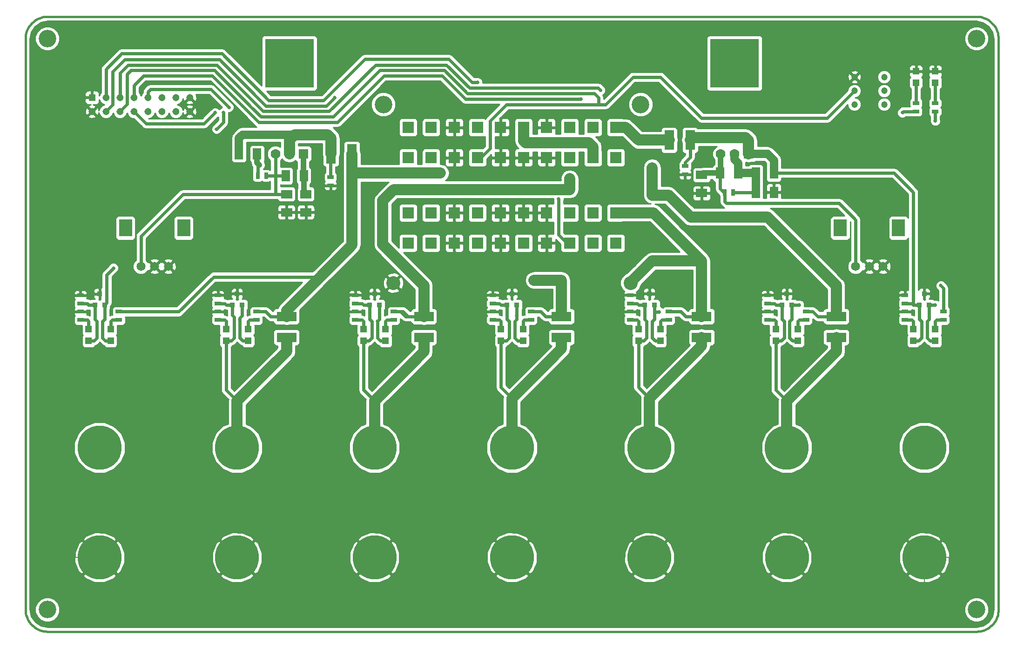
<source format=gtl>
G04 (created by PCBNEW-RS274X (2012-01-19 BZR 3256)-stable) date 9/12/2012 8:11:32 PM*
G01*
G70*
G90*
%MOIN*%
G04 Gerber Fmt 3.4, Leading zero omitted, Abs format*
%FSLAX34Y34*%
G04 APERTURE LIST*
%ADD10C,0.006000*%
%ADD11C,0.015000*%
%ADD12C,0.065000*%
%ADD13R,0.094500X0.124000*%
%ADD14C,0.100000*%
%ADD15C,0.047200*%
%ADD16R,0.070000X0.070000*%
%ADD17C,0.070000*%
%ADD18R,0.350000X0.350000*%
%ADD19R,0.083700X0.083700*%
%ADD20C,0.315000*%
%ADD21R,0.045000X0.025000*%
%ADD22R,0.025000X0.045000*%
%ADD23R,0.036000X0.036000*%
%ADD24R,0.047200X0.047200*%
%ADD25R,0.080000X0.060000*%
%ADD26R,0.060000X0.080000*%
%ADD27R,0.070000X0.140000*%
%ADD28R,0.140000X0.070000*%
%ADD29C,0.051400*%
%ADD30R,0.051400X0.051400*%
%ADD31C,0.126000*%
%ADD32C,0.025000*%
%ADD33C,0.037500*%
%ADD34C,0.080000*%
%ADD35C,0.024000*%
%ADD36C,0.060000*%
%ADD37C,0.008000*%
%ADD38C,0.040000*%
%ADD39C,0.010000*%
G04 APERTURE END LIST*
G54D10*
G54D11*
X90945Y-21850D02*
X90945Y-62795D01*
X22834Y-20276D02*
X89370Y-20276D01*
X21259Y-62795D02*
X21259Y-21850D01*
X89370Y-64370D02*
X22834Y-64370D01*
X21260Y-62795D02*
X21266Y-62932D01*
X21284Y-63068D01*
X21314Y-63202D01*
X21355Y-63333D01*
X21408Y-63460D01*
X21472Y-63582D01*
X21545Y-63698D01*
X21629Y-63807D01*
X21722Y-63908D01*
X21823Y-64001D01*
X21932Y-64085D01*
X22048Y-64158D01*
X22170Y-64222D01*
X22297Y-64275D01*
X22428Y-64316D01*
X22562Y-64346D01*
X22698Y-64364D01*
X22835Y-64370D01*
X22834Y-20275D02*
X22697Y-20281D01*
X22561Y-20299D01*
X22427Y-20329D01*
X22296Y-20370D01*
X22169Y-20423D01*
X22047Y-20487D01*
X21931Y-20560D01*
X21822Y-20644D01*
X21721Y-20737D01*
X21628Y-20838D01*
X21544Y-20947D01*
X21471Y-21063D01*
X21407Y-21185D01*
X21354Y-21312D01*
X21313Y-21443D01*
X21283Y-21577D01*
X21265Y-21713D01*
X21259Y-21850D01*
X90944Y-21850D02*
X90938Y-21713D01*
X90920Y-21577D01*
X90890Y-21443D01*
X90849Y-21312D01*
X90796Y-21185D01*
X90732Y-21063D01*
X90659Y-20947D01*
X90575Y-20838D01*
X90482Y-20737D01*
X90381Y-20644D01*
X90272Y-20560D01*
X90156Y-20487D01*
X90034Y-20423D01*
X89907Y-20370D01*
X89776Y-20329D01*
X89642Y-20299D01*
X89506Y-20281D01*
X89369Y-20275D01*
X89369Y-64370D02*
X89506Y-64364D01*
X89642Y-64346D01*
X89776Y-64316D01*
X89907Y-64275D01*
X90034Y-64222D01*
X90156Y-64158D01*
X90272Y-64085D01*
X90381Y-64001D01*
X90482Y-63908D01*
X90575Y-63807D01*
X90659Y-63698D01*
X90732Y-63582D01*
X90796Y-63460D01*
X90849Y-63333D01*
X90890Y-63202D01*
X90920Y-63068D01*
X90938Y-62932D01*
X90944Y-62795D01*
G54D12*
X29527Y-38189D03*
X30511Y-38189D03*
X31495Y-38189D03*
G54D13*
X28424Y-35433D03*
X32598Y-35433D03*
G54D14*
X64602Y-39370D03*
X47602Y-39370D03*
G54D15*
X80630Y-26575D03*
X80630Y-25591D03*
X80630Y-24607D03*
X82756Y-24607D03*
X82756Y-25591D03*
X82756Y-26575D03*
G54D16*
X73046Y-30118D03*
G54D17*
X71046Y-30118D03*
X72046Y-30118D03*
G54D18*
X72046Y-23618D03*
G54D12*
X80708Y-38189D03*
X81692Y-38189D03*
X82676Y-38189D03*
G54D13*
X79605Y-35433D03*
X83779Y-35433D03*
G54D16*
X41157Y-30118D03*
G54D17*
X39157Y-30118D03*
X40157Y-30118D03*
G54D18*
X40157Y-23618D03*
G54D19*
X48661Y-36516D03*
X48661Y-34350D03*
X50315Y-36516D03*
X50315Y-34350D03*
X51968Y-36516D03*
X51968Y-34350D03*
X53622Y-36516D03*
X53622Y-34350D03*
X55275Y-36516D03*
X55275Y-34350D03*
X56929Y-36516D03*
X56929Y-34350D03*
X58582Y-36516D03*
X58582Y-34350D03*
X60236Y-36516D03*
X60236Y-34350D03*
X61889Y-36516D03*
X61889Y-34350D03*
X63543Y-36516D03*
X63543Y-34350D03*
G54D20*
X75787Y-51181D03*
X65944Y-51181D03*
X56104Y-51181D03*
X46261Y-51181D03*
X36419Y-51181D03*
X36418Y-59055D03*
X46261Y-59055D03*
X56104Y-59055D03*
X65946Y-59055D03*
X75789Y-59055D03*
X85629Y-51181D03*
X26574Y-51181D03*
X85631Y-59055D03*
X26576Y-59055D03*
G54D21*
X25197Y-40252D03*
X25197Y-40852D03*
X35040Y-41432D03*
X35040Y-42032D03*
X54724Y-42032D03*
X54724Y-41432D03*
X35040Y-40251D03*
X35040Y-40851D03*
X37795Y-42032D03*
X37795Y-41432D03*
X47637Y-42032D03*
X47637Y-41432D03*
X86417Y-27072D03*
X86417Y-26472D03*
X64567Y-42032D03*
X64567Y-41432D03*
X74409Y-42032D03*
X74409Y-41432D03*
X44881Y-41432D03*
X44881Y-42032D03*
X44881Y-40251D03*
X44881Y-40851D03*
X54724Y-40851D03*
X54724Y-40251D03*
X57480Y-41432D03*
X57480Y-42032D03*
X64567Y-40851D03*
X64567Y-40251D03*
X67322Y-41432D03*
X67322Y-42032D03*
X74409Y-40851D03*
X74409Y-40251D03*
X85039Y-27072D03*
X85039Y-26472D03*
X77165Y-41432D03*
X77165Y-42032D03*
G54D22*
X71953Y-32874D03*
X71353Y-32874D03*
X38488Y-31693D03*
X37888Y-31693D03*
G54D21*
X68503Y-30999D03*
X68503Y-31599D03*
X43109Y-32387D03*
X43109Y-31787D03*
X84251Y-42032D03*
X84251Y-41432D03*
X84251Y-40851D03*
X84251Y-40251D03*
X87007Y-41432D03*
X87007Y-42032D03*
X27953Y-42033D03*
X27953Y-41433D03*
X25197Y-41433D03*
X25197Y-42033D03*
G54D23*
X26925Y-40952D03*
X26225Y-40952D03*
X26575Y-40152D03*
X85980Y-40951D03*
X85280Y-40951D03*
X85630Y-40151D03*
X76137Y-40951D03*
X75437Y-40951D03*
X75787Y-40151D03*
X66294Y-40951D03*
X65594Y-40951D03*
X65944Y-40151D03*
X56452Y-40951D03*
X55752Y-40951D03*
X56102Y-40151D03*
X46609Y-40951D03*
X45909Y-40951D03*
X46259Y-40151D03*
X36766Y-40951D03*
X36066Y-40951D03*
X36416Y-40151D03*
G54D24*
X27362Y-43524D03*
X27362Y-42698D03*
X25787Y-42698D03*
X25787Y-43524D03*
X86417Y-42697D03*
X86417Y-43523D03*
X84842Y-43523D03*
X84842Y-42697D03*
X66732Y-42697D03*
X66732Y-43523D03*
X75001Y-43523D03*
X75001Y-42697D03*
X76576Y-42697D03*
X76576Y-43523D03*
X85039Y-25019D03*
X85039Y-24193D03*
X86417Y-25019D03*
X86417Y-24193D03*
X37205Y-43523D03*
X37205Y-42697D03*
X35630Y-42697D03*
X35630Y-43523D03*
X65157Y-43523D03*
X65157Y-42697D03*
X56889Y-42697D03*
X56889Y-43523D03*
X55315Y-43523D03*
X55315Y-42697D03*
X47046Y-43523D03*
X47046Y-42697D03*
X45472Y-42697D03*
X45472Y-43523D03*
G54D25*
X69684Y-31633D03*
X69684Y-32933D03*
X39960Y-34311D03*
X39960Y-33011D03*
G54D26*
X73562Y-32874D03*
X74862Y-32874D03*
X73562Y-31496D03*
X74862Y-31496D03*
G54D25*
X41338Y-34311D03*
X41338Y-33011D03*
G54D26*
X36554Y-30118D03*
X37854Y-30118D03*
X71003Y-31496D03*
X72303Y-31496D03*
X41200Y-31693D03*
X39900Y-31693D03*
G54D27*
X44647Y-30118D03*
X43147Y-30118D03*
X67359Y-29134D03*
X68859Y-29134D03*
G54D28*
X49802Y-41770D03*
X49802Y-43270D03*
X59645Y-41770D03*
X59645Y-43270D03*
X69685Y-41770D03*
X69685Y-43270D03*
X39961Y-41770D03*
X39961Y-43270D03*
X79330Y-41770D03*
X79330Y-43270D03*
G54D29*
X26027Y-27075D03*
X27027Y-26075D03*
X27027Y-27075D03*
X28027Y-26075D03*
X28027Y-27075D03*
X29027Y-26075D03*
X29027Y-27075D03*
X30027Y-26075D03*
X30027Y-27075D03*
X31027Y-26075D03*
X31027Y-27075D03*
X32027Y-26075D03*
X32027Y-27075D03*
X33027Y-26075D03*
X33027Y-27075D03*
G54D30*
X26027Y-26075D03*
G54D31*
X22834Y-62795D03*
X89370Y-62795D03*
X89370Y-21850D03*
X22834Y-21850D03*
G54D19*
X48665Y-28229D03*
X48665Y-30394D03*
X50319Y-28229D03*
X50319Y-30394D03*
X51972Y-28229D03*
X51972Y-30394D03*
X53626Y-28229D03*
X53626Y-30394D03*
X55279Y-28229D03*
X55279Y-30394D03*
X56933Y-28229D03*
X56933Y-30394D03*
X58586Y-28229D03*
X58586Y-30394D03*
X60240Y-28229D03*
X60240Y-30394D03*
X61893Y-28229D03*
X61893Y-30394D03*
X63547Y-28229D03*
X63545Y-30394D03*
G54D31*
X65318Y-26575D03*
X46893Y-26575D03*
G54D32*
X79330Y-39567D03*
X86810Y-39567D03*
G54D33*
X66141Y-31102D03*
X66141Y-32087D03*
X66141Y-33071D03*
X57676Y-39173D03*
G54D32*
X43405Y-26083D03*
G54D33*
X58759Y-39173D03*
X59645Y-39173D03*
G54D32*
X53641Y-25000D03*
G54D33*
X50294Y-31496D03*
X49802Y-31496D03*
X50984Y-31496D03*
G54D32*
X25787Y-40946D03*
G54D33*
X60235Y-31890D03*
X60240Y-32677D03*
G54D32*
X62440Y-25551D03*
X86417Y-27756D03*
X39369Y-39764D03*
X37007Y-39468D03*
X40157Y-39764D03*
X67224Y-27362D03*
X42420Y-41437D03*
X68700Y-32874D03*
X63779Y-41831D03*
X53838Y-42421D03*
X41141Y-38090D03*
X66535Y-40059D03*
X22637Y-40453D03*
X25196Y-39764D03*
X83464Y-40059D03*
X43602Y-40157D03*
X43405Y-42224D03*
X83365Y-41240D03*
X41731Y-38090D03*
X38090Y-38287D03*
X74409Y-39764D03*
X42224Y-34252D03*
X86318Y-40059D03*
X76377Y-39961D03*
X87401Y-21063D03*
X73621Y-41732D03*
X68503Y-32185D03*
X70570Y-33169D03*
X75885Y-32874D03*
X56790Y-39961D03*
X86416Y-23425D03*
X42420Y-32382D03*
X89861Y-43602D03*
X87401Y-63583D03*
X22046Y-60827D03*
X24802Y-63583D03*
X67224Y-26575D03*
X43798Y-32382D03*
X63779Y-40059D03*
X85039Y-30709D03*
X87105Y-32382D03*
X87696Y-29429D03*
X89566Y-31201D03*
X90157Y-23819D03*
X89861Y-44291D03*
X90157Y-60827D03*
X52361Y-23130D03*
X35826Y-40157D03*
X62794Y-23524D03*
X85039Y-23425D03*
X65944Y-23425D03*
X34251Y-41142D03*
X25885Y-39764D03*
X38877Y-34252D03*
X55413Y-39961D03*
X22637Y-39764D03*
X22046Y-23819D03*
X24802Y-21063D03*
X38582Y-32382D03*
X49999Y-26083D03*
X53149Y-23917D03*
X51476Y-26083D03*
X61023Y-26181D03*
X84055Y-27165D03*
X59448Y-33366D03*
X76672Y-40945D03*
X34842Y-27165D03*
X35432Y-27165D03*
X34940Y-28346D03*
X56452Y-41732D03*
X66633Y-41437D03*
X35826Y-26772D03*
X86416Y-40945D03*
X36614Y-42027D03*
X46456Y-42126D03*
X27558Y-38307D03*
X37991Y-30905D03*
G54D34*
X76279Y-36516D02*
X79330Y-39567D01*
G54D35*
X77990Y-41770D02*
X79330Y-41770D01*
X77165Y-41432D02*
X77652Y-41432D01*
G54D34*
X74212Y-34646D02*
X74409Y-34646D01*
X67359Y-29134D02*
X65157Y-29134D01*
X74409Y-34646D02*
X76279Y-36516D01*
X65157Y-29134D02*
X64252Y-28229D01*
X79330Y-41339D02*
X79330Y-39567D01*
G54D35*
X87007Y-39764D02*
X86810Y-39567D01*
G54D34*
X66141Y-32087D02*
X66141Y-32579D01*
G54D35*
X87007Y-41432D02*
X87007Y-39764D01*
G54D34*
X67322Y-33071D02*
X66141Y-33071D01*
G54D36*
X79330Y-41339D02*
X79330Y-41770D01*
G54D34*
X66141Y-32087D02*
X66141Y-31102D01*
X68897Y-34646D02*
X67322Y-33071D01*
X74212Y-34646D02*
X68897Y-34646D01*
G54D35*
X77652Y-41432D02*
X77990Y-41770D01*
G54D34*
X66141Y-32579D02*
X66141Y-33071D01*
X64252Y-28229D02*
X63547Y-28229D01*
G54D35*
X85433Y-42125D02*
X85433Y-43306D01*
X84848Y-32880D02*
X84848Y-40951D01*
X84251Y-40851D02*
X84748Y-40851D01*
X74862Y-31496D02*
X83464Y-31496D01*
G54D34*
X69056Y-28937D02*
X68859Y-29134D01*
G54D35*
X85280Y-41972D02*
X85280Y-40951D01*
X84848Y-40951D02*
X85280Y-40951D01*
X68503Y-30999D02*
X68503Y-30709D01*
X68859Y-30353D02*
X68859Y-29134D01*
G54D36*
X73046Y-30118D02*
X74408Y-30118D01*
G54D35*
X83464Y-31496D02*
X84848Y-32880D01*
G54D34*
X70472Y-28937D02*
X69056Y-28937D01*
X73046Y-30118D02*
X73046Y-29149D01*
G54D36*
X74408Y-30118D02*
X74862Y-30572D01*
G54D34*
X73046Y-29149D02*
X72834Y-28937D01*
G54D36*
X74862Y-30572D02*
X74862Y-31496D01*
G54D35*
X85280Y-41972D02*
X85433Y-42125D01*
X84842Y-43523D02*
X85216Y-43523D01*
X84748Y-40851D02*
X84848Y-40951D01*
G54D34*
X72834Y-28937D02*
X70472Y-28937D01*
G54D35*
X85433Y-43306D02*
X85216Y-43523D01*
X68503Y-30709D02*
X68859Y-30353D01*
X37784Y-25974D02*
X38483Y-26673D01*
G54D34*
X59645Y-39173D02*
X58759Y-39173D01*
G54D35*
X27519Y-26574D02*
X27519Y-24212D01*
X38483Y-26673D02*
X41928Y-26673D01*
G54D34*
X59645Y-39173D02*
X59645Y-41339D01*
G54D35*
X28385Y-23346D02*
X35078Y-23346D01*
G54D36*
X59645Y-41339D02*
X59645Y-41770D01*
G54D35*
X35078Y-23346D02*
X35156Y-23346D01*
X42815Y-26673D02*
X43405Y-26083D01*
X27027Y-27066D02*
X27519Y-26574D01*
X35156Y-23346D02*
X37784Y-25974D01*
X41928Y-26673D02*
X42815Y-26673D01*
X27519Y-24212D02*
X28385Y-23346D01*
X57480Y-41432D02*
X58164Y-41432D01*
G54D34*
X58759Y-39173D02*
X57676Y-39173D01*
G54D35*
X27027Y-27075D02*
X27027Y-27066D01*
X58502Y-41770D02*
X59645Y-41770D01*
X58164Y-41432D02*
X58502Y-41770D01*
X27027Y-24055D02*
X28149Y-22933D01*
G54D34*
X66141Y-37795D02*
X69684Y-37795D01*
X69685Y-41770D02*
X69685Y-38583D01*
X57086Y-29331D02*
X56933Y-29178D01*
X64602Y-39334D02*
X65353Y-38583D01*
G54D35*
X69685Y-41770D02*
X68540Y-41770D01*
X68202Y-41432D02*
X67322Y-41432D01*
X51574Y-23327D02*
X53247Y-25000D01*
G54D34*
X65747Y-38189D02*
X66141Y-37795D01*
X56933Y-29178D02*
X56933Y-28229D01*
G54D35*
X28149Y-22933D02*
X35334Y-22933D01*
G54D34*
X66239Y-34350D02*
X63543Y-34350D01*
X61614Y-29331D02*
X57086Y-29331D01*
X61893Y-29610D02*
X61614Y-29331D01*
G54D35*
X45569Y-23327D02*
X51574Y-23327D01*
X68540Y-41770D02*
X68202Y-41432D01*
G54D34*
X69684Y-37795D02*
X69685Y-37796D01*
X64602Y-39370D02*
X64602Y-39334D01*
G54D35*
X27027Y-24055D02*
X27027Y-26075D01*
G54D34*
X69685Y-38583D02*
X69685Y-37796D01*
X61893Y-30394D02*
X61893Y-29610D01*
X65353Y-38583D02*
X65747Y-38189D01*
X69685Y-37796D02*
X67618Y-35729D01*
G54D35*
X53247Y-25000D02*
X53641Y-25000D01*
X38680Y-26279D02*
X41732Y-26279D01*
G54D34*
X67618Y-35729D02*
X66239Y-34350D01*
G54D35*
X42617Y-26279D02*
X45569Y-23327D01*
X41732Y-26279D02*
X42617Y-26279D01*
X35334Y-22933D02*
X38680Y-26279D01*
X27953Y-41433D02*
X32227Y-41433D01*
X34723Y-38937D02*
X42361Y-38937D01*
G54D34*
X39961Y-41770D02*
X39961Y-41337D01*
X44647Y-36651D02*
X44647Y-34684D01*
G54D35*
X37795Y-41432D02*
X38480Y-41432D01*
X38818Y-41770D02*
X39961Y-41770D01*
G54D34*
X50984Y-31496D02*
X50983Y-31496D01*
X50983Y-31496D02*
X44647Y-31496D01*
X44647Y-34684D02*
X44647Y-31496D01*
X50984Y-31496D02*
X50294Y-31496D01*
X50294Y-31496D02*
X49802Y-31496D01*
X42361Y-38937D02*
X44647Y-36651D01*
X44647Y-30118D02*
X44647Y-32541D01*
G54D35*
X32227Y-41433D02*
X34723Y-38937D01*
X38480Y-41432D02*
X38818Y-41770D01*
G54D34*
X39961Y-41337D02*
X42361Y-38937D01*
X44647Y-30118D02*
X44647Y-31496D01*
G54D36*
X36554Y-28996D02*
X36810Y-28740D01*
G54D34*
X43147Y-28974D02*
X42913Y-28740D01*
G54D35*
X26225Y-41974D02*
X26378Y-42127D01*
X25793Y-40952D02*
X26225Y-40952D01*
X43109Y-31787D02*
X43109Y-30156D01*
X26225Y-40952D02*
X26225Y-41974D01*
G54D36*
X36554Y-30118D02*
X36554Y-28996D01*
G54D35*
X26378Y-42127D02*
X26378Y-43308D01*
X43109Y-30156D02*
X43147Y-30118D01*
G54D36*
X36810Y-28740D02*
X40551Y-28740D01*
G54D35*
X25197Y-40852D02*
X25693Y-40852D01*
X25693Y-40852D02*
X25793Y-40952D01*
G54D34*
X40551Y-28740D02*
X40157Y-29134D01*
X40157Y-29134D02*
X40157Y-30118D01*
G54D35*
X26162Y-43524D02*
X25787Y-43524D01*
X26378Y-43308D02*
X26162Y-43524D01*
X25787Y-40946D02*
X25793Y-40952D01*
X25693Y-40852D02*
X25787Y-40946D01*
G54D34*
X42913Y-28740D02*
X40551Y-28740D01*
X43147Y-30118D02*
X43147Y-28974D01*
X36419Y-47834D02*
X36419Y-51181D01*
X39961Y-44292D02*
X39370Y-44883D01*
G54D35*
X35630Y-43523D02*
X35630Y-47045D01*
X36220Y-41831D02*
X36220Y-43307D01*
X36066Y-41677D02*
X36220Y-41831D01*
X36004Y-43523D02*
X35630Y-43523D01*
G54D36*
X39961Y-43701D02*
X39961Y-43270D01*
G54D35*
X35040Y-40851D02*
X35535Y-40851D01*
X35630Y-47045D02*
X36419Y-47834D01*
X35535Y-40851D02*
X35635Y-40951D01*
G54D34*
X39961Y-43701D02*
X39961Y-44292D01*
G54D35*
X36066Y-40951D02*
X36066Y-41677D01*
G54D34*
X36419Y-47834D02*
X39370Y-44883D01*
G54D35*
X35635Y-40951D02*
X36066Y-40951D01*
X36220Y-43307D02*
X36004Y-43523D01*
G54D34*
X60240Y-31895D02*
X60235Y-31890D01*
X60240Y-32677D02*
X60240Y-31895D01*
X46850Y-36220D02*
X46850Y-36615D01*
X46850Y-36615D02*
X49802Y-39567D01*
X47637Y-32677D02*
X60240Y-32677D01*
G54D35*
X48463Y-41770D02*
X49803Y-41770D01*
X48125Y-41432D02*
X48463Y-41770D01*
X48321Y-41432D02*
X48659Y-41770D01*
X48659Y-41770D02*
X49802Y-41770D01*
X47637Y-41432D02*
X48125Y-41432D01*
G54D34*
X47637Y-32677D02*
X46850Y-33464D01*
X49802Y-39567D02*
X49802Y-41770D01*
G54D35*
X47637Y-41432D02*
X48321Y-41432D01*
G54D34*
X46850Y-36220D02*
X46850Y-33464D01*
G54D35*
X45378Y-40851D02*
X45478Y-40951D01*
G54D34*
X49803Y-43701D02*
X49803Y-44291D01*
G54D35*
X45909Y-41973D02*
X46062Y-42126D01*
X46063Y-43307D02*
X45847Y-43523D01*
X45472Y-47044D02*
X46261Y-47833D01*
G54D34*
X46261Y-47833D02*
X46261Y-51181D01*
G54D35*
X44882Y-40851D02*
X45378Y-40851D01*
G54D36*
X49802Y-43701D02*
X49802Y-43270D01*
G54D35*
X45478Y-40951D02*
X45909Y-40951D01*
X45909Y-40951D02*
X45909Y-41973D01*
X45846Y-43523D02*
X45472Y-43523D01*
X45909Y-41972D02*
X46063Y-42126D01*
X46062Y-42126D02*
X46062Y-43307D01*
X46062Y-43307D02*
X45846Y-43523D01*
G54D34*
X49802Y-43701D02*
X49802Y-44292D01*
X49803Y-44291D02*
X49409Y-44685D01*
G54D35*
X45472Y-43523D02*
X45472Y-47044D01*
G54D34*
X49802Y-44292D02*
X49212Y-44882D01*
X46261Y-47833D02*
X49212Y-44882D01*
G54D35*
X45847Y-43523D02*
X45472Y-43523D01*
X45472Y-47044D02*
X46261Y-47833D01*
X45472Y-43523D02*
X45472Y-47044D01*
X46063Y-42126D02*
X46063Y-43307D01*
X45478Y-40951D02*
X45909Y-40951D01*
G54D36*
X49803Y-43701D02*
X49803Y-43270D01*
G54D34*
X46261Y-47833D02*
X46456Y-47638D01*
G54D35*
X45378Y-40851D02*
X45478Y-40951D01*
X44881Y-40851D02*
X45378Y-40851D01*
G54D34*
X46261Y-51181D02*
X46261Y-47833D01*
G54D35*
X45909Y-40951D02*
X45909Y-41972D01*
G54D34*
X49409Y-44685D02*
X46456Y-47638D01*
G54D35*
X75437Y-41973D02*
X75590Y-42126D01*
X74409Y-40851D02*
X74906Y-40851D01*
X75437Y-40951D02*
X75437Y-41973D01*
X75001Y-43523D02*
X75001Y-47048D01*
G54D34*
X75787Y-47834D02*
X75787Y-51181D01*
G54D35*
X75006Y-40951D02*
X75437Y-40951D01*
X75590Y-42126D02*
X75590Y-43307D01*
X74906Y-40851D02*
X75006Y-40951D01*
X75590Y-43307D02*
X75374Y-43523D01*
G54D34*
X79330Y-43270D02*
X79330Y-44291D01*
G54D35*
X75001Y-47048D02*
X75787Y-47834D01*
X75374Y-43523D02*
X75001Y-43523D01*
G54D34*
X79330Y-44291D02*
X75787Y-47834D01*
X56104Y-47636D02*
X56104Y-51181D01*
G54D35*
X55752Y-41973D02*
X55905Y-42126D01*
X55321Y-40951D02*
X55752Y-40951D01*
G54D34*
X56104Y-47636D02*
X59252Y-44488D01*
G54D35*
X55905Y-43307D02*
X55689Y-43523D01*
X55905Y-42126D02*
X55905Y-43307D01*
G54D36*
X59645Y-43701D02*
X59645Y-43270D01*
G54D35*
X55689Y-43523D02*
X55315Y-43523D01*
G54D34*
X59645Y-43701D02*
X59645Y-44095D01*
G54D35*
X55315Y-43523D02*
X55315Y-46847D01*
G54D34*
X59645Y-44095D02*
X59252Y-44488D01*
G54D35*
X55221Y-40851D02*
X55321Y-40951D01*
X55752Y-40951D02*
X55752Y-41973D01*
X55315Y-46847D02*
X56104Y-47636D01*
X54724Y-40851D02*
X55221Y-40851D01*
G54D34*
X69685Y-43897D02*
X65944Y-47638D01*
G54D35*
X64567Y-40851D02*
X65063Y-40851D01*
X65157Y-43523D02*
X65157Y-46851D01*
X65747Y-43307D02*
X65531Y-43523D01*
G54D34*
X65944Y-47638D02*
X65944Y-51181D01*
G54D35*
X65594Y-40951D02*
X65594Y-41973D01*
X65531Y-43523D02*
X65157Y-43523D01*
X65594Y-41973D02*
X65747Y-42126D01*
X65063Y-40851D02*
X65163Y-40951D01*
G54D34*
X69685Y-43270D02*
X69685Y-43897D01*
G54D35*
X65157Y-46851D02*
X65944Y-47638D01*
X65747Y-42126D02*
X65747Y-43307D01*
X65163Y-40951D02*
X65594Y-40951D01*
X37636Y-26417D02*
X37637Y-26417D01*
X86417Y-27756D02*
X86417Y-27072D01*
X37637Y-26417D02*
X38287Y-27067D01*
X28621Y-23740D02*
X34959Y-23740D01*
X38287Y-27067D02*
X42105Y-27067D01*
X46338Y-23740D02*
X51416Y-23740D01*
X43011Y-27067D02*
X46338Y-23740D01*
X51416Y-23740D02*
X53070Y-25394D01*
X34959Y-23740D02*
X37636Y-26417D01*
X62283Y-25394D02*
X62440Y-25551D01*
X28027Y-24334D02*
X28621Y-23740D01*
X28027Y-26075D02*
X28027Y-24334D01*
X42105Y-27067D02*
X43011Y-27067D01*
X53070Y-25394D02*
X62283Y-25394D01*
G54D37*
X36416Y-39665D02*
X36416Y-40151D01*
X36613Y-39468D02*
X36416Y-39665D01*
X56600Y-40151D02*
X56790Y-39961D01*
X40157Y-39764D02*
X39369Y-39764D01*
X43793Y-32387D02*
X43798Y-32382D01*
X64567Y-41432D02*
X64178Y-41432D01*
X39073Y-39468D02*
X39369Y-39764D01*
X56102Y-40151D02*
X56600Y-40151D01*
X37007Y-39468D02*
X36613Y-39468D01*
X64178Y-41432D02*
X63779Y-41831D01*
X64567Y-40251D02*
X63971Y-40251D01*
X63971Y-40251D02*
X63779Y-40059D01*
X54724Y-41432D02*
X54138Y-41432D01*
X44881Y-40251D02*
X44787Y-40157D01*
X54138Y-41432D02*
X53838Y-41732D01*
X86416Y-23425D02*
X86810Y-23819D01*
X62794Y-23524D02*
X62401Y-23917D01*
X54724Y-40251D02*
X54724Y-39960D01*
X25197Y-39765D02*
X25197Y-40252D01*
X25197Y-39765D02*
X25196Y-39764D01*
X25885Y-39764D02*
X25196Y-39764D01*
X22637Y-39764D02*
X25196Y-39764D01*
X22637Y-40453D02*
X22637Y-39764D01*
X36416Y-40151D02*
X36416Y-40059D01*
X44881Y-41432D02*
X44197Y-41432D01*
G54D35*
X66443Y-40151D02*
X66535Y-40059D01*
G54D37*
X42618Y-41437D02*
X42420Y-41437D01*
X41141Y-38090D02*
X38287Y-38090D01*
X37007Y-39468D02*
X39073Y-39468D01*
X44787Y-40157D02*
X43602Y-40157D01*
X43405Y-42224D02*
X42618Y-41437D01*
X44197Y-41432D02*
X43405Y-42224D01*
X74409Y-40251D02*
X74409Y-39764D01*
G54D35*
X65944Y-40151D02*
X66443Y-40151D01*
G54D37*
X84251Y-41432D02*
X83557Y-41432D01*
X41338Y-34311D02*
X42165Y-34311D01*
X38287Y-38090D02*
X38090Y-38287D01*
X42224Y-37597D02*
X41731Y-38090D01*
X41141Y-38090D02*
X41731Y-38090D01*
X42165Y-34311D02*
X42224Y-34252D01*
X68503Y-32677D02*
X68700Y-32874D01*
X76187Y-40151D02*
X76377Y-39961D01*
X83557Y-41432D02*
X83365Y-41240D01*
X85630Y-40151D02*
X86226Y-40151D01*
X86226Y-40151D02*
X86318Y-40059D01*
X84251Y-40251D02*
X83656Y-40251D01*
X83656Y-40251D02*
X83464Y-40059D01*
X75787Y-40151D02*
X76187Y-40151D01*
X73921Y-41432D02*
X73621Y-41732D01*
X86416Y-23425D02*
X86416Y-22048D01*
X86417Y-23426D02*
X86416Y-23425D01*
X68503Y-32185D02*
X68503Y-32677D01*
X70334Y-32933D02*
X70570Y-33169D01*
X69684Y-32933D02*
X70334Y-32933D01*
X74862Y-32874D02*
X75885Y-32874D01*
X86416Y-22048D02*
X87401Y-21063D01*
X74409Y-41432D02*
X73921Y-41432D01*
X68503Y-31599D02*
X68503Y-32185D01*
X86810Y-23819D02*
X89763Y-23819D01*
X89763Y-23819D02*
X90157Y-23819D01*
X89763Y-23819D02*
X90157Y-23819D01*
X43109Y-32387D02*
X43793Y-32387D01*
X43109Y-32387D02*
X42425Y-32387D01*
X42425Y-32387D02*
X42420Y-32382D01*
X22834Y-60827D02*
X24802Y-62795D01*
X85631Y-59055D02*
X85631Y-61813D01*
X86417Y-24193D02*
X86417Y-23426D01*
X85631Y-61813D02*
X87401Y-63583D01*
X22046Y-60827D02*
X22834Y-60827D01*
X23818Y-59055D02*
X22046Y-60827D01*
X26576Y-59055D02*
X23818Y-59055D01*
X24802Y-62795D02*
X24802Y-63583D01*
X88385Y-59055D02*
X85631Y-59055D01*
X67224Y-26575D02*
X67224Y-27362D01*
X22046Y-24704D02*
X22046Y-23819D01*
X67917Y-31599D02*
X68503Y-31599D01*
X67814Y-27362D02*
X67519Y-27362D01*
X68109Y-27657D02*
X67814Y-27362D01*
X68109Y-30216D02*
X68109Y-27657D01*
X67617Y-30708D02*
X68109Y-30216D01*
X67617Y-31299D02*
X67617Y-30708D01*
X67917Y-31599D02*
X67617Y-31299D01*
X67224Y-27362D02*
X67519Y-27362D01*
X86416Y-30709D02*
X85334Y-30709D01*
X85039Y-30709D02*
X85334Y-30709D01*
X88385Y-32382D02*
X87105Y-32382D01*
X87696Y-29429D02*
X89468Y-31201D01*
X89468Y-31201D02*
X89566Y-31201D01*
X89566Y-31201D02*
X88385Y-32382D01*
X22046Y-23819D02*
X23424Y-23819D01*
X89861Y-60531D02*
X89861Y-44587D01*
X86416Y-30709D02*
X87696Y-29429D01*
X22046Y-39173D02*
X22046Y-24704D01*
X87696Y-26280D02*
X87696Y-29429D01*
X90157Y-23819D02*
X87696Y-26280D01*
X89861Y-43602D02*
X89861Y-44291D01*
X90157Y-60827D02*
X89861Y-60531D01*
X88385Y-59055D02*
X90157Y-60827D01*
X62401Y-23917D02*
X53149Y-23917D01*
X52362Y-23130D02*
X52361Y-23130D01*
X65944Y-23425D02*
X65845Y-23524D01*
X62794Y-23524D02*
X65845Y-23524D01*
X85039Y-24193D02*
X85039Y-23425D01*
X68109Y-21260D02*
X65944Y-23425D01*
X82874Y-21260D02*
X68109Y-21260D01*
X53149Y-23917D02*
X52362Y-23130D01*
X89861Y-44291D02*
X89861Y-44587D01*
X85039Y-23425D02*
X82874Y-21260D01*
X36416Y-40151D02*
X35832Y-40151D01*
X34541Y-41432D02*
X34251Y-41142D01*
X35040Y-41432D02*
X34541Y-41432D01*
X35832Y-40151D02*
X35826Y-40157D01*
X42224Y-34252D02*
X42224Y-37597D01*
X53838Y-41732D02*
X53838Y-42421D01*
X54724Y-39960D02*
X54725Y-39961D01*
X39960Y-34311D02*
X38936Y-34311D01*
X22637Y-39764D02*
X22046Y-39173D01*
X24802Y-22441D02*
X24802Y-21063D01*
X23424Y-23819D02*
X24802Y-22441D01*
X38936Y-34311D02*
X38877Y-34252D01*
X54725Y-39961D02*
X55413Y-39961D01*
X49999Y-26083D02*
X49606Y-26083D01*
X49999Y-26083D02*
X51476Y-26083D01*
X49606Y-26083D02*
X48818Y-25295D01*
G54D35*
X80708Y-34842D02*
X79527Y-33661D01*
G54D38*
X71003Y-31496D02*
X69821Y-31496D01*
G54D35*
X79527Y-33661D02*
X71456Y-33661D01*
X71353Y-33558D02*
X71353Y-32874D01*
X71456Y-33661D02*
X71353Y-33558D01*
X71259Y-32874D02*
X71003Y-32618D01*
G54D38*
X69821Y-31496D02*
X69684Y-31633D01*
G54D35*
X80708Y-38189D02*
X80708Y-34842D01*
X71353Y-32874D02*
X71259Y-32874D01*
G54D38*
X71046Y-30118D02*
X71046Y-31453D01*
X71046Y-31453D02*
X71003Y-31496D01*
G54D35*
X71003Y-32618D02*
X71003Y-31496D01*
X27456Y-42033D02*
X27362Y-42127D01*
X27953Y-42033D02*
X27456Y-42033D01*
X27362Y-42127D02*
X27362Y-42698D01*
X25787Y-42127D02*
X25787Y-42698D01*
X25197Y-42033D02*
X25693Y-42033D01*
X25693Y-42033D02*
X25787Y-42127D01*
X86417Y-42126D02*
X86417Y-42697D01*
X86511Y-42032D02*
X86417Y-42126D01*
X87007Y-42032D02*
X86511Y-42032D01*
X84251Y-42032D02*
X84748Y-42032D01*
X84748Y-42032D02*
X84842Y-42126D01*
X84842Y-42126D02*
X84842Y-42697D01*
X47046Y-42126D02*
X47046Y-42697D01*
X47047Y-42126D02*
X47047Y-42697D01*
X47637Y-42032D02*
X47140Y-42032D01*
X47140Y-42032D02*
X47046Y-42126D01*
X47637Y-42032D02*
X47141Y-42032D01*
X47141Y-42032D02*
X47047Y-42126D01*
X56889Y-42126D02*
X56889Y-42697D01*
X57480Y-42032D02*
X56983Y-42032D01*
X56983Y-42032D02*
X56889Y-42126D01*
X66825Y-42032D02*
X66732Y-42125D01*
X67322Y-42032D02*
X66825Y-42032D01*
X66732Y-42125D02*
X66732Y-42697D01*
X37299Y-42032D02*
X37205Y-42126D01*
X37795Y-42032D02*
X37299Y-42032D01*
X37205Y-42126D02*
X37205Y-42697D01*
X35040Y-42032D02*
X35536Y-42032D01*
X35536Y-42032D02*
X35630Y-42126D01*
X35630Y-42126D02*
X35630Y-42697D01*
X55221Y-42032D02*
X55315Y-42126D01*
X54724Y-42032D02*
X55221Y-42032D01*
X55315Y-42126D02*
X55315Y-42697D01*
X45378Y-42032D02*
X45472Y-42126D01*
X45472Y-42126D02*
X45472Y-42697D01*
X44882Y-42032D02*
X45378Y-42032D01*
X44881Y-42032D02*
X45378Y-42032D01*
X45472Y-42126D02*
X45472Y-42697D01*
X45378Y-42032D02*
X45472Y-42126D01*
X74409Y-42032D02*
X74906Y-42032D01*
X74906Y-42032D02*
X75001Y-42127D01*
X75001Y-42127D02*
X75001Y-42697D01*
X77165Y-42032D02*
X76668Y-42032D01*
X76576Y-42124D02*
X76576Y-42697D01*
X76668Y-42032D02*
X76576Y-42124D01*
X64567Y-42032D02*
X65063Y-42032D01*
X65157Y-42126D02*
X65157Y-42697D01*
X65063Y-42032D02*
X65157Y-42126D01*
X85039Y-25019D02*
X85039Y-26472D01*
X86417Y-25019D02*
X86417Y-26472D01*
X39960Y-33011D02*
X39157Y-33011D01*
X39157Y-31693D02*
X39157Y-33011D01*
X38488Y-31693D02*
X39157Y-31693D01*
X29527Y-36023D02*
X32539Y-33011D01*
X39900Y-31693D02*
X39157Y-31693D01*
X32539Y-33011D02*
X39157Y-33011D01*
X39157Y-30118D02*
X39157Y-31693D01*
X29527Y-38189D02*
X29527Y-36023D01*
X29027Y-25205D02*
X29705Y-24527D01*
X42420Y-27854D02*
X37971Y-27854D01*
X42420Y-27854D02*
X43602Y-27854D01*
X29705Y-24527D02*
X34644Y-24527D01*
X60039Y-36516D02*
X60236Y-36516D01*
X29027Y-26075D02*
X29027Y-25205D01*
X59448Y-35925D02*
X59448Y-34350D01*
X84055Y-27165D02*
X84148Y-27072D01*
X46929Y-24527D02*
X51101Y-24527D01*
X84148Y-27072D02*
X85039Y-27072D01*
X59448Y-34350D02*
X59448Y-33366D01*
X34644Y-24527D02*
X37322Y-27205D01*
X43602Y-27854D02*
X46929Y-24527D01*
X51101Y-24527D02*
X52755Y-26181D01*
X60039Y-36516D02*
X59448Y-35925D01*
X37971Y-27854D02*
X37322Y-27205D01*
X52755Y-26181D02*
X61023Y-26181D01*
X64764Y-24606D02*
X66732Y-24606D01*
X43306Y-27461D02*
X46633Y-24134D01*
X38129Y-27461D02*
X37479Y-26811D01*
X28818Y-24134D02*
X28542Y-24410D01*
X78662Y-27559D02*
X80630Y-25591D01*
X62795Y-26575D02*
X64764Y-24606D01*
X54527Y-27756D02*
X55708Y-26575D01*
X54527Y-29724D02*
X54527Y-27756D01*
X66732Y-24606D02*
X69685Y-27559D01*
X53626Y-30394D02*
X53857Y-30394D01*
X42322Y-27461D02*
X38129Y-27461D01*
X42322Y-27461D02*
X43306Y-27461D01*
X51260Y-24134D02*
X52913Y-25787D01*
X34802Y-24134D02*
X37479Y-26811D01*
X52913Y-25787D02*
X62007Y-25787D01*
X55708Y-26575D02*
X62303Y-26575D01*
X46633Y-24134D02*
X51260Y-24134D01*
X28818Y-24134D02*
X34802Y-24134D01*
X62007Y-25787D02*
X62303Y-26083D01*
X53857Y-30394D02*
X54527Y-29724D01*
X62303Y-26575D02*
X62303Y-26083D01*
X69685Y-27559D02*
X78662Y-27559D01*
X28542Y-26535D02*
X28542Y-24410D01*
X62303Y-26575D02*
X62795Y-26575D01*
X28027Y-27050D02*
X28542Y-26535D01*
X28027Y-27050D02*
X28027Y-27075D01*
X76137Y-41973D02*
X75984Y-42126D01*
X75984Y-43307D02*
X76200Y-43523D01*
X76666Y-40951D02*
X76672Y-40945D01*
X76137Y-41535D02*
X76137Y-41973D01*
X75984Y-42126D02*
X75984Y-43307D01*
X34054Y-27953D02*
X34842Y-27165D01*
X29889Y-27953D02*
X29889Y-27937D01*
X76200Y-43523D02*
X76576Y-43523D01*
X29889Y-27937D02*
X29027Y-27075D01*
X76137Y-40951D02*
X76666Y-40951D01*
X29889Y-27953D02*
X34054Y-27953D01*
X76137Y-40951D02*
X76137Y-41535D01*
X35432Y-27165D02*
X35432Y-27854D01*
X56452Y-41973D02*
X56299Y-42126D01*
X56299Y-43307D02*
X56515Y-43523D01*
X56452Y-41535D02*
X56452Y-41732D01*
X56452Y-41732D02*
X56452Y-41973D01*
X35432Y-27854D02*
X34940Y-28346D01*
X56452Y-40951D02*
X56452Y-41535D01*
X56515Y-43523D02*
X56889Y-43523D01*
X56299Y-42126D02*
X56299Y-43307D01*
X66357Y-43523D02*
X66732Y-43523D01*
X66141Y-43307D02*
X66357Y-43523D01*
X66141Y-42126D02*
X66141Y-43307D01*
X66392Y-41437D02*
X66633Y-41437D01*
X66294Y-41973D02*
X66141Y-42126D01*
X66294Y-41535D02*
X66294Y-41973D01*
X66294Y-40951D02*
X66294Y-41535D01*
X30027Y-25681D02*
X30216Y-25492D01*
X35826Y-26772D02*
X34546Y-25492D01*
X34546Y-25492D02*
X30216Y-25492D01*
X66392Y-41437D02*
X66294Y-41535D01*
X30027Y-26075D02*
X30027Y-25681D01*
X85827Y-43306D02*
X86044Y-43523D01*
X85980Y-40951D02*
X86410Y-40951D01*
X85827Y-42125D02*
X85827Y-43306D01*
X86416Y-40945D02*
X86410Y-40951D01*
X85980Y-41972D02*
X85827Y-42125D01*
X85980Y-40951D02*
X85980Y-41535D01*
X85980Y-41972D02*
X85980Y-41535D01*
X86417Y-43523D02*
X86044Y-43523D01*
X36614Y-42027D02*
X36614Y-43307D01*
X36614Y-43307D02*
X36830Y-43523D01*
X36830Y-43523D02*
X37205Y-43523D01*
X36768Y-41724D02*
X36614Y-41878D01*
X36766Y-41726D02*
X36614Y-41878D01*
X36766Y-40951D02*
X36766Y-41726D01*
X36614Y-41878D02*
X36614Y-42027D01*
X46672Y-43523D02*
X47046Y-43523D01*
X46456Y-42126D02*
X46456Y-43307D01*
X46609Y-41973D02*
X46456Y-42126D01*
X46609Y-40951D02*
X46609Y-41339D01*
X46456Y-42126D02*
X46456Y-43307D01*
X46672Y-43523D02*
X47047Y-43523D01*
X46609Y-40951D02*
X46609Y-41973D01*
X46456Y-43307D02*
X46672Y-43523D01*
X46609Y-41973D02*
X46456Y-42126D01*
X46456Y-43307D02*
X46672Y-43523D01*
X46609Y-41339D02*
X46609Y-41973D01*
X26925Y-40952D02*
X26925Y-41340D01*
X26771Y-43308D02*
X26987Y-43524D01*
X26925Y-41340D02*
X26925Y-41973D01*
X26925Y-41973D02*
X26771Y-42127D01*
X27086Y-38779D02*
X27086Y-40791D01*
X27558Y-38307D02*
X27086Y-38779D01*
X26925Y-40952D02*
X27086Y-40791D01*
X26987Y-43524D02*
X27362Y-43524D01*
X26771Y-42127D02*
X26771Y-43308D01*
G54D36*
X72046Y-30118D02*
X72046Y-30512D01*
G54D35*
X71953Y-32874D02*
X73562Y-32874D01*
G54D36*
X73562Y-32874D02*
X73562Y-31496D01*
X72303Y-31496D02*
X73562Y-31496D01*
X72046Y-30512D02*
X72303Y-30769D01*
X72303Y-30769D02*
X72303Y-31496D01*
G54D35*
X37888Y-31008D02*
X37991Y-30905D01*
X37888Y-31693D02*
X37888Y-31008D01*
G54D38*
X41157Y-30118D02*
X41157Y-31650D01*
X41157Y-31650D02*
X41200Y-31693D01*
X37854Y-30768D02*
X37854Y-30118D01*
X41200Y-32873D02*
X41338Y-33011D01*
X37991Y-30905D02*
X37854Y-30768D01*
X41200Y-31693D02*
X41200Y-32873D01*
G54D10*
G36*
X35331Y-26800D02*
X35220Y-26847D01*
X35137Y-26930D01*
X35055Y-26848D01*
X34917Y-26790D01*
X34768Y-26790D01*
X34630Y-26847D01*
X34525Y-26952D01*
X34519Y-26963D01*
X33900Y-27583D01*
X33529Y-27583D01*
X33529Y-27144D01*
X33517Y-26947D01*
X33464Y-26819D01*
X33375Y-26798D01*
X33304Y-26869D01*
X33304Y-26727D01*
X33304Y-26423D01*
X33027Y-26146D01*
X32750Y-26423D01*
X32771Y-26512D01*
X32958Y-26577D01*
X33155Y-26565D01*
X33283Y-26512D01*
X33304Y-26423D01*
X33304Y-26727D01*
X33283Y-26638D01*
X33096Y-26573D01*
X32899Y-26585D01*
X32771Y-26638D01*
X32750Y-26727D01*
X33027Y-27004D01*
X33304Y-26727D01*
X33304Y-26869D01*
X33098Y-27075D01*
X33375Y-27352D01*
X33464Y-27331D01*
X33529Y-27144D01*
X33529Y-27583D01*
X33304Y-27583D01*
X33304Y-27423D01*
X33027Y-27146D01*
X32750Y-27423D01*
X32771Y-27512D01*
X32958Y-27577D01*
X33155Y-27565D01*
X33283Y-27512D01*
X33304Y-27423D01*
X33304Y-27583D01*
X30059Y-27583D01*
X30057Y-27581D01*
X30127Y-27581D01*
X30313Y-27504D01*
X30456Y-27362D01*
X30527Y-27189D01*
X30598Y-27361D01*
X30740Y-27504D01*
X30926Y-27581D01*
X31127Y-27581D01*
X31313Y-27504D01*
X31456Y-27362D01*
X31527Y-27189D01*
X31598Y-27361D01*
X31740Y-27504D01*
X31926Y-27581D01*
X32127Y-27581D01*
X32313Y-27504D01*
X32456Y-27362D01*
X32533Y-27176D01*
X32533Y-27137D01*
X32537Y-27203D01*
X32590Y-27331D01*
X32679Y-27352D01*
X32956Y-27075D01*
X32679Y-26798D01*
X32590Y-26819D01*
X32533Y-26982D01*
X32533Y-26975D01*
X32456Y-26789D01*
X32314Y-26646D01*
X32141Y-26574D01*
X32313Y-26504D01*
X32456Y-26362D01*
X32533Y-26176D01*
X32533Y-26137D01*
X32537Y-26203D01*
X32590Y-26331D01*
X32679Y-26352D01*
X32921Y-26110D01*
X32956Y-26075D01*
X33027Y-26004D01*
X33098Y-26075D01*
X33133Y-26110D01*
X33375Y-26352D01*
X33464Y-26331D01*
X33529Y-26144D01*
X33517Y-25947D01*
X33481Y-25862D01*
X34392Y-25862D01*
X35331Y-26800D01*
X35331Y-26800D01*
G37*
G54D39*
X35331Y-26800D02*
X35220Y-26847D01*
X35137Y-26930D01*
X35055Y-26848D01*
X34917Y-26790D01*
X34768Y-26790D01*
X34630Y-26847D01*
X34525Y-26952D01*
X34519Y-26963D01*
X33900Y-27583D01*
X33529Y-27583D01*
X33529Y-27144D01*
X33517Y-26947D01*
X33464Y-26819D01*
X33375Y-26798D01*
X33304Y-26869D01*
X33304Y-26727D01*
X33304Y-26423D01*
X33027Y-26146D01*
X32750Y-26423D01*
X32771Y-26512D01*
X32958Y-26577D01*
X33155Y-26565D01*
X33283Y-26512D01*
X33304Y-26423D01*
X33304Y-26727D01*
X33283Y-26638D01*
X33096Y-26573D01*
X32899Y-26585D01*
X32771Y-26638D01*
X32750Y-26727D01*
X33027Y-27004D01*
X33304Y-26727D01*
X33304Y-26869D01*
X33098Y-27075D01*
X33375Y-27352D01*
X33464Y-27331D01*
X33529Y-27144D01*
X33529Y-27583D01*
X33304Y-27583D01*
X33304Y-27423D01*
X33027Y-27146D01*
X32750Y-27423D01*
X32771Y-27512D01*
X32958Y-27577D01*
X33155Y-27565D01*
X33283Y-27512D01*
X33304Y-27423D01*
X33304Y-27583D01*
X30059Y-27583D01*
X30057Y-27581D01*
X30127Y-27581D01*
X30313Y-27504D01*
X30456Y-27362D01*
X30527Y-27189D01*
X30598Y-27361D01*
X30740Y-27504D01*
X30926Y-27581D01*
X31127Y-27581D01*
X31313Y-27504D01*
X31456Y-27362D01*
X31527Y-27189D01*
X31598Y-27361D01*
X31740Y-27504D01*
X31926Y-27581D01*
X32127Y-27581D01*
X32313Y-27504D01*
X32456Y-27362D01*
X32533Y-27176D01*
X32533Y-27137D01*
X32537Y-27203D01*
X32590Y-27331D01*
X32679Y-27352D01*
X32956Y-27075D01*
X32679Y-26798D01*
X32590Y-26819D01*
X32533Y-26982D01*
X32533Y-26975D01*
X32456Y-26789D01*
X32314Y-26646D01*
X32141Y-26574D01*
X32313Y-26504D01*
X32456Y-26362D01*
X32533Y-26176D01*
X32533Y-26137D01*
X32537Y-26203D01*
X32590Y-26331D01*
X32679Y-26352D01*
X32921Y-26110D01*
X32956Y-26075D01*
X33027Y-26004D01*
X33098Y-26075D01*
X33133Y-26110D01*
X33375Y-26352D01*
X33464Y-26331D01*
X33529Y-26144D01*
X33517Y-25947D01*
X33481Y-25862D01*
X34392Y-25862D01*
X35331Y-26800D01*
G54D10*
G36*
X90620Y-62761D02*
X90517Y-63271D01*
X90250Y-63672D01*
X90250Y-62971D01*
X90250Y-62621D01*
X90250Y-22026D01*
X90250Y-21676D01*
X90116Y-21352D01*
X89869Y-21105D01*
X89546Y-20970D01*
X89196Y-20970D01*
X88872Y-21104D01*
X88625Y-21351D01*
X88490Y-21674D01*
X88490Y-22024D01*
X88624Y-22348D01*
X88871Y-22595D01*
X89194Y-22730D01*
X89544Y-22730D01*
X89868Y-22596D01*
X90115Y-22349D01*
X90250Y-22026D01*
X90250Y-62621D01*
X90116Y-62297D01*
X89869Y-62050D01*
X89546Y-61915D01*
X89196Y-61915D01*
X88872Y-62049D01*
X88625Y-62296D01*
X88490Y-62619D01*
X88490Y-62969D01*
X88624Y-63293D01*
X88871Y-63540D01*
X89194Y-63675D01*
X89544Y-63675D01*
X89868Y-63541D01*
X90115Y-63294D01*
X90250Y-62971D01*
X90250Y-63672D01*
X90249Y-63674D01*
X89847Y-63942D01*
X89335Y-64045D01*
X87481Y-64045D01*
X87481Y-42207D01*
X87481Y-42108D01*
X87481Y-41858D01*
X87443Y-41766D01*
X87409Y-41732D01*
X87443Y-41698D01*
X87481Y-41607D01*
X87481Y-41508D01*
X87481Y-41258D01*
X87443Y-41166D01*
X87377Y-41100D01*
X87377Y-39764D01*
X87349Y-39622D01*
X87269Y-39502D01*
X87266Y-39500D01*
X87132Y-39365D01*
X87128Y-39355D01*
X87023Y-39250D01*
X86903Y-39199D01*
X86903Y-24305D01*
X86903Y-24081D01*
X86902Y-23908D01*
X86864Y-23816D01*
X86794Y-23746D01*
X86703Y-23708D01*
X86604Y-23708D01*
X86529Y-23707D01*
X86467Y-23769D01*
X86467Y-24143D01*
X86841Y-24143D01*
X86903Y-24081D01*
X86903Y-24305D01*
X86841Y-24243D01*
X86517Y-24243D01*
X86467Y-24243D01*
X86367Y-24243D01*
X86367Y-24143D01*
X86367Y-23769D01*
X86305Y-23707D01*
X86230Y-23708D01*
X86131Y-23708D01*
X86040Y-23746D01*
X85970Y-23816D01*
X85932Y-23908D01*
X85931Y-24081D01*
X85993Y-24143D01*
X86367Y-24143D01*
X86367Y-24243D01*
X86317Y-24243D01*
X85993Y-24243D01*
X85931Y-24305D01*
X85932Y-24478D01*
X85970Y-24570D01*
X86006Y-24606D01*
X85970Y-24642D01*
X85932Y-24733D01*
X85932Y-24832D01*
X85932Y-25304D01*
X85970Y-25396D01*
X86040Y-25466D01*
X86047Y-25468D01*
X86047Y-26140D01*
X85981Y-26206D01*
X85943Y-26297D01*
X85943Y-26396D01*
X85943Y-26646D01*
X85981Y-26738D01*
X86015Y-26772D01*
X85981Y-26806D01*
X85943Y-26897D01*
X85943Y-26996D01*
X85943Y-27246D01*
X85981Y-27338D01*
X86047Y-27404D01*
X86047Y-27669D01*
X86042Y-27681D01*
X86042Y-27830D01*
X86099Y-27968D01*
X86204Y-28073D01*
X86342Y-28131D01*
X86491Y-28131D01*
X86629Y-28074D01*
X86734Y-27969D01*
X86792Y-27831D01*
X86792Y-27682D01*
X86787Y-27669D01*
X86787Y-27404D01*
X86853Y-27338D01*
X86891Y-27247D01*
X86891Y-27148D01*
X86891Y-26898D01*
X86853Y-26806D01*
X86819Y-26772D01*
X86853Y-26738D01*
X86891Y-26647D01*
X86891Y-26548D01*
X86891Y-26298D01*
X86853Y-26206D01*
X86787Y-26140D01*
X86787Y-25468D01*
X86794Y-25466D01*
X86864Y-25396D01*
X86902Y-25305D01*
X86902Y-25206D01*
X86902Y-24734D01*
X86864Y-24642D01*
X86828Y-24606D01*
X86864Y-24570D01*
X86902Y-24478D01*
X86903Y-24305D01*
X86903Y-39199D01*
X86885Y-39192D01*
X86736Y-39192D01*
X86598Y-39249D01*
X86493Y-39354D01*
X86435Y-39492D01*
X86435Y-39641D01*
X86492Y-39779D01*
X86597Y-39884D01*
X86607Y-39888D01*
X86637Y-39917D01*
X86637Y-40636D01*
X86629Y-40628D01*
X86491Y-40570D01*
X86342Y-40570D01*
X86320Y-40579D01*
X86301Y-40560D01*
X86210Y-40522D01*
X86111Y-40522D01*
X85971Y-40522D01*
X86021Y-40472D01*
X86059Y-40381D01*
X86059Y-40282D01*
X86060Y-40263D01*
X86060Y-40039D01*
X86059Y-40020D01*
X86059Y-39921D01*
X86021Y-39830D01*
X85951Y-39760D01*
X85859Y-39722D01*
X85742Y-39721D01*
X85680Y-39783D01*
X85680Y-40101D01*
X85998Y-40101D01*
X86060Y-40039D01*
X86060Y-40263D01*
X85998Y-40201D01*
X85680Y-40201D01*
X85680Y-40519D01*
X85702Y-40541D01*
X85659Y-40560D01*
X85630Y-40589D01*
X85601Y-40560D01*
X85557Y-40541D01*
X85580Y-40519D01*
X85580Y-40251D01*
X85580Y-40201D01*
X85580Y-40101D01*
X85580Y-40051D01*
X85580Y-39783D01*
X85525Y-39728D01*
X85525Y-24305D01*
X85525Y-24081D01*
X85524Y-23908D01*
X85486Y-23816D01*
X85416Y-23746D01*
X85325Y-23708D01*
X85226Y-23708D01*
X85151Y-23707D01*
X85089Y-23769D01*
X85089Y-24143D01*
X85463Y-24143D01*
X85525Y-24081D01*
X85525Y-24305D01*
X85463Y-24243D01*
X85139Y-24243D01*
X85089Y-24243D01*
X84989Y-24243D01*
X84989Y-24143D01*
X84989Y-23769D01*
X84927Y-23707D01*
X84852Y-23708D01*
X84753Y-23708D01*
X84662Y-23746D01*
X84592Y-23816D01*
X84554Y-23908D01*
X84553Y-24081D01*
X84615Y-24143D01*
X84989Y-24143D01*
X84989Y-24243D01*
X84939Y-24243D01*
X84615Y-24243D01*
X84553Y-24305D01*
X84554Y-24478D01*
X84592Y-24570D01*
X84628Y-24606D01*
X84592Y-24642D01*
X84554Y-24733D01*
X84554Y-24832D01*
X84554Y-25304D01*
X84592Y-25396D01*
X84662Y-25466D01*
X84669Y-25468D01*
X84669Y-26140D01*
X84603Y-26206D01*
X84565Y-26297D01*
X84565Y-26396D01*
X84565Y-26646D01*
X84588Y-26702D01*
X84148Y-26702D01*
X84006Y-26730D01*
X83886Y-26810D01*
X83884Y-26812D01*
X83854Y-26842D01*
X83843Y-26847D01*
X83738Y-26952D01*
X83680Y-27090D01*
X83680Y-27239D01*
X83737Y-27377D01*
X83842Y-27482D01*
X83980Y-27540D01*
X84129Y-27540D01*
X84267Y-27483D01*
X84308Y-27442D01*
X84754Y-27442D01*
X84764Y-27446D01*
X84863Y-27446D01*
X85313Y-27446D01*
X85405Y-27408D01*
X85475Y-27338D01*
X85513Y-27247D01*
X85513Y-27148D01*
X85513Y-26898D01*
X85475Y-26806D01*
X85441Y-26772D01*
X85475Y-26738D01*
X85513Y-26647D01*
X85513Y-26548D01*
X85513Y-26298D01*
X85475Y-26206D01*
X85409Y-26140D01*
X85409Y-25468D01*
X85416Y-25466D01*
X85486Y-25396D01*
X85524Y-25305D01*
X85524Y-25206D01*
X85524Y-24734D01*
X85486Y-24642D01*
X85450Y-24606D01*
X85486Y-24570D01*
X85524Y-24478D01*
X85525Y-24305D01*
X85525Y-39728D01*
X85518Y-39721D01*
X85401Y-39722D01*
X85309Y-39760D01*
X85239Y-39830D01*
X85218Y-39880D01*
X85218Y-32880D01*
X85190Y-32738D01*
X85110Y-32618D01*
X85107Y-32616D01*
X83726Y-31234D01*
X83606Y-31154D01*
X83581Y-31149D01*
X83464Y-31125D01*
X83459Y-31126D01*
X83242Y-31126D01*
X83242Y-26672D01*
X83242Y-26479D01*
X83242Y-25688D01*
X83242Y-25495D01*
X83242Y-24704D01*
X83242Y-24511D01*
X83168Y-24332D01*
X83032Y-24195D01*
X82853Y-24121D01*
X82660Y-24121D01*
X82481Y-24195D01*
X82344Y-24331D01*
X82270Y-24510D01*
X82270Y-24703D01*
X82344Y-24882D01*
X82480Y-25019D01*
X82659Y-25093D01*
X82852Y-25093D01*
X83031Y-25019D01*
X83168Y-24883D01*
X83242Y-24704D01*
X83242Y-25495D01*
X83168Y-25316D01*
X83032Y-25179D01*
X82853Y-25105D01*
X82660Y-25105D01*
X82481Y-25179D01*
X82344Y-25315D01*
X82270Y-25494D01*
X82270Y-25687D01*
X82344Y-25866D01*
X82480Y-26003D01*
X82659Y-26077D01*
X82852Y-26077D01*
X83031Y-26003D01*
X83168Y-25867D01*
X83242Y-25688D01*
X83242Y-26479D01*
X83168Y-26300D01*
X83032Y-26163D01*
X82853Y-26089D01*
X82660Y-26089D01*
X82481Y-26163D01*
X82344Y-26299D01*
X82270Y-26478D01*
X82270Y-26671D01*
X82344Y-26850D01*
X82480Y-26987D01*
X82659Y-27061D01*
X82852Y-27061D01*
X83031Y-26987D01*
X83168Y-26851D01*
X83242Y-26672D01*
X83242Y-31126D01*
X81116Y-31126D01*
X81116Y-26672D01*
X81116Y-26479D01*
X81042Y-26300D01*
X80906Y-26163D01*
X80727Y-26089D01*
X80656Y-26089D01*
X80668Y-26077D01*
X80726Y-26077D01*
X80905Y-26003D01*
X81042Y-25867D01*
X81116Y-25688D01*
X81116Y-25495D01*
X81111Y-25482D01*
X81111Y-24671D01*
X81099Y-24482D01*
X81050Y-24364D01*
X80963Y-24345D01*
X80892Y-24416D01*
X80892Y-24274D01*
X80873Y-24187D01*
X80694Y-24126D01*
X80505Y-24138D01*
X80387Y-24187D01*
X80368Y-24274D01*
X80630Y-24536D01*
X80892Y-24274D01*
X80892Y-24416D01*
X80701Y-24607D01*
X80963Y-24869D01*
X81050Y-24850D01*
X81111Y-24671D01*
X81111Y-25482D01*
X81042Y-25316D01*
X80906Y-25179D01*
X80892Y-25173D01*
X80892Y-24940D01*
X80630Y-24678D01*
X80559Y-24749D01*
X80559Y-24607D01*
X80297Y-24345D01*
X80210Y-24364D01*
X80149Y-24543D01*
X80161Y-24732D01*
X80210Y-24850D01*
X80297Y-24869D01*
X80559Y-24607D01*
X80559Y-24749D01*
X80368Y-24940D01*
X80387Y-25027D01*
X80566Y-25088D01*
X80755Y-25076D01*
X80873Y-25027D01*
X80892Y-24940D01*
X80892Y-25173D01*
X80727Y-25105D01*
X80534Y-25105D01*
X80355Y-25179D01*
X80218Y-25315D01*
X80144Y-25494D01*
X80144Y-25553D01*
X78508Y-27189D01*
X74045Y-27189D01*
X74045Y-25418D01*
X74045Y-25319D01*
X74045Y-21819D01*
X74007Y-21727D01*
X73937Y-21657D01*
X73846Y-21619D01*
X73747Y-21619D01*
X70247Y-21619D01*
X70155Y-21657D01*
X70085Y-21727D01*
X70047Y-21818D01*
X70047Y-21917D01*
X70047Y-25417D01*
X70085Y-25509D01*
X70155Y-25579D01*
X70246Y-25617D01*
X70345Y-25617D01*
X73845Y-25617D01*
X73937Y-25579D01*
X74007Y-25509D01*
X74045Y-25418D01*
X74045Y-27189D01*
X69839Y-27189D01*
X66994Y-24344D01*
X66874Y-24264D01*
X66849Y-24259D01*
X66732Y-24235D01*
X66727Y-24236D01*
X64764Y-24236D01*
X64622Y-24264D01*
X64502Y-24344D01*
X64500Y-24346D01*
X62673Y-26173D01*
X62673Y-26083D01*
X62645Y-25941D01*
X62608Y-25886D01*
X62652Y-25869D01*
X62757Y-25764D01*
X62815Y-25626D01*
X62815Y-25477D01*
X62758Y-25339D01*
X62653Y-25234D01*
X62642Y-25229D01*
X62545Y-25132D01*
X62425Y-25052D01*
X62400Y-25047D01*
X62283Y-25023D01*
X62278Y-25024D01*
X54016Y-25024D01*
X54016Y-24926D01*
X53959Y-24788D01*
X53854Y-24683D01*
X53716Y-24625D01*
X53567Y-24625D01*
X53554Y-24630D01*
X53400Y-24630D01*
X51836Y-23065D01*
X51716Y-22985D01*
X51691Y-22980D01*
X51574Y-22956D01*
X51569Y-22957D01*
X45569Y-22957D01*
X45568Y-22957D01*
X45427Y-22985D01*
X45307Y-23065D01*
X45305Y-23067D01*
X42463Y-25909D01*
X41732Y-25909D01*
X38833Y-25909D01*
X38541Y-25617D01*
X41956Y-25617D01*
X42048Y-25579D01*
X42118Y-25509D01*
X42156Y-25418D01*
X42156Y-25319D01*
X42156Y-21819D01*
X42118Y-21727D01*
X42048Y-21657D01*
X41957Y-21619D01*
X41858Y-21619D01*
X38358Y-21619D01*
X38266Y-21657D01*
X38196Y-21727D01*
X38158Y-21818D01*
X38158Y-21917D01*
X38158Y-25233D01*
X35596Y-22671D01*
X35476Y-22591D01*
X35451Y-22586D01*
X35334Y-22562D01*
X35329Y-22563D01*
X28149Y-22563D01*
X28148Y-22563D01*
X28007Y-22591D01*
X27887Y-22671D01*
X27885Y-22673D01*
X26765Y-23793D01*
X26685Y-23913D01*
X26680Y-23937D01*
X26656Y-24055D01*
X26657Y-24059D01*
X26657Y-25729D01*
X26598Y-25788D01*
X26533Y-25943D01*
X26533Y-25867D01*
X26533Y-25768D01*
X26495Y-25677D01*
X26425Y-25607D01*
X26333Y-25569D01*
X26139Y-25568D01*
X26077Y-25630D01*
X26077Y-25975D01*
X26077Y-26025D01*
X26077Y-26125D01*
X25977Y-26125D01*
X25977Y-26025D01*
X25977Y-25630D01*
X25915Y-25568D01*
X25721Y-25569D01*
X25629Y-25607D01*
X25559Y-25677D01*
X25521Y-25768D01*
X25521Y-25867D01*
X25520Y-25963D01*
X25582Y-26025D01*
X25977Y-26025D01*
X25977Y-26125D01*
X25927Y-26125D01*
X25582Y-26125D01*
X25520Y-26187D01*
X25521Y-26283D01*
X25521Y-26382D01*
X25559Y-26473D01*
X25629Y-26543D01*
X25721Y-26581D01*
X25915Y-26582D01*
X25927Y-26570D01*
X25927Y-26582D01*
X25945Y-26582D01*
X25899Y-26585D01*
X25771Y-26638D01*
X25750Y-26727D01*
X26027Y-27004D01*
X26304Y-26727D01*
X26283Y-26638D01*
X26121Y-26582D01*
X26127Y-26582D01*
X26127Y-26570D01*
X26139Y-26582D01*
X26333Y-26581D01*
X26425Y-26543D01*
X26495Y-26473D01*
X26533Y-26382D01*
X26533Y-26283D01*
X26533Y-26205D01*
X26598Y-26361D01*
X26740Y-26504D01*
X26912Y-26575D01*
X26741Y-26646D01*
X26598Y-26788D01*
X26521Y-26974D01*
X26521Y-27012D01*
X26517Y-26947D01*
X26464Y-26819D01*
X26375Y-26798D01*
X26304Y-26869D01*
X26098Y-27075D01*
X26375Y-27352D01*
X26464Y-27331D01*
X26521Y-27167D01*
X26521Y-27175D01*
X26598Y-27361D01*
X26740Y-27504D01*
X26926Y-27581D01*
X27127Y-27581D01*
X27313Y-27504D01*
X27456Y-27362D01*
X27527Y-27189D01*
X27598Y-27361D01*
X27740Y-27504D01*
X27926Y-27581D01*
X28127Y-27581D01*
X28313Y-27504D01*
X28456Y-27362D01*
X28527Y-27189D01*
X28598Y-27361D01*
X28740Y-27504D01*
X28926Y-27581D01*
X29009Y-27581D01*
X29595Y-28167D01*
X29627Y-28215D01*
X29747Y-28295D01*
X29889Y-28323D01*
X34049Y-28323D01*
X34054Y-28324D01*
X34054Y-28323D01*
X34171Y-28299D01*
X34195Y-28295D01*
X34196Y-28295D01*
X34316Y-28215D01*
X35042Y-27487D01*
X35054Y-27483D01*
X35062Y-27475D01*
X35062Y-27700D01*
X34738Y-28023D01*
X34728Y-28028D01*
X34623Y-28133D01*
X34565Y-28271D01*
X34565Y-28420D01*
X34622Y-28558D01*
X34727Y-28663D01*
X34865Y-28721D01*
X35014Y-28721D01*
X35152Y-28664D01*
X35257Y-28559D01*
X35261Y-28548D01*
X35691Y-28117D01*
X35693Y-28116D01*
X35694Y-28116D01*
X35774Y-27996D01*
X35802Y-27855D01*
X35801Y-27854D01*
X35802Y-27854D01*
X35802Y-27251D01*
X35807Y-27240D01*
X35807Y-27147D01*
X35900Y-27147D01*
X36038Y-27090D01*
X36143Y-26985D01*
X36201Y-26847D01*
X36201Y-26698D01*
X36144Y-26560D01*
X36039Y-26455D01*
X36027Y-26449D01*
X34808Y-25230D01*
X34688Y-25150D01*
X34663Y-25145D01*
X34546Y-25121D01*
X34541Y-25122D01*
X30216Y-25122D01*
X30074Y-25150D01*
X29954Y-25230D01*
X29952Y-25232D01*
X29765Y-25419D01*
X29685Y-25539D01*
X29680Y-25563D01*
X29656Y-25681D01*
X29657Y-25685D01*
X29657Y-25729D01*
X29598Y-25788D01*
X29526Y-25960D01*
X29456Y-25789D01*
X29397Y-25729D01*
X29397Y-25358D01*
X29858Y-24897D01*
X34490Y-24897D01*
X37058Y-27464D01*
X37060Y-27467D01*
X37707Y-28113D01*
X37709Y-28116D01*
X37820Y-28190D01*
X36810Y-28190D01*
X36599Y-28232D01*
X36421Y-28351D01*
X36165Y-28607D01*
X36046Y-28785D01*
X36004Y-28996D01*
X36004Y-30118D01*
X36005Y-30123D01*
X36005Y-30567D01*
X36043Y-30659D01*
X36113Y-30729D01*
X36204Y-30767D01*
X36303Y-30767D01*
X36903Y-30767D01*
X36995Y-30729D01*
X37065Y-30659D01*
X37103Y-30568D01*
X37103Y-30469D01*
X37103Y-30123D01*
X37104Y-30118D01*
X37104Y-29290D01*
X39507Y-29290D01*
X39507Y-29621D01*
X39496Y-29610D01*
X39276Y-29519D01*
X39038Y-29519D01*
X38818Y-29610D01*
X38649Y-29779D01*
X38558Y-29999D01*
X38558Y-30237D01*
X38649Y-30457D01*
X38787Y-30595D01*
X38787Y-31290D01*
X38754Y-31257D01*
X38663Y-31219D01*
X38564Y-31219D01*
X38314Y-31219D01*
X38310Y-31220D01*
X38406Y-31077D01*
X38440Y-30904D01*
X38406Y-30732D01*
X38360Y-30663D01*
X38365Y-30659D01*
X38403Y-30568D01*
X38403Y-30469D01*
X38403Y-29669D01*
X38365Y-29577D01*
X38295Y-29507D01*
X38204Y-29469D01*
X38105Y-29469D01*
X37505Y-29469D01*
X37413Y-29507D01*
X37343Y-29577D01*
X37305Y-29668D01*
X37305Y-29767D01*
X37305Y-30567D01*
X37343Y-30659D01*
X37404Y-30720D01*
X37404Y-30768D01*
X37438Y-30941D01*
X37518Y-31059D01*
X37518Y-31408D01*
X37514Y-31418D01*
X37514Y-31517D01*
X37514Y-31967D01*
X37552Y-32059D01*
X37622Y-32129D01*
X37713Y-32167D01*
X37812Y-32167D01*
X38062Y-32167D01*
X38154Y-32129D01*
X38188Y-32095D01*
X38222Y-32129D01*
X38313Y-32167D01*
X38412Y-32167D01*
X38662Y-32167D01*
X38754Y-32129D01*
X38787Y-32096D01*
X38787Y-32641D01*
X32539Y-32641D01*
X32397Y-32669D01*
X32277Y-32749D01*
X32275Y-32751D01*
X29265Y-35761D01*
X29185Y-35881D01*
X29180Y-35905D01*
X29156Y-36023D01*
X29157Y-36027D01*
X29157Y-37746D01*
X29145Y-37758D01*
X29145Y-36103D01*
X29145Y-36004D01*
X29145Y-34764D01*
X29107Y-34672D01*
X29037Y-34602D01*
X28946Y-34564D01*
X28847Y-34564D01*
X27903Y-34564D01*
X27811Y-34602D01*
X27741Y-34672D01*
X27703Y-34763D01*
X27703Y-34862D01*
X27703Y-36102D01*
X27741Y-36194D01*
X27811Y-36264D01*
X27902Y-36302D01*
X28001Y-36302D01*
X28945Y-36302D01*
X29037Y-36264D01*
X29107Y-36194D01*
X29145Y-36103D01*
X29145Y-37758D01*
X29040Y-37863D01*
X28952Y-38074D01*
X28952Y-38303D01*
X29039Y-38514D01*
X29201Y-38676D01*
X29412Y-38764D01*
X29641Y-38764D01*
X29852Y-38677D01*
X30014Y-38515D01*
X30025Y-38487D01*
X30115Y-38514D01*
X30440Y-38189D01*
X30115Y-37864D01*
X30026Y-37890D01*
X30015Y-37864D01*
X29897Y-37746D01*
X29897Y-36176D01*
X32692Y-33381D01*
X39157Y-33381D01*
X39319Y-33381D01*
X39349Y-33452D01*
X39419Y-33522D01*
X39510Y-33560D01*
X39609Y-33560D01*
X40409Y-33560D01*
X40501Y-33522D01*
X40571Y-33452D01*
X40609Y-33361D01*
X40609Y-33262D01*
X40609Y-32662D01*
X40571Y-32570D01*
X40501Y-32500D01*
X40410Y-32462D01*
X40311Y-32462D01*
X39527Y-32462D01*
X39527Y-32332D01*
X39550Y-32342D01*
X39649Y-32342D01*
X40249Y-32342D01*
X40341Y-32304D01*
X40411Y-32234D01*
X40449Y-32143D01*
X40449Y-32044D01*
X40449Y-31244D01*
X40411Y-31152D01*
X40341Y-31082D01*
X40250Y-31044D01*
X40151Y-31044D01*
X39551Y-31044D01*
X39527Y-31053D01*
X39527Y-30595D01*
X39635Y-30486D01*
X39697Y-30578D01*
X39908Y-30719D01*
X40157Y-30768D01*
X40406Y-30719D01*
X40590Y-30595D01*
X40596Y-30609D01*
X40666Y-30679D01*
X40707Y-30696D01*
X40707Y-31134D01*
X40689Y-31152D01*
X40651Y-31243D01*
X40651Y-31342D01*
X40651Y-32142D01*
X40689Y-32234D01*
X40750Y-32295D01*
X40750Y-32547D01*
X40727Y-32570D01*
X40689Y-32661D01*
X40689Y-32760D01*
X40689Y-33360D01*
X40727Y-33452D01*
X40797Y-33522D01*
X40888Y-33560D01*
X40987Y-33560D01*
X41787Y-33560D01*
X41879Y-33522D01*
X41949Y-33452D01*
X41987Y-33361D01*
X41987Y-33262D01*
X41987Y-32662D01*
X41949Y-32570D01*
X41879Y-32500D01*
X41788Y-32462D01*
X41689Y-32462D01*
X41650Y-32462D01*
X41650Y-32295D01*
X41711Y-32234D01*
X41749Y-32143D01*
X41749Y-32044D01*
X41749Y-31244D01*
X41711Y-31152D01*
X41641Y-31082D01*
X41607Y-31067D01*
X41607Y-30695D01*
X41648Y-30679D01*
X41718Y-30609D01*
X41756Y-30518D01*
X41756Y-30419D01*
X41756Y-29719D01*
X41718Y-29627D01*
X41648Y-29557D01*
X41557Y-29519D01*
X41458Y-29519D01*
X40807Y-29519D01*
X40807Y-29403D01*
X40820Y-29390D01*
X42497Y-29390D01*
X42497Y-30118D01*
X42546Y-30367D01*
X42548Y-30369D01*
X42548Y-30867D01*
X42586Y-30959D01*
X42656Y-31029D01*
X42739Y-31063D01*
X42739Y-31455D01*
X42673Y-31521D01*
X42635Y-31612D01*
X42635Y-31711D01*
X42635Y-31961D01*
X42673Y-32053D01*
X42707Y-32087D01*
X42673Y-32121D01*
X42635Y-32213D01*
X42634Y-32275D01*
X42696Y-32337D01*
X43009Y-32337D01*
X43059Y-32337D01*
X43159Y-32337D01*
X43209Y-32337D01*
X43522Y-32337D01*
X43584Y-32275D01*
X43583Y-32213D01*
X43545Y-32121D01*
X43511Y-32087D01*
X43545Y-32053D01*
X43583Y-31962D01*
X43583Y-31863D01*
X43583Y-31613D01*
X43545Y-31521D01*
X43479Y-31455D01*
X43479Y-31067D01*
X43546Y-31067D01*
X43638Y-31029D01*
X43708Y-30959D01*
X43746Y-30868D01*
X43746Y-30769D01*
X43746Y-30369D01*
X43748Y-30367D01*
X43797Y-30118D01*
X43797Y-28974D01*
X43796Y-28973D01*
X43797Y-28973D01*
X43787Y-28924D01*
X43748Y-28725D01*
X43747Y-28724D01*
X43607Y-28514D01*
X43604Y-28512D01*
X43373Y-28280D01*
X43289Y-28224D01*
X43597Y-28224D01*
X43602Y-28225D01*
X43602Y-28224D01*
X43719Y-28200D01*
X43743Y-28196D01*
X43744Y-28196D01*
X43864Y-28116D01*
X47083Y-24897D01*
X50947Y-24897D01*
X52493Y-26443D01*
X52613Y-26523D01*
X52614Y-26523D01*
X52755Y-26551D01*
X55208Y-26551D01*
X54265Y-27494D01*
X54190Y-27605D01*
X54185Y-27600D01*
X54094Y-27562D01*
X53995Y-27562D01*
X53159Y-27562D01*
X53067Y-27600D01*
X52997Y-27670D01*
X52959Y-27761D01*
X52959Y-27860D01*
X52959Y-28696D01*
X52997Y-28788D01*
X53067Y-28858D01*
X53158Y-28896D01*
X53257Y-28896D01*
X54093Y-28896D01*
X54157Y-28869D01*
X54157Y-29570D01*
X54000Y-29727D01*
X53995Y-29727D01*
X53159Y-29727D01*
X53067Y-29765D01*
X52997Y-29835D01*
X52959Y-29926D01*
X52959Y-30025D01*
X52959Y-30861D01*
X52997Y-30953D01*
X53067Y-31023D01*
X53158Y-31061D01*
X53257Y-31061D01*
X54093Y-31061D01*
X54185Y-31023D01*
X54255Y-30953D01*
X54293Y-30862D01*
X54293Y-30763D01*
X54293Y-30481D01*
X54611Y-30162D01*
X54611Y-30282D01*
X54673Y-30344D01*
X55229Y-30344D01*
X55229Y-29788D01*
X55167Y-29726D01*
X54896Y-29726D01*
X54897Y-29724D01*
X54897Y-28896D01*
X55167Y-28897D01*
X55229Y-28835D01*
X55229Y-28329D01*
X55229Y-28279D01*
X55229Y-28179D01*
X55229Y-28129D01*
X55229Y-27623D01*
X55206Y-27600D01*
X55861Y-26945D01*
X62303Y-26945D01*
X62790Y-26945D01*
X62795Y-26946D01*
X62795Y-26945D01*
X62912Y-26921D01*
X62936Y-26917D01*
X62937Y-26917D01*
X63057Y-26837D01*
X64917Y-24976D01*
X66578Y-24976D01*
X69423Y-27821D01*
X69543Y-27901D01*
X69685Y-27929D01*
X78657Y-27929D01*
X78662Y-27930D01*
X78662Y-27929D01*
X78779Y-27905D01*
X78803Y-27901D01*
X78804Y-27901D01*
X78924Y-27821D01*
X80144Y-26601D01*
X80144Y-26671D01*
X80218Y-26850D01*
X80354Y-26987D01*
X80533Y-27061D01*
X80726Y-27061D01*
X80905Y-26987D01*
X81042Y-26851D01*
X81116Y-26672D01*
X81116Y-31126D01*
X75412Y-31126D01*
X75412Y-30572D01*
X75370Y-30362D01*
X75370Y-30361D01*
X75251Y-30183D01*
X74797Y-29729D01*
X74619Y-29610D01*
X74408Y-29568D01*
X73696Y-29568D01*
X73696Y-29149D01*
X73695Y-29148D01*
X73696Y-29148D01*
X73687Y-29107D01*
X73647Y-28900D01*
X73506Y-28689D01*
X73503Y-28687D01*
X73294Y-28477D01*
X73083Y-28336D01*
X72834Y-28286D01*
X72829Y-28287D01*
X70472Y-28287D01*
X69414Y-28287D01*
X69350Y-28223D01*
X69259Y-28185D01*
X69160Y-28185D01*
X68460Y-28185D01*
X68368Y-28223D01*
X68298Y-28293D01*
X68260Y-28384D01*
X68260Y-28483D01*
X68260Y-28882D01*
X68258Y-28885D01*
X68208Y-29134D01*
X68258Y-29383D01*
X68260Y-29385D01*
X68260Y-29883D01*
X68298Y-29975D01*
X68368Y-30045D01*
X68459Y-30083D01*
X68489Y-30083D01*
X68489Y-30199D01*
X68241Y-30447D01*
X68161Y-30567D01*
X68156Y-30591D01*
X68142Y-30660D01*
X68141Y-30660D01*
X68137Y-30663D01*
X68067Y-30733D01*
X68029Y-30824D01*
X68029Y-30923D01*
X68029Y-31173D01*
X68067Y-31265D01*
X68101Y-31299D01*
X68067Y-31333D01*
X68029Y-31425D01*
X68028Y-31487D01*
X68090Y-31549D01*
X68403Y-31549D01*
X68453Y-31549D01*
X68553Y-31549D01*
X68603Y-31549D01*
X68916Y-31549D01*
X68978Y-31487D01*
X68977Y-31425D01*
X68939Y-31333D01*
X68905Y-31299D01*
X68939Y-31265D01*
X68977Y-31174D01*
X68977Y-31075D01*
X68977Y-30825D01*
X68957Y-30777D01*
X69118Y-30616D01*
X69120Y-30615D01*
X69121Y-30615D01*
X69201Y-30495D01*
X69229Y-30353D01*
X69229Y-30083D01*
X69258Y-30083D01*
X69350Y-30045D01*
X69420Y-29975D01*
X69458Y-29884D01*
X69458Y-29785D01*
X69458Y-29587D01*
X70472Y-29587D01*
X70762Y-29587D01*
X70707Y-29610D01*
X70538Y-29779D01*
X70447Y-29999D01*
X70447Y-30237D01*
X70538Y-30457D01*
X70596Y-30515D01*
X70596Y-30870D01*
X70562Y-30885D01*
X70492Y-30955D01*
X70454Y-31046D01*
X69821Y-31046D01*
X69649Y-31080D01*
X69643Y-31084D01*
X69235Y-31084D01*
X69143Y-31122D01*
X69073Y-31192D01*
X69035Y-31283D01*
X69035Y-31382D01*
X69035Y-31982D01*
X69073Y-32074D01*
X69143Y-32144D01*
X69234Y-32182D01*
X69333Y-32182D01*
X70133Y-32182D01*
X70225Y-32144D01*
X70295Y-32074D01*
X70333Y-31983D01*
X70333Y-31946D01*
X70454Y-31946D01*
X70492Y-32037D01*
X70562Y-32107D01*
X70633Y-32136D01*
X70633Y-32613D01*
X70632Y-32618D01*
X70656Y-32735D01*
X70661Y-32760D01*
X70741Y-32880D01*
X70979Y-33118D01*
X70979Y-33148D01*
X70983Y-33157D01*
X70983Y-33553D01*
X70982Y-33558D01*
X71006Y-33675D01*
X71011Y-33700D01*
X71091Y-33820D01*
X71192Y-33920D01*
X71194Y-33923D01*
X71303Y-33996D01*
X70334Y-33996D01*
X70334Y-33045D01*
X70334Y-32821D01*
X70333Y-32584D01*
X70295Y-32492D01*
X70225Y-32422D01*
X70134Y-32384D01*
X70035Y-32384D01*
X69796Y-32383D01*
X69734Y-32445D01*
X69734Y-32883D01*
X70272Y-32883D01*
X70334Y-32821D01*
X70334Y-33045D01*
X70272Y-32983D01*
X69734Y-32983D01*
X69734Y-33421D01*
X69796Y-33483D01*
X70035Y-33482D01*
X70134Y-33482D01*
X70225Y-33444D01*
X70295Y-33374D01*
X70333Y-33282D01*
X70334Y-33045D01*
X70334Y-33996D01*
X69634Y-33996D01*
X69634Y-33421D01*
X69634Y-32983D01*
X69634Y-32883D01*
X69634Y-32445D01*
X69572Y-32383D01*
X69333Y-32384D01*
X69234Y-32384D01*
X69143Y-32422D01*
X69073Y-32492D01*
X69035Y-32584D01*
X69034Y-32821D01*
X69096Y-32883D01*
X69634Y-32883D01*
X69634Y-32983D01*
X69096Y-32983D01*
X69034Y-33045D01*
X69035Y-33282D01*
X69073Y-33374D01*
X69143Y-33444D01*
X69234Y-33482D01*
X69333Y-33482D01*
X69572Y-33483D01*
X69634Y-33421D01*
X69634Y-33996D01*
X69166Y-33996D01*
X68978Y-33807D01*
X68978Y-31711D01*
X68916Y-31649D01*
X68553Y-31649D01*
X68553Y-31912D01*
X68615Y-31974D01*
X68679Y-31973D01*
X68778Y-31973D01*
X68869Y-31935D01*
X68939Y-31865D01*
X68977Y-31773D01*
X68978Y-31711D01*
X68978Y-33807D01*
X68453Y-33282D01*
X68453Y-31912D01*
X68453Y-31649D01*
X68090Y-31649D01*
X68028Y-31711D01*
X68029Y-31773D01*
X68067Y-31865D01*
X68137Y-31935D01*
X68228Y-31973D01*
X68327Y-31973D01*
X68391Y-31974D01*
X68453Y-31912D01*
X68453Y-33282D01*
X68009Y-32838D01*
X68009Y-29134D01*
X67960Y-28885D01*
X67958Y-28882D01*
X67958Y-28385D01*
X67920Y-28293D01*
X67850Y-28223D01*
X67759Y-28185D01*
X67660Y-28185D01*
X66960Y-28185D01*
X66868Y-28223D01*
X66798Y-28293D01*
X66760Y-28384D01*
X66760Y-28483D01*
X66760Y-28484D01*
X66198Y-28484D01*
X66198Y-26751D01*
X66198Y-26401D01*
X66064Y-26077D01*
X65817Y-25830D01*
X65494Y-25695D01*
X65144Y-25695D01*
X64820Y-25829D01*
X64573Y-26076D01*
X64438Y-26399D01*
X64438Y-26749D01*
X64572Y-27073D01*
X64819Y-27320D01*
X65142Y-27455D01*
X65492Y-27455D01*
X65816Y-27321D01*
X66063Y-27074D01*
X66198Y-26751D01*
X66198Y-28484D01*
X65426Y-28484D01*
X64712Y-27769D01*
X64501Y-27628D01*
X64252Y-27578D01*
X64247Y-27579D01*
X64055Y-27579D01*
X64015Y-27562D01*
X63916Y-27562D01*
X63080Y-27562D01*
X62988Y-27600D01*
X62918Y-27670D01*
X62880Y-27761D01*
X62880Y-27860D01*
X62880Y-28696D01*
X62918Y-28788D01*
X62988Y-28858D01*
X63079Y-28896D01*
X63178Y-28896D01*
X63999Y-28896D01*
X64694Y-29590D01*
X64697Y-29594D01*
X64907Y-29734D01*
X64908Y-29735D01*
X65107Y-29774D01*
X65156Y-29784D01*
X65156Y-29783D01*
X65157Y-29784D01*
X66760Y-29784D01*
X66760Y-29883D01*
X66798Y-29975D01*
X66868Y-30045D01*
X66959Y-30083D01*
X67058Y-30083D01*
X67758Y-30083D01*
X67850Y-30045D01*
X67920Y-29975D01*
X67958Y-29884D01*
X67958Y-29785D01*
X67958Y-29385D01*
X67960Y-29383D01*
X68009Y-29134D01*
X68009Y-32838D01*
X67782Y-32611D01*
X67571Y-32470D01*
X67322Y-32420D01*
X67317Y-32421D01*
X66791Y-32421D01*
X66791Y-32087D01*
X66791Y-31102D01*
X66742Y-30853D01*
X66601Y-30642D01*
X66390Y-30501D01*
X66141Y-30452D01*
X65892Y-30501D01*
X65681Y-30642D01*
X65540Y-30853D01*
X65491Y-31102D01*
X65491Y-32087D01*
X65491Y-32579D01*
X65491Y-33071D01*
X65540Y-33320D01*
X65681Y-33531D01*
X65892Y-33672D01*
X66034Y-33700D01*
X64212Y-33700D01*
X64212Y-30862D01*
X64212Y-30763D01*
X64212Y-29927D01*
X64174Y-29835D01*
X64104Y-29765D01*
X64013Y-29727D01*
X63914Y-29727D01*
X63078Y-29727D01*
X62986Y-29765D01*
X62916Y-29835D01*
X62878Y-29926D01*
X62878Y-30025D01*
X62878Y-30861D01*
X62916Y-30953D01*
X62986Y-31023D01*
X63077Y-31061D01*
X63176Y-31061D01*
X64012Y-31061D01*
X64104Y-31023D01*
X64174Y-30953D01*
X64212Y-30862D01*
X64212Y-33700D01*
X64051Y-33700D01*
X64011Y-33683D01*
X63912Y-33683D01*
X63076Y-33683D01*
X62984Y-33721D01*
X62914Y-33791D01*
X62876Y-33882D01*
X62876Y-33981D01*
X62876Y-34817D01*
X62914Y-34909D01*
X62984Y-34979D01*
X63075Y-35017D01*
X63174Y-35017D01*
X64010Y-35017D01*
X64051Y-35000D01*
X65969Y-35000D01*
X67155Y-36185D01*
X67158Y-36189D01*
X68114Y-37145D01*
X66141Y-37145D01*
X65892Y-37194D01*
X65681Y-37335D01*
X65678Y-37337D01*
X65287Y-37729D01*
X65284Y-37731D01*
X64893Y-38123D01*
X64353Y-38662D01*
X64210Y-38721D01*
X64210Y-36984D01*
X64210Y-36885D01*
X64210Y-36049D01*
X64172Y-35957D01*
X64102Y-35887D01*
X64011Y-35849D01*
X63912Y-35849D01*
X63076Y-35849D01*
X62984Y-35887D01*
X62914Y-35957D01*
X62876Y-36048D01*
X62876Y-36147D01*
X62876Y-36983D01*
X62914Y-37075D01*
X62984Y-37145D01*
X63075Y-37183D01*
X63174Y-37183D01*
X64010Y-37183D01*
X64102Y-37145D01*
X64172Y-37075D01*
X64210Y-36984D01*
X64210Y-38721D01*
X64179Y-38735D01*
X63968Y-38945D01*
X63853Y-39220D01*
X63853Y-39518D01*
X63967Y-39793D01*
X64144Y-39971D01*
X64131Y-39985D01*
X64093Y-40077D01*
X64092Y-40139D01*
X64154Y-40201D01*
X64467Y-40201D01*
X64517Y-40201D01*
X64617Y-40201D01*
X64667Y-40201D01*
X64980Y-40201D01*
X65042Y-40139D01*
X65041Y-40077D01*
X65013Y-40009D01*
X65025Y-40005D01*
X65236Y-39795D01*
X65351Y-39520D01*
X65351Y-39505D01*
X65813Y-39043D01*
X66204Y-38651D01*
X66206Y-38649D01*
X66207Y-38649D01*
X66410Y-38445D01*
X69035Y-38445D01*
X69035Y-38583D01*
X69035Y-41171D01*
X68936Y-41171D01*
X68844Y-41209D01*
X68774Y-41279D01*
X68736Y-41370D01*
X68736Y-41400D01*
X68694Y-41400D01*
X68464Y-41170D01*
X68344Y-41090D01*
X68319Y-41085D01*
X68202Y-41061D01*
X68197Y-41062D01*
X67606Y-41062D01*
X67597Y-41058D01*
X67498Y-41058D01*
X67048Y-41058D01*
X66956Y-41096D01*
X66889Y-41163D01*
X66846Y-41120D01*
X66723Y-41068D01*
X66723Y-40722D01*
X66685Y-40630D01*
X66615Y-40560D01*
X66524Y-40522D01*
X66425Y-40522D01*
X66285Y-40522D01*
X66335Y-40472D01*
X66373Y-40381D01*
X66373Y-40282D01*
X66374Y-40263D01*
X66374Y-40039D01*
X66373Y-40020D01*
X66373Y-39921D01*
X66335Y-39830D01*
X66265Y-39760D01*
X66173Y-39722D01*
X66056Y-39721D01*
X65994Y-39783D01*
X65994Y-40101D01*
X66312Y-40101D01*
X66374Y-40039D01*
X66374Y-40263D01*
X66312Y-40201D01*
X65994Y-40201D01*
X65994Y-40519D01*
X66016Y-40541D01*
X65973Y-40560D01*
X65944Y-40589D01*
X65915Y-40560D01*
X65871Y-40541D01*
X65894Y-40519D01*
X65894Y-40201D01*
X65894Y-40101D01*
X65894Y-39783D01*
X65832Y-39721D01*
X65715Y-39722D01*
X65623Y-39760D01*
X65553Y-39830D01*
X65515Y-39921D01*
X65515Y-40020D01*
X65514Y-40039D01*
X65576Y-40101D01*
X65894Y-40101D01*
X65894Y-40201D01*
X65576Y-40201D01*
X65514Y-40263D01*
X65515Y-40282D01*
X65515Y-40381D01*
X65553Y-40472D01*
X65603Y-40522D01*
X65365Y-40522D01*
X65278Y-40557D01*
X65205Y-40509D01*
X65180Y-40504D01*
X65063Y-40480D01*
X65058Y-40481D01*
X65017Y-40481D01*
X65041Y-40425D01*
X65042Y-40363D01*
X64980Y-40301D01*
X64667Y-40301D01*
X64617Y-40301D01*
X64517Y-40301D01*
X64467Y-40301D01*
X64154Y-40301D01*
X64092Y-40363D01*
X64093Y-40425D01*
X64131Y-40517D01*
X64165Y-40551D01*
X64131Y-40585D01*
X64093Y-40676D01*
X64093Y-40775D01*
X64093Y-41025D01*
X64131Y-41117D01*
X64155Y-41141D01*
X64131Y-41166D01*
X64093Y-41258D01*
X64092Y-41320D01*
X64154Y-41382D01*
X64467Y-41382D01*
X64517Y-41382D01*
X64617Y-41382D01*
X64667Y-41382D01*
X64980Y-41382D01*
X65042Y-41320D01*
X65041Y-41297D01*
X65163Y-41321D01*
X65224Y-41321D01*
X65224Y-41702D01*
X65205Y-41690D01*
X65180Y-41685D01*
X65063Y-41661D01*
X65058Y-41662D01*
X65017Y-41662D01*
X65041Y-41606D01*
X65042Y-41544D01*
X64980Y-41482D01*
X64667Y-41482D01*
X64617Y-41482D01*
X64517Y-41482D01*
X64467Y-41482D01*
X64154Y-41482D01*
X64092Y-41544D01*
X64093Y-41606D01*
X64131Y-41698D01*
X64165Y-41732D01*
X64131Y-41766D01*
X64093Y-41857D01*
X64093Y-41956D01*
X64093Y-42206D01*
X64131Y-42298D01*
X64201Y-42368D01*
X64292Y-42406D01*
X64391Y-42406D01*
X64674Y-42406D01*
X64672Y-42411D01*
X64672Y-42510D01*
X64672Y-42982D01*
X64710Y-43074D01*
X64746Y-43110D01*
X64710Y-43146D01*
X64672Y-43237D01*
X64672Y-43336D01*
X64672Y-43808D01*
X64710Y-43900D01*
X64780Y-43970D01*
X64787Y-43972D01*
X64787Y-46846D01*
X64786Y-46851D01*
X64810Y-46968D01*
X64815Y-46993D01*
X64895Y-47113D01*
X65314Y-47531D01*
X65314Y-47532D01*
X65293Y-47638D01*
X65294Y-47642D01*
X65294Y-49475D01*
X64912Y-49633D01*
X64398Y-50146D01*
X64120Y-50816D01*
X64119Y-51542D01*
X64396Y-52213D01*
X64909Y-52727D01*
X65579Y-53005D01*
X66305Y-53006D01*
X66976Y-52729D01*
X67490Y-52216D01*
X67768Y-51546D01*
X67769Y-50820D01*
X67492Y-50149D01*
X66979Y-49635D01*
X66594Y-49475D01*
X66594Y-47907D01*
X70141Y-44359D01*
X70144Y-44357D01*
X70145Y-44357D01*
X70286Y-44146D01*
X70335Y-43897D01*
X70335Y-43869D01*
X70434Y-43869D01*
X70526Y-43831D01*
X70596Y-43761D01*
X70634Y-43670D01*
X70634Y-43571D01*
X70634Y-42871D01*
X70596Y-42779D01*
X70526Y-42709D01*
X70435Y-42671D01*
X70336Y-42671D01*
X69936Y-42671D01*
X69934Y-42669D01*
X69685Y-42620D01*
X69436Y-42669D01*
X69433Y-42671D01*
X68936Y-42671D01*
X68844Y-42709D01*
X68774Y-42779D01*
X68736Y-42870D01*
X68736Y-42969D01*
X68736Y-43669D01*
X68774Y-43761D01*
X68837Y-43824D01*
X65745Y-46916D01*
X65527Y-46697D01*
X65527Y-43972D01*
X65534Y-43970D01*
X65604Y-43900D01*
X65613Y-43877D01*
X65613Y-43876D01*
X65648Y-43869D01*
X65672Y-43865D01*
X65673Y-43865D01*
X65793Y-43785D01*
X65943Y-43633D01*
X66093Y-43782D01*
X66095Y-43785D01*
X66215Y-43865D01*
X66275Y-43876D01*
X66285Y-43900D01*
X66355Y-43970D01*
X66446Y-44008D01*
X66545Y-44008D01*
X67017Y-44008D01*
X67109Y-43970D01*
X67179Y-43900D01*
X67217Y-43809D01*
X67217Y-43710D01*
X67217Y-43238D01*
X67179Y-43146D01*
X67143Y-43110D01*
X67179Y-43074D01*
X67217Y-42983D01*
X67217Y-42884D01*
X67217Y-42412D01*
X67214Y-42406D01*
X67596Y-42406D01*
X67688Y-42368D01*
X67758Y-42298D01*
X67796Y-42207D01*
X67796Y-42108D01*
X67796Y-41858D01*
X67772Y-41802D01*
X68048Y-41802D01*
X68278Y-42032D01*
X68398Y-42112D01*
X68399Y-42112D01*
X68422Y-42116D01*
X68540Y-42141D01*
X68540Y-42140D01*
X68544Y-42140D01*
X68736Y-42140D01*
X68736Y-42169D01*
X68774Y-42261D01*
X68844Y-42331D01*
X68935Y-42369D01*
X69034Y-42369D01*
X69433Y-42369D01*
X69436Y-42371D01*
X69685Y-42420D01*
X69934Y-42371D01*
X69936Y-42369D01*
X70434Y-42369D01*
X70526Y-42331D01*
X70596Y-42261D01*
X70634Y-42170D01*
X70634Y-42071D01*
X70634Y-41371D01*
X70596Y-41279D01*
X70526Y-41209D01*
X70435Y-41171D01*
X70336Y-41171D01*
X70335Y-41171D01*
X70335Y-38583D01*
X70335Y-37796D01*
X70334Y-37795D01*
X70286Y-37547D01*
X70285Y-37546D01*
X70145Y-37336D01*
X70144Y-37335D01*
X70141Y-37333D01*
X70140Y-37332D01*
X68078Y-35269D01*
X68074Y-35266D01*
X66699Y-33890D01*
X66488Y-33749D01*
X66348Y-33721D01*
X67052Y-33721D01*
X68434Y-35102D01*
X68437Y-35106D01*
X68648Y-35247D01*
X68897Y-35296D01*
X74139Y-35296D01*
X75816Y-36972D01*
X75819Y-36976D01*
X78680Y-39836D01*
X78680Y-41171D01*
X78581Y-41171D01*
X78489Y-41209D01*
X78419Y-41279D01*
X78381Y-41370D01*
X78381Y-41400D01*
X78144Y-41400D01*
X77914Y-41170D01*
X77794Y-41090D01*
X77769Y-41085D01*
X77652Y-41061D01*
X77647Y-41062D01*
X77449Y-41062D01*
X77440Y-41058D01*
X77341Y-41058D01*
X77031Y-41058D01*
X77047Y-41020D01*
X77047Y-40871D01*
X76990Y-40733D01*
X76885Y-40628D01*
X76747Y-40570D01*
X76598Y-40570D01*
X76571Y-40581D01*
X76479Y-40581D01*
X76458Y-40560D01*
X76367Y-40522D01*
X76268Y-40522D01*
X76128Y-40522D01*
X76178Y-40472D01*
X76216Y-40381D01*
X76216Y-40282D01*
X76217Y-40263D01*
X76217Y-40039D01*
X76216Y-40020D01*
X76216Y-39921D01*
X76178Y-39830D01*
X76108Y-39760D01*
X76016Y-39722D01*
X75899Y-39721D01*
X75837Y-39783D01*
X75837Y-40101D01*
X76155Y-40101D01*
X76217Y-40039D01*
X76217Y-40263D01*
X76155Y-40201D01*
X75837Y-40201D01*
X75837Y-40519D01*
X75859Y-40541D01*
X75816Y-40560D01*
X75787Y-40589D01*
X75758Y-40560D01*
X75714Y-40541D01*
X75737Y-40519D01*
X75737Y-40201D01*
X75737Y-40101D01*
X75737Y-39783D01*
X75675Y-39721D01*
X75558Y-39722D01*
X75466Y-39760D01*
X75396Y-39830D01*
X75358Y-39921D01*
X75358Y-40020D01*
X75357Y-40039D01*
X75419Y-40101D01*
X75737Y-40101D01*
X75737Y-40201D01*
X75419Y-40201D01*
X75357Y-40263D01*
X75358Y-40282D01*
X75358Y-40381D01*
X75396Y-40472D01*
X75446Y-40522D01*
X75208Y-40522D01*
X75121Y-40557D01*
X75048Y-40509D01*
X75023Y-40504D01*
X74906Y-40480D01*
X74901Y-40481D01*
X74859Y-40481D01*
X74883Y-40425D01*
X74884Y-40363D01*
X74884Y-40139D01*
X74883Y-40077D01*
X74845Y-39985D01*
X74775Y-39915D01*
X74684Y-39877D01*
X74585Y-39877D01*
X74521Y-39876D01*
X74459Y-39938D01*
X74459Y-40201D01*
X74822Y-40201D01*
X74884Y-40139D01*
X74884Y-40363D01*
X74822Y-40301D01*
X74509Y-40301D01*
X74459Y-40301D01*
X74359Y-40301D01*
X74359Y-40201D01*
X74359Y-39938D01*
X74297Y-39876D01*
X74233Y-39877D01*
X74134Y-39877D01*
X74043Y-39915D01*
X73973Y-39985D01*
X73935Y-40077D01*
X73934Y-40139D01*
X73996Y-40201D01*
X74359Y-40201D01*
X74359Y-40301D01*
X74309Y-40301D01*
X73996Y-40301D01*
X73934Y-40363D01*
X73935Y-40425D01*
X73973Y-40517D01*
X74007Y-40551D01*
X73973Y-40585D01*
X73935Y-40676D01*
X73935Y-40775D01*
X73935Y-41025D01*
X73973Y-41117D01*
X73997Y-41141D01*
X73973Y-41166D01*
X73935Y-41258D01*
X73934Y-41320D01*
X73996Y-41382D01*
X74309Y-41382D01*
X74359Y-41382D01*
X74459Y-41382D01*
X74509Y-41382D01*
X74822Y-41382D01*
X74884Y-41320D01*
X74883Y-41296D01*
X75006Y-41321D01*
X75067Y-41321D01*
X75067Y-41702D01*
X75048Y-41690D01*
X75023Y-41685D01*
X74906Y-41661D01*
X74901Y-41662D01*
X74859Y-41662D01*
X74883Y-41606D01*
X74884Y-41544D01*
X74822Y-41482D01*
X74509Y-41482D01*
X74459Y-41482D01*
X74359Y-41482D01*
X74309Y-41482D01*
X73996Y-41482D01*
X73934Y-41544D01*
X73935Y-41606D01*
X73973Y-41698D01*
X74007Y-41732D01*
X73973Y-41766D01*
X73935Y-41857D01*
X73935Y-41956D01*
X73935Y-42206D01*
X73973Y-42298D01*
X74043Y-42368D01*
X74134Y-42406D01*
X74233Y-42406D01*
X74518Y-42406D01*
X74516Y-42411D01*
X74516Y-42510D01*
X74516Y-42982D01*
X74554Y-43074D01*
X74590Y-43110D01*
X74554Y-43146D01*
X74516Y-43237D01*
X74516Y-43336D01*
X74516Y-43808D01*
X74554Y-43900D01*
X74624Y-43970D01*
X74631Y-43972D01*
X74631Y-47043D01*
X74630Y-47048D01*
X74654Y-47165D01*
X74659Y-47190D01*
X74739Y-47310D01*
X75157Y-47727D01*
X75157Y-47728D01*
X75136Y-47834D01*
X75137Y-47838D01*
X75137Y-49475D01*
X74755Y-49633D01*
X74241Y-50146D01*
X73963Y-50816D01*
X73962Y-51542D01*
X74239Y-52213D01*
X74752Y-52727D01*
X75422Y-53005D01*
X76148Y-53006D01*
X76819Y-52729D01*
X77333Y-52216D01*
X77611Y-51546D01*
X77612Y-50820D01*
X77335Y-50149D01*
X76822Y-49635D01*
X76437Y-49475D01*
X76437Y-48103D01*
X79786Y-44753D01*
X79789Y-44751D01*
X79790Y-44751D01*
X79931Y-44540D01*
X79980Y-44291D01*
X79980Y-43869D01*
X80079Y-43869D01*
X80171Y-43831D01*
X80241Y-43761D01*
X80279Y-43670D01*
X80279Y-43571D01*
X80279Y-42871D01*
X80241Y-42779D01*
X80171Y-42709D01*
X80080Y-42671D01*
X79981Y-42671D01*
X79581Y-42671D01*
X79579Y-42669D01*
X79330Y-42620D01*
X79081Y-42669D01*
X79078Y-42671D01*
X78581Y-42671D01*
X78489Y-42709D01*
X78419Y-42779D01*
X78381Y-42870D01*
X78381Y-42969D01*
X78381Y-43669D01*
X78419Y-43761D01*
X78489Y-43831D01*
X78580Y-43869D01*
X78679Y-43869D01*
X78680Y-43869D01*
X78680Y-44021D01*
X75588Y-47112D01*
X75371Y-46894D01*
X75371Y-43972D01*
X75378Y-43970D01*
X75448Y-43900D01*
X75457Y-43876D01*
X75491Y-43869D01*
X75515Y-43865D01*
X75516Y-43865D01*
X75636Y-43785D01*
X75786Y-43633D01*
X75936Y-43782D01*
X75938Y-43785D01*
X76058Y-43865D01*
X76119Y-43877D01*
X76129Y-43900D01*
X76199Y-43970D01*
X76290Y-44008D01*
X76389Y-44008D01*
X76861Y-44008D01*
X76953Y-43970D01*
X77023Y-43900D01*
X77061Y-43809D01*
X77061Y-43710D01*
X77061Y-43238D01*
X77023Y-43146D01*
X76987Y-43110D01*
X77023Y-43074D01*
X77061Y-42983D01*
X77061Y-42884D01*
X77061Y-42412D01*
X77058Y-42406D01*
X77439Y-42406D01*
X77531Y-42368D01*
X77601Y-42298D01*
X77639Y-42207D01*
X77639Y-42108D01*
X77639Y-41943D01*
X77728Y-42032D01*
X77848Y-42112D01*
X77849Y-42112D01*
X77872Y-42116D01*
X77990Y-42141D01*
X77990Y-42140D01*
X77994Y-42140D01*
X78381Y-42140D01*
X78381Y-42169D01*
X78419Y-42261D01*
X78489Y-42331D01*
X78580Y-42369D01*
X78679Y-42369D01*
X80079Y-42369D01*
X80171Y-42331D01*
X80241Y-42261D01*
X80279Y-42170D01*
X80279Y-42071D01*
X80279Y-41371D01*
X80241Y-41279D01*
X80171Y-41209D01*
X80080Y-41171D01*
X79981Y-41171D01*
X79980Y-41171D01*
X79980Y-39567D01*
X79979Y-39566D01*
X79980Y-39566D01*
X79971Y-39525D01*
X79931Y-39318D01*
X79790Y-39107D01*
X79786Y-39104D01*
X76739Y-36056D01*
X76735Y-36053D01*
X74869Y-34186D01*
X74658Y-34045D01*
X74588Y-34031D01*
X79373Y-34031D01*
X79906Y-34564D01*
X79084Y-34564D01*
X78992Y-34602D01*
X78922Y-34672D01*
X78884Y-34763D01*
X78884Y-34862D01*
X78884Y-36102D01*
X78922Y-36194D01*
X78992Y-36264D01*
X79083Y-36302D01*
X79182Y-36302D01*
X80126Y-36302D01*
X80218Y-36264D01*
X80288Y-36194D01*
X80326Y-36103D01*
X80326Y-36004D01*
X80326Y-34983D01*
X80338Y-34995D01*
X80338Y-37746D01*
X80221Y-37863D01*
X80133Y-38074D01*
X80133Y-38303D01*
X80220Y-38514D01*
X80382Y-38676D01*
X80593Y-38764D01*
X80822Y-38764D01*
X81033Y-38677D01*
X81195Y-38515D01*
X81206Y-38487D01*
X81296Y-38514D01*
X81621Y-38189D01*
X81296Y-37864D01*
X81207Y-37890D01*
X81196Y-37864D01*
X81078Y-37746D01*
X81078Y-34842D01*
X81050Y-34700D01*
X80970Y-34580D01*
X80967Y-34578D01*
X79789Y-33399D01*
X79669Y-33319D01*
X79644Y-33314D01*
X79527Y-33290D01*
X79522Y-33291D01*
X75411Y-33291D01*
X75411Y-33225D01*
X75412Y-32986D01*
X75412Y-32762D01*
X75411Y-32523D01*
X75411Y-32424D01*
X75373Y-32333D01*
X75303Y-32263D01*
X75211Y-32225D01*
X74974Y-32224D01*
X74912Y-32286D01*
X74912Y-32824D01*
X75350Y-32824D01*
X75412Y-32762D01*
X75412Y-32986D01*
X75350Y-32924D01*
X74962Y-32924D01*
X74912Y-32924D01*
X74812Y-32924D01*
X74812Y-32824D01*
X74812Y-32286D01*
X74750Y-32224D01*
X74513Y-32225D01*
X74421Y-32263D01*
X74351Y-32333D01*
X74313Y-32424D01*
X74313Y-32523D01*
X74312Y-32762D01*
X74374Y-32824D01*
X74812Y-32824D01*
X74812Y-32924D01*
X74762Y-32924D01*
X74374Y-32924D01*
X74312Y-32986D01*
X74313Y-33225D01*
X74313Y-33291D01*
X74111Y-33291D01*
X74111Y-33225D01*
X74111Y-32879D01*
X74112Y-32874D01*
X74112Y-31496D01*
X74111Y-31491D01*
X74111Y-31047D01*
X74073Y-30955D01*
X74003Y-30885D01*
X73912Y-30847D01*
X73813Y-30847D01*
X73213Y-30847D01*
X73121Y-30885D01*
X73060Y-30946D01*
X72853Y-30946D01*
X72853Y-30769D01*
X72844Y-30728D01*
X73046Y-30768D01*
X73295Y-30719D01*
X73297Y-30717D01*
X73445Y-30717D01*
X73537Y-30679D01*
X73548Y-30668D01*
X74180Y-30668D01*
X74312Y-30800D01*
X74312Y-31496D01*
X74313Y-31501D01*
X74313Y-31945D01*
X74351Y-32037D01*
X74421Y-32107D01*
X74512Y-32145D01*
X74611Y-32145D01*
X75211Y-32145D01*
X75303Y-32107D01*
X75373Y-32037D01*
X75411Y-31946D01*
X75411Y-31866D01*
X83310Y-31866D01*
X84478Y-33033D01*
X84478Y-34710D01*
X84462Y-34672D01*
X84392Y-34602D01*
X84301Y-34564D01*
X84202Y-34564D01*
X83258Y-34564D01*
X83166Y-34602D01*
X83096Y-34672D01*
X83058Y-34763D01*
X83058Y-34862D01*
X83058Y-36102D01*
X83096Y-36194D01*
X83166Y-36264D01*
X83257Y-36302D01*
X83356Y-36302D01*
X84300Y-36302D01*
X84392Y-36264D01*
X84462Y-36194D01*
X84478Y-36155D01*
X84478Y-39877D01*
X84427Y-39877D01*
X84363Y-39876D01*
X84301Y-39938D01*
X84301Y-40151D01*
X84301Y-40201D01*
X84301Y-40301D01*
X84201Y-40301D01*
X84201Y-40201D01*
X84201Y-39938D01*
X84139Y-39876D01*
X84075Y-39877D01*
X83976Y-39877D01*
X83885Y-39915D01*
X83815Y-39985D01*
X83777Y-40077D01*
X83776Y-40139D01*
X83838Y-40201D01*
X84201Y-40201D01*
X84201Y-40301D01*
X84151Y-40301D01*
X83838Y-40301D01*
X83776Y-40363D01*
X83777Y-40425D01*
X83815Y-40517D01*
X83849Y-40551D01*
X83815Y-40585D01*
X83777Y-40676D01*
X83777Y-40775D01*
X83777Y-41025D01*
X83815Y-41117D01*
X83839Y-41141D01*
X83815Y-41166D01*
X83777Y-41258D01*
X83776Y-41320D01*
X83838Y-41382D01*
X84151Y-41382D01*
X84201Y-41382D01*
X84301Y-41382D01*
X84351Y-41382D01*
X84664Y-41382D01*
X84726Y-41320D01*
X84725Y-41296D01*
X84848Y-41321D01*
X84910Y-41321D01*
X84910Y-41703D01*
X84890Y-41690D01*
X84865Y-41685D01*
X84748Y-41661D01*
X84743Y-41662D01*
X84701Y-41662D01*
X84725Y-41606D01*
X84726Y-41544D01*
X84664Y-41482D01*
X84351Y-41482D01*
X84301Y-41482D01*
X84201Y-41482D01*
X84151Y-41482D01*
X83838Y-41482D01*
X83776Y-41544D01*
X83777Y-41606D01*
X83815Y-41698D01*
X83849Y-41732D01*
X83815Y-41766D01*
X83777Y-41857D01*
X83777Y-41956D01*
X83777Y-42206D01*
X83815Y-42298D01*
X83885Y-42368D01*
X83976Y-42406D01*
X84075Y-42406D01*
X84359Y-42406D01*
X84357Y-42411D01*
X84357Y-42510D01*
X84357Y-42982D01*
X84395Y-43074D01*
X84431Y-43110D01*
X84395Y-43146D01*
X84357Y-43237D01*
X84357Y-43336D01*
X84357Y-43808D01*
X84395Y-43900D01*
X84465Y-43970D01*
X84556Y-44008D01*
X84655Y-44008D01*
X85127Y-44008D01*
X85219Y-43970D01*
X85289Y-43900D01*
X85298Y-43877D01*
X85298Y-43876D01*
X85333Y-43869D01*
X85357Y-43865D01*
X85358Y-43865D01*
X85478Y-43785D01*
X85629Y-43632D01*
X85780Y-43782D01*
X85782Y-43785D01*
X85902Y-43865D01*
X85960Y-43876D01*
X85970Y-43900D01*
X86040Y-43970D01*
X86131Y-44008D01*
X86230Y-44008D01*
X86702Y-44008D01*
X86794Y-43970D01*
X86864Y-43900D01*
X86902Y-43809D01*
X86902Y-43710D01*
X86902Y-43238D01*
X86864Y-43146D01*
X86828Y-43110D01*
X86864Y-43074D01*
X86902Y-42983D01*
X86902Y-42884D01*
X86902Y-42412D01*
X86899Y-42406D01*
X87281Y-42406D01*
X87373Y-42368D01*
X87443Y-42298D01*
X87481Y-42207D01*
X87481Y-64045D01*
X87454Y-64045D01*
X87454Y-50820D01*
X87177Y-50149D01*
X86664Y-49635D01*
X85994Y-49357D01*
X85268Y-49356D01*
X84597Y-49633D01*
X84083Y-50146D01*
X83805Y-50816D01*
X83804Y-51542D01*
X84081Y-52213D01*
X84594Y-52727D01*
X85264Y-53005D01*
X85990Y-53006D01*
X86661Y-52729D01*
X87175Y-52216D01*
X87453Y-51546D01*
X87454Y-50820D01*
X87454Y-64045D01*
X87424Y-64045D01*
X87424Y-58720D01*
X87160Y-58059D01*
X87136Y-58023D01*
X86912Y-57844D01*
X86842Y-57914D01*
X86842Y-57774D01*
X86663Y-57550D01*
X86008Y-57270D01*
X85296Y-57262D01*
X84635Y-57526D01*
X84599Y-57550D01*
X84420Y-57774D01*
X85631Y-58984D01*
X86842Y-57774D01*
X86842Y-57914D01*
X85702Y-59055D01*
X86912Y-60266D01*
X87136Y-60087D01*
X87416Y-59432D01*
X87424Y-58720D01*
X87424Y-64045D01*
X86842Y-64045D01*
X86842Y-60336D01*
X85631Y-59126D01*
X85560Y-59196D01*
X85560Y-59055D01*
X84350Y-57844D01*
X84126Y-58023D01*
X83846Y-58678D01*
X83838Y-59390D01*
X84102Y-60051D01*
X84126Y-60087D01*
X84350Y-60266D01*
X85560Y-59055D01*
X85560Y-59196D01*
X84420Y-60336D01*
X84599Y-60560D01*
X85254Y-60840D01*
X85966Y-60848D01*
X86627Y-60584D01*
X86663Y-60560D01*
X86842Y-60336D01*
X86842Y-64045D01*
X83244Y-64045D01*
X83244Y-38273D01*
X83232Y-38050D01*
X83168Y-37893D01*
X83072Y-37864D01*
X83001Y-37935D01*
X83001Y-37793D01*
X82972Y-37697D01*
X82760Y-37621D01*
X82537Y-37633D01*
X82380Y-37697D01*
X82351Y-37793D01*
X82676Y-38118D01*
X83001Y-37793D01*
X83001Y-37935D01*
X82747Y-38189D01*
X83072Y-38514D01*
X83168Y-38485D01*
X83244Y-38273D01*
X83244Y-64045D01*
X83001Y-64045D01*
X83001Y-38585D01*
X82676Y-38260D01*
X82605Y-38331D01*
X82605Y-38189D01*
X82280Y-37864D01*
X82184Y-37893D01*
X82088Y-37864D01*
X82017Y-37935D01*
X82017Y-37793D01*
X81988Y-37697D01*
X81776Y-37621D01*
X81553Y-37633D01*
X81396Y-37697D01*
X81367Y-37793D01*
X81692Y-38118D01*
X82017Y-37793D01*
X82017Y-37935D01*
X81763Y-38189D01*
X82088Y-38514D01*
X82184Y-38485D01*
X82280Y-38514D01*
X82605Y-38189D01*
X82605Y-38331D01*
X82351Y-38585D01*
X82380Y-38681D01*
X82592Y-38757D01*
X82815Y-38745D01*
X82972Y-38681D01*
X83001Y-38585D01*
X83001Y-64045D01*
X82017Y-64045D01*
X82017Y-38585D01*
X81692Y-38260D01*
X81367Y-38585D01*
X81396Y-38681D01*
X81608Y-38757D01*
X81831Y-38745D01*
X81988Y-38681D01*
X82017Y-38585D01*
X82017Y-64045D01*
X77582Y-64045D01*
X77582Y-58720D01*
X77318Y-58059D01*
X77294Y-58023D01*
X77070Y-57844D01*
X77000Y-57914D01*
X77000Y-57774D01*
X76821Y-57550D01*
X76166Y-57270D01*
X75454Y-57262D01*
X74793Y-57526D01*
X74757Y-57550D01*
X74578Y-57774D01*
X75789Y-58984D01*
X77000Y-57774D01*
X77000Y-57914D01*
X75860Y-59055D01*
X77070Y-60266D01*
X77294Y-60087D01*
X77574Y-59432D01*
X77582Y-58720D01*
X77582Y-64045D01*
X77000Y-64045D01*
X77000Y-60336D01*
X75789Y-59126D01*
X75718Y-59196D01*
X75718Y-59055D01*
X74508Y-57844D01*
X74284Y-58023D01*
X74004Y-58678D01*
X73996Y-59390D01*
X74260Y-60051D01*
X74284Y-60087D01*
X74508Y-60266D01*
X75718Y-59055D01*
X75718Y-59196D01*
X74578Y-60336D01*
X74757Y-60560D01*
X75412Y-60840D01*
X76124Y-60848D01*
X76785Y-60584D01*
X76821Y-60560D01*
X77000Y-60336D01*
X77000Y-64045D01*
X67739Y-64045D01*
X67739Y-58720D01*
X67475Y-58059D01*
X67451Y-58023D01*
X67227Y-57844D01*
X67157Y-57914D01*
X67157Y-57774D01*
X66978Y-57550D01*
X66323Y-57270D01*
X65611Y-57262D01*
X64950Y-57526D01*
X64914Y-57550D01*
X64735Y-57774D01*
X65946Y-58984D01*
X67157Y-57774D01*
X67157Y-57914D01*
X66017Y-59055D01*
X67227Y-60266D01*
X67451Y-60087D01*
X67731Y-59432D01*
X67739Y-58720D01*
X67739Y-64045D01*
X67157Y-64045D01*
X67157Y-60336D01*
X65946Y-59126D01*
X65875Y-59196D01*
X65875Y-59055D01*
X64665Y-57844D01*
X64441Y-58023D01*
X64161Y-58678D01*
X64153Y-59390D01*
X64417Y-60051D01*
X64441Y-60087D01*
X64665Y-60266D01*
X65875Y-59055D01*
X65875Y-59196D01*
X64735Y-60336D01*
X64914Y-60560D01*
X65569Y-60840D01*
X66281Y-60848D01*
X66942Y-60584D01*
X66978Y-60560D01*
X67157Y-60336D01*
X67157Y-64045D01*
X62560Y-64045D01*
X62560Y-30862D01*
X62560Y-30763D01*
X62560Y-29927D01*
X62543Y-29885D01*
X62543Y-29610D01*
X62494Y-29361D01*
X62353Y-29150D01*
X62350Y-29148D01*
X62098Y-28896D01*
X62360Y-28896D01*
X62452Y-28858D01*
X62522Y-28788D01*
X62560Y-28697D01*
X62560Y-28598D01*
X62560Y-27762D01*
X62522Y-27670D01*
X62452Y-27600D01*
X62361Y-27562D01*
X62262Y-27562D01*
X61426Y-27562D01*
X61334Y-27600D01*
X61264Y-27670D01*
X61226Y-27761D01*
X61226Y-27860D01*
X61226Y-28681D01*
X60907Y-28681D01*
X60907Y-28598D01*
X60907Y-27762D01*
X60869Y-27670D01*
X60799Y-27600D01*
X60708Y-27562D01*
X60609Y-27562D01*
X59773Y-27562D01*
X59681Y-27600D01*
X59611Y-27670D01*
X59573Y-27761D01*
X59573Y-27860D01*
X59573Y-28681D01*
X59253Y-28681D01*
X59253Y-28598D01*
X59254Y-28341D01*
X59254Y-28117D01*
X59253Y-27860D01*
X59253Y-27761D01*
X59215Y-27670D01*
X59145Y-27600D01*
X59053Y-27562D01*
X58698Y-27561D01*
X58636Y-27623D01*
X58636Y-28179D01*
X59192Y-28179D01*
X59254Y-28117D01*
X59254Y-28341D01*
X59192Y-28279D01*
X58686Y-28279D01*
X58636Y-28279D01*
X58536Y-28279D01*
X58536Y-28179D01*
X58536Y-27623D01*
X58474Y-27561D01*
X58119Y-27562D01*
X58027Y-27600D01*
X57957Y-27670D01*
X57919Y-27761D01*
X57919Y-27860D01*
X57918Y-28117D01*
X57980Y-28179D01*
X58536Y-28179D01*
X58536Y-28279D01*
X58486Y-28279D01*
X57980Y-28279D01*
X57918Y-28341D01*
X57919Y-28598D01*
X57919Y-28681D01*
X57600Y-28681D01*
X57600Y-28598D01*
X57600Y-27762D01*
X57562Y-27670D01*
X57492Y-27600D01*
X57401Y-27562D01*
X57302Y-27562D01*
X56466Y-27562D01*
X56374Y-27600D01*
X56304Y-27670D01*
X56266Y-27761D01*
X56266Y-27860D01*
X56266Y-28696D01*
X56283Y-28737D01*
X56283Y-29173D01*
X56282Y-29178D01*
X56332Y-29427D01*
X56473Y-29638D01*
X56562Y-29726D01*
X56466Y-29727D01*
X56374Y-29765D01*
X56304Y-29835D01*
X56266Y-29926D01*
X56266Y-30025D01*
X56265Y-30282D01*
X56327Y-30344D01*
X56833Y-30344D01*
X56883Y-30344D01*
X56983Y-30344D01*
X57033Y-30344D01*
X57539Y-30344D01*
X57601Y-30282D01*
X57600Y-30025D01*
X57600Y-29981D01*
X57919Y-29981D01*
X57919Y-30025D01*
X57918Y-30282D01*
X57980Y-30344D01*
X58486Y-30344D01*
X58536Y-30344D01*
X58636Y-30344D01*
X58686Y-30344D01*
X59192Y-30344D01*
X59254Y-30282D01*
X59253Y-30025D01*
X59253Y-29981D01*
X59573Y-29981D01*
X59573Y-30025D01*
X59573Y-30861D01*
X59611Y-30953D01*
X59681Y-31023D01*
X59772Y-31061D01*
X59871Y-31061D01*
X60707Y-31061D01*
X60799Y-31023D01*
X60869Y-30953D01*
X60907Y-30862D01*
X60907Y-30763D01*
X60907Y-29981D01*
X61226Y-29981D01*
X61226Y-30025D01*
X61226Y-30861D01*
X61264Y-30953D01*
X61334Y-31023D01*
X61425Y-31061D01*
X61524Y-31061D01*
X62360Y-31061D01*
X62452Y-31023D01*
X62522Y-30953D01*
X62560Y-30862D01*
X62560Y-64045D01*
X62556Y-64045D01*
X62556Y-36984D01*
X62556Y-36885D01*
X62556Y-36049D01*
X62556Y-34818D01*
X62556Y-34719D01*
X62556Y-33883D01*
X62518Y-33791D01*
X62448Y-33721D01*
X62357Y-33683D01*
X62258Y-33683D01*
X61422Y-33683D01*
X61330Y-33721D01*
X61260Y-33791D01*
X61222Y-33882D01*
X61222Y-33981D01*
X61222Y-34817D01*
X61260Y-34909D01*
X61330Y-34979D01*
X61421Y-35017D01*
X61520Y-35017D01*
X62356Y-35017D01*
X62448Y-34979D01*
X62518Y-34909D01*
X62556Y-34818D01*
X62556Y-36049D01*
X62518Y-35957D01*
X62448Y-35887D01*
X62357Y-35849D01*
X62258Y-35849D01*
X61422Y-35849D01*
X61330Y-35887D01*
X61260Y-35957D01*
X61222Y-36048D01*
X61222Y-36147D01*
X61222Y-36983D01*
X61260Y-37075D01*
X61330Y-37145D01*
X61421Y-37183D01*
X61520Y-37183D01*
X62356Y-37183D01*
X62448Y-37145D01*
X62518Y-37075D01*
X62556Y-36984D01*
X62556Y-64045D01*
X60903Y-64045D01*
X60903Y-36984D01*
X60903Y-36885D01*
X60903Y-36049D01*
X60865Y-35957D01*
X60795Y-35887D01*
X60704Y-35849D01*
X60605Y-35849D01*
X59895Y-35849D01*
X59818Y-35771D01*
X59818Y-35017D01*
X59867Y-35017D01*
X60703Y-35017D01*
X60795Y-34979D01*
X60865Y-34909D01*
X60903Y-34818D01*
X60903Y-34719D01*
X60903Y-33883D01*
X60865Y-33791D01*
X60795Y-33721D01*
X60704Y-33683D01*
X60605Y-33683D01*
X59818Y-33683D01*
X59818Y-33452D01*
X59823Y-33441D01*
X59823Y-33327D01*
X60240Y-33327D01*
X60489Y-33278D01*
X60700Y-33137D01*
X60841Y-32926D01*
X60890Y-32677D01*
X60890Y-31895D01*
X60841Y-31646D01*
X60700Y-31435D01*
X60695Y-31430D01*
X60484Y-31289D01*
X60235Y-31239D01*
X59986Y-31289D01*
X59775Y-31430D01*
X59634Y-31641D01*
X59584Y-31890D01*
X59590Y-31919D01*
X59590Y-32027D01*
X59254Y-32027D01*
X59254Y-30506D01*
X59192Y-30444D01*
X58636Y-30444D01*
X58636Y-31000D01*
X58698Y-31062D01*
X59053Y-31061D01*
X59145Y-31023D01*
X59215Y-30953D01*
X59253Y-30862D01*
X59253Y-30763D01*
X59254Y-30506D01*
X59254Y-32027D01*
X58536Y-32027D01*
X58536Y-31000D01*
X58536Y-30444D01*
X57980Y-30444D01*
X57918Y-30506D01*
X57919Y-30763D01*
X57919Y-30862D01*
X57957Y-30953D01*
X58027Y-31023D01*
X58119Y-31061D01*
X58474Y-31062D01*
X58536Y-31000D01*
X58536Y-32027D01*
X57601Y-32027D01*
X57601Y-30506D01*
X57539Y-30444D01*
X56983Y-30444D01*
X56983Y-31000D01*
X57045Y-31062D01*
X57400Y-31061D01*
X57492Y-31023D01*
X57562Y-30953D01*
X57600Y-30862D01*
X57600Y-30763D01*
X57601Y-30506D01*
X57601Y-32027D01*
X56883Y-32027D01*
X56883Y-31000D01*
X56883Y-30444D01*
X56327Y-30444D01*
X56265Y-30506D01*
X56266Y-30763D01*
X56266Y-30862D01*
X56304Y-30953D01*
X56374Y-31023D01*
X56466Y-31061D01*
X56821Y-31062D01*
X56883Y-31000D01*
X56883Y-32027D01*
X55947Y-32027D01*
X55947Y-30506D01*
X55947Y-30282D01*
X55947Y-28341D01*
X55947Y-28117D01*
X55946Y-27860D01*
X55946Y-27761D01*
X55908Y-27670D01*
X55838Y-27600D01*
X55746Y-27562D01*
X55391Y-27561D01*
X55329Y-27623D01*
X55329Y-28179D01*
X55885Y-28179D01*
X55947Y-28117D01*
X55947Y-28341D01*
X55885Y-28279D01*
X55329Y-28279D01*
X55329Y-28835D01*
X55391Y-28897D01*
X55746Y-28896D01*
X55838Y-28858D01*
X55908Y-28788D01*
X55946Y-28697D01*
X55946Y-28598D01*
X55947Y-28341D01*
X55947Y-30282D01*
X55946Y-30025D01*
X55946Y-29926D01*
X55908Y-29835D01*
X55838Y-29765D01*
X55746Y-29727D01*
X55391Y-29726D01*
X55329Y-29788D01*
X55329Y-30344D01*
X55885Y-30344D01*
X55947Y-30282D01*
X55947Y-30506D01*
X55885Y-30444D01*
X55329Y-30444D01*
X55329Y-31000D01*
X55391Y-31062D01*
X55746Y-31061D01*
X55838Y-31023D01*
X55908Y-30953D01*
X55946Y-30862D01*
X55946Y-30763D01*
X55947Y-30506D01*
X55947Y-32027D01*
X55229Y-32027D01*
X55229Y-31000D01*
X55229Y-30444D01*
X54673Y-30444D01*
X54611Y-30506D01*
X54612Y-30763D01*
X54612Y-30862D01*
X54650Y-30953D01*
X54720Y-31023D01*
X54812Y-31061D01*
X55167Y-31062D01*
X55229Y-31000D01*
X55229Y-32027D01*
X52640Y-32027D01*
X52640Y-30506D01*
X52640Y-30282D01*
X52640Y-28341D01*
X52640Y-28117D01*
X52639Y-27860D01*
X52639Y-27761D01*
X52601Y-27670D01*
X52531Y-27600D01*
X52439Y-27562D01*
X52084Y-27561D01*
X52022Y-27623D01*
X52022Y-28179D01*
X52578Y-28179D01*
X52640Y-28117D01*
X52640Y-28341D01*
X52578Y-28279D01*
X52022Y-28279D01*
X52022Y-28835D01*
X52084Y-28897D01*
X52439Y-28896D01*
X52531Y-28858D01*
X52601Y-28788D01*
X52639Y-28697D01*
X52639Y-28598D01*
X52640Y-28341D01*
X52640Y-30282D01*
X52639Y-30025D01*
X52639Y-29926D01*
X52601Y-29835D01*
X52531Y-29765D01*
X52439Y-29727D01*
X52084Y-29726D01*
X52022Y-29788D01*
X52022Y-30344D01*
X52578Y-30344D01*
X52640Y-30282D01*
X52640Y-30506D01*
X52578Y-30444D01*
X52022Y-30444D01*
X52022Y-31000D01*
X52084Y-31062D01*
X52439Y-31061D01*
X52531Y-31023D01*
X52601Y-30953D01*
X52639Y-30862D01*
X52639Y-30763D01*
X52640Y-30506D01*
X52640Y-32027D01*
X51337Y-32027D01*
X51443Y-31956D01*
X51444Y-31956D01*
X51584Y-31745D01*
X51585Y-31745D01*
X51633Y-31496D01*
X51634Y-31496D01*
X51585Y-31247D01*
X51444Y-31036D01*
X51505Y-31061D01*
X51860Y-31062D01*
X51922Y-31000D01*
X51922Y-30444D01*
X51922Y-30344D01*
X51922Y-29788D01*
X51922Y-28835D01*
X51922Y-28279D01*
X51922Y-28179D01*
X51922Y-27623D01*
X51860Y-27561D01*
X51505Y-27562D01*
X51413Y-27600D01*
X51343Y-27670D01*
X51305Y-27761D01*
X51305Y-27860D01*
X51304Y-28117D01*
X51366Y-28179D01*
X51922Y-28179D01*
X51922Y-28279D01*
X51366Y-28279D01*
X51304Y-28341D01*
X51305Y-28598D01*
X51305Y-28697D01*
X51343Y-28788D01*
X51413Y-28858D01*
X51505Y-28896D01*
X51860Y-28897D01*
X51922Y-28835D01*
X51922Y-29788D01*
X51860Y-29726D01*
X51505Y-29727D01*
X51413Y-29765D01*
X51343Y-29835D01*
X51305Y-29926D01*
X51305Y-30025D01*
X51304Y-30282D01*
X51366Y-30344D01*
X51922Y-30344D01*
X51922Y-30444D01*
X51366Y-30444D01*
X51304Y-30506D01*
X51305Y-30763D01*
X51305Y-30862D01*
X51343Y-30953D01*
X51389Y-30999D01*
X51233Y-30895D01*
X50986Y-30846D01*
X50986Y-30763D01*
X50986Y-29927D01*
X50986Y-28697D01*
X50986Y-28598D01*
X50986Y-27762D01*
X50948Y-27670D01*
X50878Y-27600D01*
X50787Y-27562D01*
X50688Y-27562D01*
X49852Y-27562D01*
X49760Y-27600D01*
X49690Y-27670D01*
X49652Y-27761D01*
X49652Y-27860D01*
X49652Y-28696D01*
X49690Y-28788D01*
X49760Y-28858D01*
X49851Y-28896D01*
X49950Y-28896D01*
X50786Y-28896D01*
X50878Y-28858D01*
X50948Y-28788D01*
X50986Y-28697D01*
X50986Y-29927D01*
X50948Y-29835D01*
X50878Y-29765D01*
X50787Y-29727D01*
X50688Y-29727D01*
X49852Y-29727D01*
X49760Y-29765D01*
X49690Y-29835D01*
X49652Y-29926D01*
X49652Y-30025D01*
X49652Y-30846D01*
X49332Y-30846D01*
X49332Y-30763D01*
X49332Y-29927D01*
X49332Y-28697D01*
X49332Y-28598D01*
X49332Y-27762D01*
X49294Y-27670D01*
X49224Y-27600D01*
X49133Y-27562D01*
X49034Y-27562D01*
X48198Y-27562D01*
X48106Y-27600D01*
X48036Y-27670D01*
X47998Y-27761D01*
X47998Y-27860D01*
X47998Y-28696D01*
X48036Y-28788D01*
X48106Y-28858D01*
X48197Y-28896D01*
X48296Y-28896D01*
X49132Y-28896D01*
X49224Y-28858D01*
X49294Y-28788D01*
X49332Y-28697D01*
X49332Y-29927D01*
X49294Y-29835D01*
X49224Y-29765D01*
X49133Y-29727D01*
X49034Y-29727D01*
X48198Y-29727D01*
X48106Y-29765D01*
X48036Y-29835D01*
X47998Y-29926D01*
X47998Y-30025D01*
X47998Y-30846D01*
X47773Y-30846D01*
X47773Y-26751D01*
X47773Y-26401D01*
X47639Y-26077D01*
X47392Y-25830D01*
X47069Y-25695D01*
X46719Y-25695D01*
X46395Y-25829D01*
X46148Y-26076D01*
X46013Y-26399D01*
X46013Y-26749D01*
X46147Y-27073D01*
X46394Y-27320D01*
X46717Y-27455D01*
X47067Y-27455D01*
X47391Y-27321D01*
X47638Y-27074D01*
X47773Y-26751D01*
X47773Y-30846D01*
X45297Y-30846D01*
X45297Y-30118D01*
X45248Y-29869D01*
X45246Y-29866D01*
X45246Y-29369D01*
X45208Y-29277D01*
X45138Y-29207D01*
X45047Y-29169D01*
X44948Y-29169D01*
X44248Y-29169D01*
X44156Y-29207D01*
X44086Y-29277D01*
X44048Y-29368D01*
X44048Y-29467D01*
X44048Y-29866D01*
X44046Y-29869D01*
X43997Y-30118D01*
X43997Y-31496D01*
X43997Y-32541D01*
X43997Y-34684D01*
X43997Y-36381D01*
X43584Y-36794D01*
X43584Y-32499D01*
X43522Y-32437D01*
X43159Y-32437D01*
X43159Y-32700D01*
X43221Y-32762D01*
X43285Y-32761D01*
X43384Y-32761D01*
X43475Y-32723D01*
X43545Y-32653D01*
X43583Y-32561D01*
X43584Y-32499D01*
X43584Y-36794D01*
X43059Y-37319D01*
X43059Y-32700D01*
X43059Y-32437D01*
X42696Y-32437D01*
X42634Y-32499D01*
X42635Y-32561D01*
X42673Y-32653D01*
X42743Y-32723D01*
X42834Y-32761D01*
X42933Y-32761D01*
X42997Y-32762D01*
X43059Y-32700D01*
X43059Y-37319D01*
X41988Y-38390D01*
X41988Y-34423D01*
X41988Y-34199D01*
X41987Y-33962D01*
X41949Y-33870D01*
X41879Y-33800D01*
X41788Y-33762D01*
X41689Y-33762D01*
X41450Y-33761D01*
X41388Y-33823D01*
X41388Y-34261D01*
X41926Y-34261D01*
X41988Y-34199D01*
X41988Y-34423D01*
X41926Y-34361D01*
X41388Y-34361D01*
X41388Y-34799D01*
X41450Y-34861D01*
X41689Y-34860D01*
X41788Y-34860D01*
X41879Y-34822D01*
X41949Y-34752D01*
X41987Y-34660D01*
X41988Y-34423D01*
X41988Y-38390D01*
X41901Y-38477D01*
X41811Y-38567D01*
X41288Y-38567D01*
X41288Y-34799D01*
X41288Y-34361D01*
X41288Y-34261D01*
X41288Y-33823D01*
X41226Y-33761D01*
X40987Y-33762D01*
X40888Y-33762D01*
X40797Y-33800D01*
X40727Y-33870D01*
X40689Y-33962D01*
X40688Y-34199D01*
X40750Y-34261D01*
X41288Y-34261D01*
X41288Y-34361D01*
X40750Y-34361D01*
X40688Y-34423D01*
X40689Y-34660D01*
X40727Y-34752D01*
X40797Y-34822D01*
X40888Y-34860D01*
X40987Y-34860D01*
X41226Y-34861D01*
X41288Y-34799D01*
X41288Y-38567D01*
X40610Y-38567D01*
X40610Y-34423D01*
X40610Y-34199D01*
X40609Y-33962D01*
X40571Y-33870D01*
X40501Y-33800D01*
X40410Y-33762D01*
X40311Y-33762D01*
X40072Y-33761D01*
X40010Y-33823D01*
X40010Y-34261D01*
X40548Y-34261D01*
X40610Y-34199D01*
X40610Y-34423D01*
X40548Y-34361D01*
X40010Y-34361D01*
X40010Y-34799D01*
X40072Y-34861D01*
X40311Y-34860D01*
X40410Y-34860D01*
X40501Y-34822D01*
X40571Y-34752D01*
X40609Y-34660D01*
X40610Y-34423D01*
X40610Y-38567D01*
X39910Y-38567D01*
X39910Y-34799D01*
X39910Y-34361D01*
X39910Y-34261D01*
X39910Y-33823D01*
X39848Y-33761D01*
X39609Y-33762D01*
X39510Y-33762D01*
X39419Y-33800D01*
X39349Y-33870D01*
X39311Y-33962D01*
X39310Y-34199D01*
X39372Y-34261D01*
X39910Y-34261D01*
X39910Y-34361D01*
X39372Y-34361D01*
X39310Y-34423D01*
X39311Y-34660D01*
X39349Y-34752D01*
X39419Y-34822D01*
X39510Y-34860D01*
X39609Y-34860D01*
X39848Y-34861D01*
X39910Y-34799D01*
X39910Y-38567D01*
X34723Y-38567D01*
X34722Y-38567D01*
X34581Y-38595D01*
X34461Y-38675D01*
X34459Y-38677D01*
X33319Y-39817D01*
X33319Y-36103D01*
X33319Y-36004D01*
X33319Y-34764D01*
X33281Y-34672D01*
X33211Y-34602D01*
X33120Y-34564D01*
X33021Y-34564D01*
X32077Y-34564D01*
X31985Y-34602D01*
X31915Y-34672D01*
X31877Y-34763D01*
X31877Y-34862D01*
X31877Y-36102D01*
X31915Y-36194D01*
X31985Y-36264D01*
X32076Y-36302D01*
X32175Y-36302D01*
X33119Y-36302D01*
X33211Y-36264D01*
X33281Y-36194D01*
X33319Y-36103D01*
X33319Y-39817D01*
X32073Y-41063D01*
X32063Y-41063D01*
X32063Y-38273D01*
X32051Y-38050D01*
X31987Y-37893D01*
X31891Y-37864D01*
X31820Y-37935D01*
X31820Y-37793D01*
X31791Y-37697D01*
X31579Y-37621D01*
X31356Y-37633D01*
X31199Y-37697D01*
X31170Y-37793D01*
X31495Y-38118D01*
X31820Y-37793D01*
X31820Y-37935D01*
X31566Y-38189D01*
X31891Y-38514D01*
X31987Y-38485D01*
X32063Y-38273D01*
X32063Y-41063D01*
X31820Y-41063D01*
X31820Y-38585D01*
X31495Y-38260D01*
X31424Y-38331D01*
X31424Y-38189D01*
X31099Y-37864D01*
X31003Y-37893D01*
X30907Y-37864D01*
X30836Y-37935D01*
X30836Y-37793D01*
X30807Y-37697D01*
X30595Y-37621D01*
X30372Y-37633D01*
X30215Y-37697D01*
X30186Y-37793D01*
X30511Y-38118D01*
X30836Y-37793D01*
X30836Y-37935D01*
X30582Y-38189D01*
X30907Y-38514D01*
X31003Y-38485D01*
X31099Y-38514D01*
X31424Y-38189D01*
X31424Y-38331D01*
X31170Y-38585D01*
X31199Y-38681D01*
X31411Y-38757D01*
X31634Y-38745D01*
X31791Y-38681D01*
X31820Y-38585D01*
X31820Y-41063D01*
X30836Y-41063D01*
X30836Y-38585D01*
X30511Y-38260D01*
X30186Y-38585D01*
X30215Y-38681D01*
X30427Y-38757D01*
X30650Y-38745D01*
X30807Y-38681D01*
X30836Y-38585D01*
X30836Y-41063D01*
X28237Y-41063D01*
X28228Y-41059D01*
X28129Y-41059D01*
X27679Y-41059D01*
X27587Y-41097D01*
X27517Y-41167D01*
X27479Y-41258D01*
X27479Y-41357D01*
X27479Y-41607D01*
X27502Y-41663D01*
X27456Y-41663D01*
X27455Y-41663D01*
X27314Y-41691D01*
X27295Y-41703D01*
X27295Y-41340D01*
X27295Y-41294D01*
X27316Y-41273D01*
X27354Y-41182D01*
X27354Y-41083D01*
X27354Y-41044D01*
X27354Y-41042D01*
X27428Y-40933D01*
X27456Y-40791D01*
X27456Y-38932D01*
X27758Y-38629D01*
X27770Y-38625D01*
X27875Y-38520D01*
X27933Y-38382D01*
X27933Y-38233D01*
X27876Y-38095D01*
X27771Y-37990D01*
X27633Y-37932D01*
X27484Y-37932D01*
X27346Y-37989D01*
X27241Y-38094D01*
X27236Y-38105D01*
X26824Y-38517D01*
X26744Y-38637D01*
X26739Y-38661D01*
X26715Y-38779D01*
X26716Y-38783D01*
X26716Y-39722D01*
X26687Y-39722D01*
X26625Y-39784D01*
X26625Y-40052D01*
X26625Y-40102D01*
X26625Y-40202D01*
X26625Y-40252D01*
X26625Y-40520D01*
X26647Y-40542D01*
X26604Y-40561D01*
X26575Y-40590D01*
X26546Y-40561D01*
X26502Y-40542D01*
X26525Y-40520D01*
X26525Y-40202D01*
X26525Y-40102D01*
X26525Y-39784D01*
X26463Y-39722D01*
X26346Y-39723D01*
X26304Y-39740D01*
X26304Y-27423D01*
X26027Y-27146D01*
X25956Y-27217D01*
X25956Y-27075D01*
X25679Y-26798D01*
X25590Y-26819D01*
X25525Y-27006D01*
X25537Y-27203D01*
X25590Y-27331D01*
X25679Y-27352D01*
X25956Y-27075D01*
X25956Y-27217D01*
X25750Y-27423D01*
X25771Y-27512D01*
X25958Y-27577D01*
X26155Y-27565D01*
X26283Y-27512D01*
X26304Y-27423D01*
X26304Y-39740D01*
X26254Y-39761D01*
X26184Y-39831D01*
X26146Y-39922D01*
X26146Y-40021D01*
X26145Y-40040D01*
X26207Y-40102D01*
X26525Y-40102D01*
X26525Y-40202D01*
X26207Y-40202D01*
X26145Y-40264D01*
X26146Y-40283D01*
X26146Y-40382D01*
X26184Y-40473D01*
X26234Y-40523D01*
X25996Y-40523D01*
X25908Y-40559D01*
X25835Y-40510D01*
X25810Y-40505D01*
X25693Y-40481D01*
X25688Y-40482D01*
X25647Y-40482D01*
X25671Y-40426D01*
X25672Y-40364D01*
X25672Y-40140D01*
X25671Y-40078D01*
X25633Y-39986D01*
X25563Y-39916D01*
X25472Y-39878D01*
X25373Y-39878D01*
X25309Y-39877D01*
X25247Y-39939D01*
X25247Y-40202D01*
X25610Y-40202D01*
X25672Y-40140D01*
X25672Y-40364D01*
X25610Y-40302D01*
X25297Y-40302D01*
X25247Y-40302D01*
X25147Y-40302D01*
X25147Y-40202D01*
X25147Y-39939D01*
X25085Y-39877D01*
X25021Y-39878D01*
X24922Y-39878D01*
X24831Y-39916D01*
X24761Y-39986D01*
X24723Y-40078D01*
X24722Y-40140D01*
X24784Y-40202D01*
X25147Y-40202D01*
X25147Y-40302D01*
X25097Y-40302D01*
X24784Y-40302D01*
X24722Y-40364D01*
X24723Y-40426D01*
X24761Y-40518D01*
X24795Y-40552D01*
X24761Y-40586D01*
X24723Y-40677D01*
X24723Y-40776D01*
X24723Y-41026D01*
X24761Y-41118D01*
X24785Y-41142D01*
X24761Y-41167D01*
X24723Y-41259D01*
X24722Y-41321D01*
X24784Y-41383D01*
X25097Y-41383D01*
X25147Y-41383D01*
X25247Y-41383D01*
X25297Y-41383D01*
X25610Y-41383D01*
X25672Y-41321D01*
X25671Y-41304D01*
X25712Y-41321D01*
X25787Y-41321D01*
X25793Y-41322D01*
X25855Y-41322D01*
X25855Y-41704D01*
X25835Y-41691D01*
X25810Y-41686D01*
X25693Y-41662D01*
X25688Y-41663D01*
X25647Y-41663D01*
X25671Y-41607D01*
X25672Y-41545D01*
X25610Y-41483D01*
X25297Y-41483D01*
X25247Y-41483D01*
X25147Y-41483D01*
X25097Y-41483D01*
X24784Y-41483D01*
X24722Y-41545D01*
X24723Y-41607D01*
X24761Y-41699D01*
X24795Y-41733D01*
X24761Y-41767D01*
X24723Y-41858D01*
X24723Y-41957D01*
X24723Y-42207D01*
X24761Y-42299D01*
X24831Y-42369D01*
X24922Y-42407D01*
X25021Y-42407D01*
X25304Y-42407D01*
X25302Y-42412D01*
X25302Y-42511D01*
X25302Y-42983D01*
X25340Y-43075D01*
X25376Y-43111D01*
X25340Y-43147D01*
X25302Y-43238D01*
X25302Y-43337D01*
X25302Y-43809D01*
X25340Y-43901D01*
X25410Y-43971D01*
X25501Y-44009D01*
X25600Y-44009D01*
X26072Y-44009D01*
X26164Y-43971D01*
X26234Y-43901D01*
X26243Y-43878D01*
X26279Y-43870D01*
X26303Y-43866D01*
X26304Y-43866D01*
X26424Y-43786D01*
X26574Y-43634D01*
X26723Y-43783D01*
X26725Y-43786D01*
X26845Y-43866D01*
X26905Y-43877D01*
X26915Y-43901D01*
X26985Y-43971D01*
X27076Y-44009D01*
X27175Y-44009D01*
X27647Y-44009D01*
X27739Y-43971D01*
X27809Y-43901D01*
X27847Y-43810D01*
X27847Y-43711D01*
X27847Y-43239D01*
X27809Y-43147D01*
X27773Y-43111D01*
X27809Y-43075D01*
X27847Y-42984D01*
X27847Y-42885D01*
X27847Y-42413D01*
X27844Y-42407D01*
X28227Y-42407D01*
X28319Y-42369D01*
X28389Y-42299D01*
X28427Y-42208D01*
X28427Y-42109D01*
X28427Y-41859D01*
X28403Y-41803D01*
X32222Y-41803D01*
X32227Y-41804D01*
X32227Y-41803D01*
X32344Y-41779D01*
X32368Y-41775D01*
X32369Y-41775D01*
X32489Y-41695D01*
X34876Y-39307D01*
X41071Y-39307D01*
X39501Y-40877D01*
X39360Y-41088D01*
X39343Y-41171D01*
X39212Y-41171D01*
X39120Y-41209D01*
X39050Y-41279D01*
X39012Y-41370D01*
X39012Y-41400D01*
X38972Y-41400D01*
X38742Y-41170D01*
X38622Y-41090D01*
X38597Y-41085D01*
X38480Y-41061D01*
X38475Y-41062D01*
X38079Y-41062D01*
X38070Y-41058D01*
X37971Y-41058D01*
X37521Y-41058D01*
X37429Y-41096D01*
X37359Y-41166D01*
X37321Y-41257D01*
X37321Y-41356D01*
X37321Y-41606D01*
X37344Y-41662D01*
X37299Y-41662D01*
X37298Y-41662D01*
X37157Y-41690D01*
X37136Y-41704D01*
X37136Y-41293D01*
X37157Y-41272D01*
X37195Y-41181D01*
X37195Y-41082D01*
X37195Y-40722D01*
X37157Y-40630D01*
X37087Y-40560D01*
X36996Y-40522D01*
X36897Y-40522D01*
X36757Y-40522D01*
X36807Y-40472D01*
X36845Y-40381D01*
X36845Y-40282D01*
X36846Y-40263D01*
X36846Y-40039D01*
X36845Y-40020D01*
X36845Y-39921D01*
X36807Y-39830D01*
X36737Y-39760D01*
X36645Y-39722D01*
X36528Y-39721D01*
X36466Y-39783D01*
X36466Y-40101D01*
X36784Y-40101D01*
X36846Y-40039D01*
X36846Y-40263D01*
X36784Y-40201D01*
X36466Y-40201D01*
X36466Y-40519D01*
X36488Y-40541D01*
X36445Y-40560D01*
X36416Y-40589D01*
X36387Y-40560D01*
X36343Y-40541D01*
X36366Y-40519D01*
X36366Y-40201D01*
X36366Y-40101D01*
X36366Y-39783D01*
X36304Y-39721D01*
X36187Y-39722D01*
X36095Y-39760D01*
X36025Y-39830D01*
X35987Y-39921D01*
X35987Y-40020D01*
X35986Y-40039D01*
X36048Y-40101D01*
X36366Y-40101D01*
X36366Y-40201D01*
X36048Y-40201D01*
X35986Y-40263D01*
X35987Y-40282D01*
X35987Y-40381D01*
X36025Y-40472D01*
X36075Y-40522D01*
X35837Y-40522D01*
X35750Y-40557D01*
X35677Y-40509D01*
X35652Y-40504D01*
X35535Y-40480D01*
X35530Y-40481D01*
X35490Y-40481D01*
X35514Y-40425D01*
X35515Y-40363D01*
X35515Y-40139D01*
X35514Y-40077D01*
X35476Y-39985D01*
X35406Y-39915D01*
X35315Y-39877D01*
X35216Y-39877D01*
X35152Y-39876D01*
X35090Y-39938D01*
X35090Y-40201D01*
X35453Y-40201D01*
X35515Y-40139D01*
X35515Y-40363D01*
X35453Y-40301D01*
X35140Y-40301D01*
X35090Y-40301D01*
X34990Y-40301D01*
X34990Y-40201D01*
X34990Y-39938D01*
X34928Y-39876D01*
X34864Y-39877D01*
X34765Y-39877D01*
X34674Y-39915D01*
X34604Y-39985D01*
X34566Y-40077D01*
X34565Y-40139D01*
X34627Y-40201D01*
X34990Y-40201D01*
X34990Y-40301D01*
X34940Y-40301D01*
X34627Y-40301D01*
X34565Y-40363D01*
X34566Y-40425D01*
X34604Y-40517D01*
X34638Y-40551D01*
X34604Y-40585D01*
X34566Y-40676D01*
X34566Y-40775D01*
X34566Y-41025D01*
X34604Y-41117D01*
X34628Y-41141D01*
X34604Y-41166D01*
X34566Y-41258D01*
X34565Y-41320D01*
X34627Y-41382D01*
X34940Y-41382D01*
X34990Y-41382D01*
X35090Y-41382D01*
X35140Y-41382D01*
X35453Y-41382D01*
X35515Y-41320D01*
X35514Y-41297D01*
X35635Y-41321D01*
X35696Y-41321D01*
X35696Y-41672D01*
X35695Y-41677D01*
X35700Y-41705D01*
X35678Y-41690D01*
X35653Y-41685D01*
X35536Y-41661D01*
X35531Y-41662D01*
X35490Y-41662D01*
X35514Y-41606D01*
X35515Y-41544D01*
X35453Y-41482D01*
X35140Y-41482D01*
X35090Y-41482D01*
X34990Y-41482D01*
X34940Y-41482D01*
X34627Y-41482D01*
X34565Y-41544D01*
X34566Y-41606D01*
X34604Y-41698D01*
X34638Y-41732D01*
X34604Y-41766D01*
X34566Y-41857D01*
X34566Y-41956D01*
X34566Y-42206D01*
X34604Y-42298D01*
X34674Y-42368D01*
X34765Y-42406D01*
X34864Y-42406D01*
X35147Y-42406D01*
X35145Y-42411D01*
X35145Y-42510D01*
X35145Y-42982D01*
X35183Y-43074D01*
X35219Y-43110D01*
X35183Y-43146D01*
X35145Y-43237D01*
X35145Y-43336D01*
X35145Y-43808D01*
X35183Y-43900D01*
X35253Y-43970D01*
X35260Y-43972D01*
X35260Y-47040D01*
X35259Y-47045D01*
X35283Y-47162D01*
X35288Y-47187D01*
X35368Y-47307D01*
X35789Y-47727D01*
X35789Y-47728D01*
X35768Y-47834D01*
X35769Y-47838D01*
X35769Y-49475D01*
X35387Y-49633D01*
X34873Y-50146D01*
X34595Y-50816D01*
X34594Y-51542D01*
X34871Y-52213D01*
X35384Y-52727D01*
X36054Y-53005D01*
X36780Y-53006D01*
X37451Y-52729D01*
X37965Y-52216D01*
X38243Y-51546D01*
X38244Y-50820D01*
X37967Y-50149D01*
X37454Y-49635D01*
X37069Y-49475D01*
X37069Y-48103D01*
X39826Y-45345D01*
X39829Y-45343D01*
X39830Y-45343D01*
X40417Y-44754D01*
X40420Y-44752D01*
X40421Y-44752D01*
X40561Y-44541D01*
X40562Y-44541D01*
X40602Y-44333D01*
X40611Y-44293D01*
X40610Y-44292D01*
X40611Y-44292D01*
X40611Y-43869D01*
X40710Y-43869D01*
X40802Y-43831D01*
X40872Y-43761D01*
X40910Y-43670D01*
X40910Y-43571D01*
X40910Y-42871D01*
X40872Y-42779D01*
X40802Y-42709D01*
X40711Y-42671D01*
X40612Y-42671D01*
X39212Y-42671D01*
X39120Y-42709D01*
X39050Y-42779D01*
X39012Y-42870D01*
X39012Y-42969D01*
X39012Y-43669D01*
X39050Y-43761D01*
X39120Y-43831D01*
X39211Y-43869D01*
X39310Y-43869D01*
X39311Y-43869D01*
X39311Y-44022D01*
X38910Y-44423D01*
X38907Y-44426D01*
X36220Y-47112D01*
X36000Y-46891D01*
X36000Y-43972D01*
X36007Y-43970D01*
X36077Y-43900D01*
X36086Y-43877D01*
X36086Y-43876D01*
X36121Y-43869D01*
X36145Y-43865D01*
X36146Y-43865D01*
X36266Y-43785D01*
X36416Y-43633D01*
X36566Y-43782D01*
X36568Y-43785D01*
X36688Y-43865D01*
X36748Y-43876D01*
X36758Y-43900D01*
X36828Y-43970D01*
X36919Y-44008D01*
X37018Y-44008D01*
X37490Y-44008D01*
X37582Y-43970D01*
X37652Y-43900D01*
X37690Y-43809D01*
X37690Y-43710D01*
X37690Y-43238D01*
X37652Y-43146D01*
X37616Y-43110D01*
X37652Y-43074D01*
X37690Y-42983D01*
X37690Y-42884D01*
X37690Y-42412D01*
X37687Y-42406D01*
X38069Y-42406D01*
X38161Y-42368D01*
X38231Y-42298D01*
X38269Y-42207D01*
X38269Y-42108D01*
X38269Y-41858D01*
X38245Y-41802D01*
X38326Y-41802D01*
X38556Y-42032D01*
X38676Y-42112D01*
X38677Y-42112D01*
X38700Y-42116D01*
X38818Y-42141D01*
X38818Y-42140D01*
X38822Y-42140D01*
X39012Y-42140D01*
X39012Y-42169D01*
X39050Y-42261D01*
X39120Y-42331D01*
X39211Y-42369D01*
X39310Y-42369D01*
X39709Y-42369D01*
X39712Y-42371D01*
X39961Y-42420D01*
X40210Y-42371D01*
X40212Y-42369D01*
X40710Y-42369D01*
X40802Y-42331D01*
X40872Y-42261D01*
X40910Y-42170D01*
X40910Y-42071D01*
X40910Y-41371D01*
X40891Y-41326D01*
X42821Y-39397D01*
X45103Y-37113D01*
X45106Y-37111D01*
X45107Y-37111D01*
X45247Y-36901D01*
X45248Y-36900D01*
X45287Y-36701D01*
X45297Y-36652D01*
X45296Y-36651D01*
X45297Y-36651D01*
X45297Y-34684D01*
X45297Y-32541D01*
X45297Y-32146D01*
X47283Y-32146D01*
X47177Y-32217D01*
X47174Y-32220D01*
X46390Y-33004D01*
X46249Y-33215D01*
X46199Y-33464D01*
X46200Y-33468D01*
X46200Y-36220D01*
X46200Y-36610D01*
X46199Y-36615D01*
X46249Y-36864D01*
X46390Y-37075D01*
X49152Y-39836D01*
X49152Y-41171D01*
X49053Y-41171D01*
X48961Y-41209D01*
X48891Y-41279D01*
X48853Y-41370D01*
X48853Y-41400D01*
X48813Y-41400D01*
X48583Y-41170D01*
X48463Y-41090D01*
X48438Y-41085D01*
X48341Y-41065D01*
X48341Y-39497D01*
X48333Y-39205D01*
X48236Y-38970D01*
X48122Y-38920D01*
X48052Y-38990D01*
X48052Y-38850D01*
X48002Y-38736D01*
X47729Y-38631D01*
X47437Y-38639D01*
X47202Y-38736D01*
X47152Y-38850D01*
X47602Y-39299D01*
X48052Y-38850D01*
X48052Y-38990D01*
X47673Y-39370D01*
X48122Y-39820D01*
X48236Y-39770D01*
X48341Y-39497D01*
X48341Y-41065D01*
X48321Y-41061D01*
X48316Y-41062D01*
X48129Y-41062D01*
X48125Y-41061D01*
X48120Y-41062D01*
X48052Y-41062D01*
X48052Y-39890D01*
X47602Y-39441D01*
X47531Y-39511D01*
X47531Y-39370D01*
X47082Y-38920D01*
X46968Y-38970D01*
X46863Y-39243D01*
X46871Y-39535D01*
X46968Y-39770D01*
X47082Y-39820D01*
X47531Y-39370D01*
X47531Y-39511D01*
X47152Y-39890D01*
X47202Y-40004D01*
X47475Y-40109D01*
X47767Y-40101D01*
X48002Y-40004D01*
X48052Y-39890D01*
X48052Y-41062D01*
X47921Y-41062D01*
X47912Y-41058D01*
X47813Y-41058D01*
X47363Y-41058D01*
X47271Y-41096D01*
X47201Y-41166D01*
X47163Y-41257D01*
X47163Y-41356D01*
X47163Y-41606D01*
X47186Y-41662D01*
X47141Y-41662D01*
X47140Y-41662D01*
X47139Y-41662D01*
X46998Y-41690D01*
X46979Y-41702D01*
X46979Y-41339D01*
X46979Y-41293D01*
X47000Y-41272D01*
X47038Y-41181D01*
X47038Y-41082D01*
X47038Y-40722D01*
X47000Y-40630D01*
X46930Y-40560D01*
X46839Y-40522D01*
X46740Y-40522D01*
X46600Y-40522D01*
X46650Y-40472D01*
X46688Y-40381D01*
X46688Y-40282D01*
X46689Y-40263D01*
X46689Y-40039D01*
X46688Y-40020D01*
X46688Y-39921D01*
X46650Y-39830D01*
X46580Y-39760D01*
X46488Y-39722D01*
X46371Y-39721D01*
X46309Y-39783D01*
X46309Y-40101D01*
X46627Y-40101D01*
X46689Y-40039D01*
X46689Y-40263D01*
X46627Y-40201D01*
X46309Y-40201D01*
X46309Y-40519D01*
X46331Y-40541D01*
X46288Y-40560D01*
X46259Y-40589D01*
X46230Y-40560D01*
X46186Y-40541D01*
X46209Y-40519D01*
X46209Y-40201D01*
X46209Y-40101D01*
X46209Y-39783D01*
X46147Y-39721D01*
X46030Y-39722D01*
X45938Y-39760D01*
X45868Y-39830D01*
X45830Y-39921D01*
X45830Y-40020D01*
X45829Y-40039D01*
X45891Y-40101D01*
X46209Y-40101D01*
X46209Y-40201D01*
X45891Y-40201D01*
X45829Y-40263D01*
X45830Y-40282D01*
X45830Y-40381D01*
X45868Y-40472D01*
X45918Y-40522D01*
X45680Y-40522D01*
X45593Y-40557D01*
X45520Y-40509D01*
X45495Y-40504D01*
X45378Y-40480D01*
X45373Y-40481D01*
X45331Y-40481D01*
X45355Y-40425D01*
X45356Y-40363D01*
X45356Y-40139D01*
X45355Y-40077D01*
X45317Y-39985D01*
X45247Y-39915D01*
X45156Y-39877D01*
X45057Y-39877D01*
X44993Y-39876D01*
X44931Y-39938D01*
X44931Y-40201D01*
X45294Y-40201D01*
X45356Y-40139D01*
X45356Y-40363D01*
X45294Y-40301D01*
X44981Y-40301D01*
X44931Y-40301D01*
X44831Y-40301D01*
X44831Y-40201D01*
X44831Y-39938D01*
X44769Y-39876D01*
X44705Y-39877D01*
X44606Y-39877D01*
X44515Y-39915D01*
X44445Y-39985D01*
X44407Y-40077D01*
X44406Y-40139D01*
X44468Y-40201D01*
X44831Y-40201D01*
X44831Y-40301D01*
X44781Y-40301D01*
X44468Y-40301D01*
X44406Y-40363D01*
X44407Y-40425D01*
X44445Y-40517D01*
X44479Y-40551D01*
X44445Y-40585D01*
X44407Y-40676D01*
X44407Y-40775D01*
X44407Y-41025D01*
X44445Y-41117D01*
X44469Y-41141D01*
X44445Y-41166D01*
X44407Y-41258D01*
X44406Y-41320D01*
X44468Y-41382D01*
X44781Y-41382D01*
X44831Y-41382D01*
X44931Y-41382D01*
X44981Y-41382D01*
X45294Y-41382D01*
X45356Y-41320D01*
X45355Y-41296D01*
X45478Y-41321D01*
X45539Y-41321D01*
X45539Y-41702D01*
X45520Y-41690D01*
X45495Y-41685D01*
X45378Y-41661D01*
X45373Y-41662D01*
X45331Y-41662D01*
X45355Y-41606D01*
X45356Y-41544D01*
X45294Y-41482D01*
X44981Y-41482D01*
X44931Y-41482D01*
X44831Y-41482D01*
X44781Y-41482D01*
X44468Y-41482D01*
X44406Y-41544D01*
X44407Y-41606D01*
X44445Y-41698D01*
X44479Y-41732D01*
X44445Y-41766D01*
X44407Y-41857D01*
X44407Y-41956D01*
X44407Y-42206D01*
X44445Y-42298D01*
X44515Y-42368D01*
X44606Y-42406D01*
X44705Y-42406D01*
X44989Y-42406D01*
X44987Y-42411D01*
X44987Y-42510D01*
X44987Y-42982D01*
X45025Y-43074D01*
X45061Y-43110D01*
X45025Y-43146D01*
X44987Y-43237D01*
X44987Y-43336D01*
X44987Y-43808D01*
X45025Y-43900D01*
X45095Y-43970D01*
X45102Y-43972D01*
X45102Y-47039D01*
X45101Y-47044D01*
X45125Y-47161D01*
X45130Y-47186D01*
X45210Y-47306D01*
X45631Y-47726D01*
X45631Y-47727D01*
X45610Y-47833D01*
X45611Y-47837D01*
X45611Y-49475D01*
X45229Y-49633D01*
X44715Y-50146D01*
X44437Y-50816D01*
X44436Y-51542D01*
X44713Y-52213D01*
X45226Y-52727D01*
X45896Y-53005D01*
X46622Y-53006D01*
X47293Y-52729D01*
X47807Y-52216D01*
X48085Y-51546D01*
X48086Y-50820D01*
X47809Y-50149D01*
X47296Y-49635D01*
X46911Y-49475D01*
X46911Y-48102D01*
X46911Y-48101D01*
X46913Y-48099D01*
X46915Y-48098D01*
X46916Y-48098D01*
X49668Y-45344D01*
X49669Y-45343D01*
X49671Y-45342D01*
X49672Y-45342D01*
X49865Y-45147D01*
X49867Y-45145D01*
X49868Y-45145D01*
X49869Y-45145D01*
X50258Y-44754D01*
X50259Y-44753D01*
X50260Y-44753D01*
X50261Y-44752D01*
X50262Y-44752D01*
X50262Y-44751D01*
X50263Y-44751D01*
X50356Y-44610D01*
X50403Y-44541D01*
X50404Y-44540D01*
X50452Y-44292D01*
X50453Y-44291D01*
X50453Y-43869D01*
X50551Y-43869D01*
X50643Y-43831D01*
X50713Y-43761D01*
X50751Y-43670D01*
X50751Y-43571D01*
X50751Y-42871D01*
X50713Y-42779D01*
X50643Y-42709D01*
X50552Y-42671D01*
X50453Y-42671D01*
X49053Y-42671D01*
X48961Y-42709D01*
X48891Y-42779D01*
X48853Y-42870D01*
X48853Y-42969D01*
X48853Y-43669D01*
X48891Y-43761D01*
X48961Y-43831D01*
X49052Y-43869D01*
X49151Y-43869D01*
X49152Y-43869D01*
X49152Y-44022D01*
X48949Y-44225D01*
X48948Y-44226D01*
X48946Y-44228D01*
X48752Y-44422D01*
X48750Y-44424D01*
X48749Y-44425D01*
X46062Y-47111D01*
X45842Y-46890D01*
X45842Y-43972D01*
X45849Y-43970D01*
X45919Y-43900D01*
X45928Y-43877D01*
X45940Y-43874D01*
X45963Y-43869D01*
X45964Y-43869D01*
X45987Y-43865D01*
X45988Y-43865D01*
X45989Y-43865D01*
X46108Y-43785D01*
X46109Y-43785D01*
X46111Y-43781D01*
X46259Y-43633D01*
X46408Y-43782D01*
X46410Y-43785D01*
X46530Y-43865D01*
X46589Y-43876D01*
X46599Y-43900D01*
X46669Y-43970D01*
X46760Y-44008D01*
X46859Y-44008D01*
X47331Y-44008D01*
X47423Y-43970D01*
X47493Y-43900D01*
X47531Y-43809D01*
X47531Y-43710D01*
X47531Y-43238D01*
X47493Y-43146D01*
X47457Y-43110D01*
X47493Y-43074D01*
X47531Y-42983D01*
X47531Y-42884D01*
X47531Y-42412D01*
X47528Y-42406D01*
X47911Y-42406D01*
X48003Y-42368D01*
X48073Y-42298D01*
X48111Y-42207D01*
X48111Y-42108D01*
X48111Y-41942D01*
X48201Y-42032D01*
X48321Y-42112D01*
X48322Y-42112D01*
X48345Y-42116D01*
X48463Y-42141D01*
X48463Y-42140D01*
X48467Y-42140D01*
X48654Y-42140D01*
X48659Y-42141D01*
X48659Y-42140D01*
X48663Y-42140D01*
X48853Y-42140D01*
X48853Y-42169D01*
X48891Y-42261D01*
X48961Y-42331D01*
X49052Y-42369D01*
X49151Y-42369D01*
X49550Y-42369D01*
X49553Y-42371D01*
X49802Y-42420D01*
X50051Y-42371D01*
X50053Y-42369D01*
X50551Y-42369D01*
X50643Y-42331D01*
X50713Y-42261D01*
X50751Y-42170D01*
X50751Y-42071D01*
X50751Y-41371D01*
X50713Y-41279D01*
X50643Y-41209D01*
X50552Y-41171D01*
X50453Y-41171D01*
X50452Y-41171D01*
X50452Y-39567D01*
X50451Y-39566D01*
X50452Y-39566D01*
X50403Y-39318D01*
X50262Y-39107D01*
X50258Y-39104D01*
X48337Y-37183D01*
X49128Y-37183D01*
X49220Y-37145D01*
X49290Y-37075D01*
X49328Y-36984D01*
X49328Y-36885D01*
X49328Y-36049D01*
X49328Y-34818D01*
X49328Y-34719D01*
X49328Y-33883D01*
X49290Y-33791D01*
X49220Y-33721D01*
X49129Y-33683D01*
X49030Y-33683D01*
X48194Y-33683D01*
X48102Y-33721D01*
X48032Y-33791D01*
X47994Y-33882D01*
X47994Y-33981D01*
X47994Y-34817D01*
X48032Y-34909D01*
X48102Y-34979D01*
X48193Y-35017D01*
X48292Y-35017D01*
X49128Y-35017D01*
X49220Y-34979D01*
X49290Y-34909D01*
X49328Y-34818D01*
X49328Y-36049D01*
X49290Y-35957D01*
X49220Y-35887D01*
X49129Y-35849D01*
X49030Y-35849D01*
X48194Y-35849D01*
X48102Y-35887D01*
X48032Y-35957D01*
X47994Y-36048D01*
X47994Y-36147D01*
X47994Y-36839D01*
X47500Y-36345D01*
X47500Y-36220D01*
X47500Y-33733D01*
X47906Y-33327D01*
X59073Y-33327D01*
X59073Y-33440D01*
X59078Y-33452D01*
X59078Y-33694D01*
X59049Y-33683D01*
X58694Y-33682D01*
X58632Y-33744D01*
X58632Y-34250D01*
X58632Y-34300D01*
X58632Y-34400D01*
X58632Y-34450D01*
X58632Y-34956D01*
X58694Y-35018D01*
X59049Y-35017D01*
X59078Y-35005D01*
X59078Y-35860D01*
X59049Y-35849D01*
X58694Y-35848D01*
X58632Y-35910D01*
X58632Y-36466D01*
X59188Y-36466D01*
X59250Y-36404D01*
X59249Y-36250D01*
X59569Y-36569D01*
X59569Y-36983D01*
X59607Y-37075D01*
X59677Y-37145D01*
X59768Y-37183D01*
X59867Y-37183D01*
X60703Y-37183D01*
X60795Y-37145D01*
X60865Y-37075D01*
X60903Y-36984D01*
X60903Y-64045D01*
X60594Y-64045D01*
X60594Y-43670D01*
X60594Y-43571D01*
X60594Y-42871D01*
X60556Y-42779D01*
X60486Y-42709D01*
X60395Y-42671D01*
X60296Y-42671D01*
X58896Y-42671D01*
X58804Y-42709D01*
X58734Y-42779D01*
X58696Y-42870D01*
X58696Y-42969D01*
X58696Y-43669D01*
X58734Y-43761D01*
X58804Y-43831D01*
X58895Y-43869D01*
X58951Y-43869D01*
X58792Y-44028D01*
X58789Y-44031D01*
X55905Y-46914D01*
X55685Y-46693D01*
X55685Y-43972D01*
X55692Y-43970D01*
X55762Y-43900D01*
X55771Y-43877D01*
X55771Y-43876D01*
X55806Y-43869D01*
X55830Y-43865D01*
X55831Y-43865D01*
X55951Y-43785D01*
X56101Y-43633D01*
X56251Y-43782D01*
X56253Y-43785D01*
X56373Y-43865D01*
X56432Y-43876D01*
X56442Y-43900D01*
X56512Y-43970D01*
X56603Y-44008D01*
X56702Y-44008D01*
X57174Y-44008D01*
X57266Y-43970D01*
X57336Y-43900D01*
X57374Y-43809D01*
X57374Y-43710D01*
X57374Y-43238D01*
X57336Y-43146D01*
X57300Y-43110D01*
X57336Y-43074D01*
X57374Y-42983D01*
X57374Y-42884D01*
X57374Y-42412D01*
X57371Y-42406D01*
X57754Y-42406D01*
X57846Y-42368D01*
X57916Y-42298D01*
X57954Y-42207D01*
X57954Y-42108D01*
X57954Y-41858D01*
X57930Y-41802D01*
X58010Y-41802D01*
X58240Y-42032D01*
X58360Y-42112D01*
X58361Y-42112D01*
X58384Y-42116D01*
X58502Y-42141D01*
X58502Y-42140D01*
X58506Y-42140D01*
X58696Y-42140D01*
X58696Y-42169D01*
X58734Y-42261D01*
X58804Y-42331D01*
X58895Y-42369D01*
X58994Y-42369D01*
X60394Y-42369D01*
X60486Y-42331D01*
X60556Y-42261D01*
X60594Y-42170D01*
X60594Y-42071D01*
X60594Y-41371D01*
X60556Y-41279D01*
X60486Y-41209D01*
X60395Y-41171D01*
X60296Y-41171D01*
X60295Y-41171D01*
X60295Y-39173D01*
X60246Y-38924D01*
X60105Y-38713D01*
X59894Y-38572D01*
X59645Y-38523D01*
X59250Y-38523D01*
X59250Y-36628D01*
X59188Y-36566D01*
X58632Y-36566D01*
X58632Y-37122D01*
X58694Y-37184D01*
X59049Y-37183D01*
X59141Y-37145D01*
X59211Y-37075D01*
X59249Y-36984D01*
X59249Y-36885D01*
X59250Y-36628D01*
X59250Y-38523D01*
X58759Y-38523D01*
X58532Y-38523D01*
X58532Y-37122D01*
X58532Y-36566D01*
X58532Y-36466D01*
X58532Y-35910D01*
X58532Y-34956D01*
X58532Y-34400D01*
X58532Y-34300D01*
X58532Y-33744D01*
X58470Y-33682D01*
X58115Y-33683D01*
X58023Y-33721D01*
X57953Y-33791D01*
X57915Y-33882D01*
X57915Y-33981D01*
X57914Y-34238D01*
X57976Y-34300D01*
X58532Y-34300D01*
X58532Y-34400D01*
X57976Y-34400D01*
X57914Y-34462D01*
X57915Y-34719D01*
X57915Y-34818D01*
X57953Y-34909D01*
X58023Y-34979D01*
X58115Y-35017D01*
X58470Y-35018D01*
X58532Y-34956D01*
X58532Y-35910D01*
X58470Y-35848D01*
X58115Y-35849D01*
X58023Y-35887D01*
X57953Y-35957D01*
X57915Y-36048D01*
X57915Y-36147D01*
X57914Y-36404D01*
X57976Y-36466D01*
X58532Y-36466D01*
X58532Y-36566D01*
X57976Y-36566D01*
X57914Y-36628D01*
X57915Y-36885D01*
X57915Y-36984D01*
X57953Y-37075D01*
X58023Y-37145D01*
X58115Y-37183D01*
X58470Y-37184D01*
X58532Y-37122D01*
X58532Y-38523D01*
X57676Y-38523D01*
X57597Y-38538D01*
X57597Y-34462D01*
X57597Y-34238D01*
X57596Y-33981D01*
X57596Y-33882D01*
X57558Y-33791D01*
X57488Y-33721D01*
X57396Y-33683D01*
X57041Y-33682D01*
X56979Y-33744D01*
X56979Y-34300D01*
X57535Y-34300D01*
X57597Y-34238D01*
X57597Y-34462D01*
X57535Y-34400D01*
X56979Y-34400D01*
X56979Y-34956D01*
X57041Y-35018D01*
X57396Y-35017D01*
X57488Y-34979D01*
X57558Y-34909D01*
X57596Y-34818D01*
X57596Y-34719D01*
X57597Y-34462D01*
X57597Y-38538D01*
X57596Y-38538D01*
X57596Y-36984D01*
X57596Y-36885D01*
X57596Y-36049D01*
X57558Y-35957D01*
X57488Y-35887D01*
X57397Y-35849D01*
X57298Y-35849D01*
X56879Y-35849D01*
X56879Y-34956D01*
X56879Y-34400D01*
X56879Y-34300D01*
X56879Y-33744D01*
X56817Y-33682D01*
X56462Y-33683D01*
X56370Y-33721D01*
X56300Y-33791D01*
X56262Y-33882D01*
X56262Y-33981D01*
X56261Y-34238D01*
X56323Y-34300D01*
X56879Y-34300D01*
X56879Y-34400D01*
X56323Y-34400D01*
X56261Y-34462D01*
X56262Y-34719D01*
X56262Y-34818D01*
X56300Y-34909D01*
X56370Y-34979D01*
X56462Y-35017D01*
X56817Y-35018D01*
X56879Y-34956D01*
X56879Y-35849D01*
X56462Y-35849D01*
X56370Y-35887D01*
X56300Y-35957D01*
X56262Y-36048D01*
X56262Y-36147D01*
X56262Y-36983D01*
X56300Y-37075D01*
X56370Y-37145D01*
X56461Y-37183D01*
X56560Y-37183D01*
X57396Y-37183D01*
X57488Y-37145D01*
X57558Y-37075D01*
X57596Y-36984D01*
X57596Y-38538D01*
X57427Y-38572D01*
X57216Y-38713D01*
X57075Y-38924D01*
X57026Y-39173D01*
X57075Y-39422D01*
X57216Y-39633D01*
X57427Y-39774D01*
X57676Y-39823D01*
X58759Y-39823D01*
X58995Y-39823D01*
X58995Y-41171D01*
X58896Y-41171D01*
X58804Y-41209D01*
X58734Y-41279D01*
X58696Y-41370D01*
X58696Y-41400D01*
X58656Y-41400D01*
X58426Y-41170D01*
X58306Y-41090D01*
X58281Y-41085D01*
X58164Y-41061D01*
X58159Y-41062D01*
X57764Y-41062D01*
X57755Y-41058D01*
X57656Y-41058D01*
X57206Y-41058D01*
X57114Y-41096D01*
X57044Y-41166D01*
X57006Y-41257D01*
X57006Y-41356D01*
X57006Y-41606D01*
X57029Y-41662D01*
X56983Y-41662D01*
X56982Y-41662D01*
X56841Y-41690D01*
X56827Y-41699D01*
X56827Y-41658D01*
X56822Y-41645D01*
X56822Y-41535D01*
X56822Y-41293D01*
X56843Y-41272D01*
X56881Y-41181D01*
X56881Y-41082D01*
X56881Y-40722D01*
X56843Y-40630D01*
X56773Y-40560D01*
X56682Y-40522D01*
X56583Y-40522D01*
X56443Y-40522D01*
X56493Y-40472D01*
X56531Y-40381D01*
X56531Y-40282D01*
X56532Y-40263D01*
X56532Y-40039D01*
X56531Y-40020D01*
X56531Y-39921D01*
X56493Y-39830D01*
X56423Y-39760D01*
X56331Y-39722D01*
X56214Y-39721D01*
X56152Y-39783D01*
X56152Y-40101D01*
X56470Y-40101D01*
X56532Y-40039D01*
X56532Y-40263D01*
X56470Y-40201D01*
X56152Y-40201D01*
X56152Y-40519D01*
X56174Y-40541D01*
X56131Y-40560D01*
X56102Y-40589D01*
X56073Y-40560D01*
X56029Y-40541D01*
X56052Y-40519D01*
X56052Y-40201D01*
X56052Y-40101D01*
X56052Y-39783D01*
X55990Y-39721D01*
X55943Y-39721D01*
X55943Y-36628D01*
X55943Y-36404D01*
X55943Y-34462D01*
X55943Y-34238D01*
X55942Y-33981D01*
X55942Y-33882D01*
X55904Y-33791D01*
X55834Y-33721D01*
X55742Y-33683D01*
X55387Y-33682D01*
X55325Y-33744D01*
X55325Y-34300D01*
X55881Y-34300D01*
X55943Y-34238D01*
X55943Y-34462D01*
X55881Y-34400D01*
X55325Y-34400D01*
X55325Y-34956D01*
X55387Y-35018D01*
X55742Y-35017D01*
X55834Y-34979D01*
X55904Y-34909D01*
X55942Y-34818D01*
X55942Y-34719D01*
X55943Y-34462D01*
X55943Y-36404D01*
X55942Y-36147D01*
X55942Y-36048D01*
X55904Y-35957D01*
X55834Y-35887D01*
X55742Y-35849D01*
X55387Y-35848D01*
X55325Y-35910D01*
X55325Y-36466D01*
X55881Y-36466D01*
X55943Y-36404D01*
X55943Y-36628D01*
X55881Y-36566D01*
X55325Y-36566D01*
X55325Y-37122D01*
X55387Y-37184D01*
X55742Y-37183D01*
X55834Y-37145D01*
X55904Y-37075D01*
X55942Y-36984D01*
X55942Y-36885D01*
X55943Y-36628D01*
X55943Y-39721D01*
X55873Y-39722D01*
X55781Y-39760D01*
X55711Y-39830D01*
X55673Y-39921D01*
X55673Y-40020D01*
X55672Y-40039D01*
X55734Y-40101D01*
X56052Y-40101D01*
X56052Y-40201D01*
X55734Y-40201D01*
X55672Y-40263D01*
X55673Y-40282D01*
X55673Y-40381D01*
X55711Y-40472D01*
X55761Y-40522D01*
X55523Y-40522D01*
X55436Y-40557D01*
X55363Y-40509D01*
X55338Y-40504D01*
X55225Y-40480D01*
X55225Y-37122D01*
X55225Y-36566D01*
X55225Y-36466D01*
X55225Y-35910D01*
X55225Y-34956D01*
X55225Y-34400D01*
X55225Y-34300D01*
X55225Y-33744D01*
X55163Y-33682D01*
X54808Y-33683D01*
X54716Y-33721D01*
X54646Y-33791D01*
X54608Y-33882D01*
X54608Y-33981D01*
X54607Y-34238D01*
X54669Y-34300D01*
X55225Y-34300D01*
X55225Y-34400D01*
X54669Y-34400D01*
X54607Y-34462D01*
X54608Y-34719D01*
X54608Y-34818D01*
X54646Y-34909D01*
X54716Y-34979D01*
X54808Y-35017D01*
X55163Y-35018D01*
X55225Y-34956D01*
X55225Y-35910D01*
X55163Y-35848D01*
X54808Y-35849D01*
X54716Y-35887D01*
X54646Y-35957D01*
X54608Y-36048D01*
X54608Y-36147D01*
X54607Y-36404D01*
X54669Y-36466D01*
X55225Y-36466D01*
X55225Y-36566D01*
X54669Y-36566D01*
X54607Y-36628D01*
X54608Y-36885D01*
X54608Y-36984D01*
X54646Y-37075D01*
X54716Y-37145D01*
X54808Y-37183D01*
X55163Y-37184D01*
X55225Y-37122D01*
X55225Y-40480D01*
X55221Y-40480D01*
X55216Y-40481D01*
X55174Y-40481D01*
X55198Y-40425D01*
X55199Y-40363D01*
X55199Y-40139D01*
X55198Y-40077D01*
X55160Y-39985D01*
X55090Y-39915D01*
X54999Y-39877D01*
X54900Y-39877D01*
X54836Y-39876D01*
X54774Y-39938D01*
X54774Y-40201D01*
X55137Y-40201D01*
X55199Y-40139D01*
X55199Y-40363D01*
X55137Y-40301D01*
X54824Y-40301D01*
X54774Y-40301D01*
X54674Y-40301D01*
X54674Y-40201D01*
X54674Y-39938D01*
X54612Y-39876D01*
X54548Y-39877D01*
X54449Y-39877D01*
X54358Y-39915D01*
X54289Y-39984D01*
X54289Y-36984D01*
X54289Y-36885D01*
X54289Y-36049D01*
X54289Y-34818D01*
X54289Y-34719D01*
X54289Y-33883D01*
X54251Y-33791D01*
X54181Y-33721D01*
X54090Y-33683D01*
X53991Y-33683D01*
X53155Y-33683D01*
X53063Y-33721D01*
X52993Y-33791D01*
X52955Y-33882D01*
X52955Y-33981D01*
X52955Y-34817D01*
X52993Y-34909D01*
X53063Y-34979D01*
X53154Y-35017D01*
X53253Y-35017D01*
X54089Y-35017D01*
X54181Y-34979D01*
X54251Y-34909D01*
X54289Y-34818D01*
X54289Y-36049D01*
X54251Y-35957D01*
X54181Y-35887D01*
X54090Y-35849D01*
X53991Y-35849D01*
X53155Y-35849D01*
X53063Y-35887D01*
X52993Y-35957D01*
X52955Y-36048D01*
X52955Y-36147D01*
X52955Y-36983D01*
X52993Y-37075D01*
X53063Y-37145D01*
X53154Y-37183D01*
X53253Y-37183D01*
X54089Y-37183D01*
X54181Y-37145D01*
X54251Y-37075D01*
X54289Y-36984D01*
X54289Y-39984D01*
X54288Y-39985D01*
X54250Y-40077D01*
X54249Y-40139D01*
X54311Y-40201D01*
X54674Y-40201D01*
X54674Y-40301D01*
X54624Y-40301D01*
X54311Y-40301D01*
X54249Y-40363D01*
X54250Y-40425D01*
X54288Y-40517D01*
X54322Y-40551D01*
X54288Y-40585D01*
X54250Y-40676D01*
X54250Y-40775D01*
X54250Y-41025D01*
X54288Y-41117D01*
X54312Y-41141D01*
X54288Y-41166D01*
X54250Y-41258D01*
X54249Y-41320D01*
X54311Y-41382D01*
X54624Y-41382D01*
X54674Y-41382D01*
X54774Y-41382D01*
X54824Y-41382D01*
X55137Y-41382D01*
X55199Y-41320D01*
X55198Y-41296D01*
X55321Y-41321D01*
X55382Y-41321D01*
X55382Y-41702D01*
X55363Y-41690D01*
X55338Y-41685D01*
X55221Y-41661D01*
X55216Y-41662D01*
X55174Y-41662D01*
X55198Y-41606D01*
X55199Y-41544D01*
X55137Y-41482D01*
X54824Y-41482D01*
X54774Y-41482D01*
X54674Y-41482D01*
X54624Y-41482D01*
X54311Y-41482D01*
X54249Y-41544D01*
X54250Y-41606D01*
X54288Y-41698D01*
X54322Y-41732D01*
X54288Y-41766D01*
X54250Y-41857D01*
X54250Y-41956D01*
X54250Y-42206D01*
X54288Y-42298D01*
X54358Y-42368D01*
X54449Y-42406D01*
X54548Y-42406D01*
X54832Y-42406D01*
X54830Y-42411D01*
X54830Y-42510D01*
X54830Y-42982D01*
X54868Y-43074D01*
X54904Y-43110D01*
X54868Y-43146D01*
X54830Y-43237D01*
X54830Y-43336D01*
X54830Y-43808D01*
X54868Y-43900D01*
X54938Y-43970D01*
X54945Y-43972D01*
X54945Y-46842D01*
X54944Y-46847D01*
X54968Y-46964D01*
X54973Y-46989D01*
X55053Y-47109D01*
X55474Y-47529D01*
X55474Y-47530D01*
X55453Y-47636D01*
X55454Y-47640D01*
X55454Y-49475D01*
X55072Y-49633D01*
X54558Y-50146D01*
X54280Y-50816D01*
X54279Y-51542D01*
X54556Y-52213D01*
X55069Y-52727D01*
X55739Y-53005D01*
X56465Y-53006D01*
X57136Y-52729D01*
X57650Y-52216D01*
X57928Y-51546D01*
X57929Y-50820D01*
X57652Y-50149D01*
X57139Y-49635D01*
X56754Y-49475D01*
X56754Y-47905D01*
X59708Y-44950D01*
X59711Y-44948D01*
X59712Y-44948D01*
X60102Y-44557D01*
X60104Y-44555D01*
X60105Y-44555D01*
X60245Y-44344D01*
X60246Y-44344D01*
X60286Y-44136D01*
X60295Y-44096D01*
X60294Y-44095D01*
X60295Y-44095D01*
X60295Y-43869D01*
X60394Y-43869D01*
X60486Y-43831D01*
X60556Y-43761D01*
X60594Y-43670D01*
X60594Y-64045D01*
X57897Y-64045D01*
X57897Y-58720D01*
X57633Y-58059D01*
X57609Y-58023D01*
X57385Y-57844D01*
X57315Y-57914D01*
X57315Y-57774D01*
X57136Y-57550D01*
X56481Y-57270D01*
X55769Y-57262D01*
X55108Y-57526D01*
X55072Y-57550D01*
X54893Y-57774D01*
X56104Y-58984D01*
X57315Y-57774D01*
X57315Y-57914D01*
X56175Y-59055D01*
X57385Y-60266D01*
X57609Y-60087D01*
X57889Y-59432D01*
X57897Y-58720D01*
X57897Y-64045D01*
X57315Y-64045D01*
X57315Y-60336D01*
X56104Y-59126D01*
X56033Y-59196D01*
X56033Y-59055D01*
X54823Y-57844D01*
X54599Y-58023D01*
X54319Y-58678D01*
X54311Y-59390D01*
X54575Y-60051D01*
X54599Y-60087D01*
X54823Y-60266D01*
X56033Y-59055D01*
X56033Y-59196D01*
X54893Y-60336D01*
X55072Y-60560D01*
X55727Y-60840D01*
X56439Y-60848D01*
X57100Y-60584D01*
X57136Y-60560D01*
X57315Y-60336D01*
X57315Y-64045D01*
X52636Y-64045D01*
X52636Y-36628D01*
X52636Y-36404D01*
X52636Y-34462D01*
X52636Y-34238D01*
X52635Y-33981D01*
X52635Y-33882D01*
X52597Y-33791D01*
X52527Y-33721D01*
X52435Y-33683D01*
X52080Y-33682D01*
X52018Y-33744D01*
X52018Y-34300D01*
X52574Y-34300D01*
X52636Y-34238D01*
X52636Y-34462D01*
X52574Y-34400D01*
X52018Y-34400D01*
X52018Y-34956D01*
X52080Y-35018D01*
X52435Y-35017D01*
X52527Y-34979D01*
X52597Y-34909D01*
X52635Y-34818D01*
X52635Y-34719D01*
X52636Y-34462D01*
X52636Y-36404D01*
X52635Y-36147D01*
X52635Y-36048D01*
X52597Y-35957D01*
X52527Y-35887D01*
X52435Y-35849D01*
X52080Y-35848D01*
X52018Y-35910D01*
X52018Y-36466D01*
X52574Y-36466D01*
X52636Y-36404D01*
X52636Y-36628D01*
X52574Y-36566D01*
X52018Y-36566D01*
X52018Y-37122D01*
X52080Y-37184D01*
X52435Y-37183D01*
X52527Y-37145D01*
X52597Y-37075D01*
X52635Y-36984D01*
X52635Y-36885D01*
X52636Y-36628D01*
X52636Y-64045D01*
X51918Y-64045D01*
X51918Y-37122D01*
X51918Y-36566D01*
X51918Y-36466D01*
X51918Y-35910D01*
X51918Y-34956D01*
X51918Y-34400D01*
X51918Y-34300D01*
X51918Y-33744D01*
X51856Y-33682D01*
X51501Y-33683D01*
X51409Y-33721D01*
X51339Y-33791D01*
X51301Y-33882D01*
X51301Y-33981D01*
X51300Y-34238D01*
X51362Y-34300D01*
X51918Y-34300D01*
X51918Y-34400D01*
X51362Y-34400D01*
X51300Y-34462D01*
X51301Y-34719D01*
X51301Y-34818D01*
X51339Y-34909D01*
X51409Y-34979D01*
X51501Y-35017D01*
X51856Y-35018D01*
X51918Y-34956D01*
X51918Y-35910D01*
X51856Y-35848D01*
X51501Y-35849D01*
X51409Y-35887D01*
X51339Y-35957D01*
X51301Y-36048D01*
X51301Y-36147D01*
X51300Y-36404D01*
X51362Y-36466D01*
X51918Y-36466D01*
X51918Y-36566D01*
X51362Y-36566D01*
X51300Y-36628D01*
X51301Y-36885D01*
X51301Y-36984D01*
X51339Y-37075D01*
X51409Y-37145D01*
X51501Y-37183D01*
X51856Y-37184D01*
X51918Y-37122D01*
X51918Y-64045D01*
X50982Y-64045D01*
X50982Y-36984D01*
X50982Y-36885D01*
X50982Y-36049D01*
X50982Y-34818D01*
X50982Y-34719D01*
X50982Y-33883D01*
X50944Y-33791D01*
X50874Y-33721D01*
X50783Y-33683D01*
X50684Y-33683D01*
X49848Y-33683D01*
X49756Y-33721D01*
X49686Y-33791D01*
X49648Y-33882D01*
X49648Y-33981D01*
X49648Y-34817D01*
X49686Y-34909D01*
X49756Y-34979D01*
X49847Y-35017D01*
X49946Y-35017D01*
X50782Y-35017D01*
X50874Y-34979D01*
X50944Y-34909D01*
X50982Y-34818D01*
X50982Y-36049D01*
X50944Y-35957D01*
X50874Y-35887D01*
X50783Y-35849D01*
X50684Y-35849D01*
X49848Y-35849D01*
X49756Y-35887D01*
X49686Y-35957D01*
X49648Y-36048D01*
X49648Y-36147D01*
X49648Y-36983D01*
X49686Y-37075D01*
X49756Y-37145D01*
X49847Y-37183D01*
X49946Y-37183D01*
X50782Y-37183D01*
X50874Y-37145D01*
X50944Y-37075D01*
X50982Y-36984D01*
X50982Y-64045D01*
X48054Y-64045D01*
X48054Y-58720D01*
X47790Y-58059D01*
X47766Y-58023D01*
X47542Y-57844D01*
X47472Y-57914D01*
X47472Y-57774D01*
X47293Y-57550D01*
X46638Y-57270D01*
X45926Y-57262D01*
X45265Y-57526D01*
X45229Y-57550D01*
X45050Y-57774D01*
X46261Y-58984D01*
X47472Y-57774D01*
X47472Y-57914D01*
X46332Y-59055D01*
X47542Y-60266D01*
X47766Y-60087D01*
X48046Y-59432D01*
X48054Y-58720D01*
X48054Y-64045D01*
X47472Y-64045D01*
X47472Y-60336D01*
X46261Y-59126D01*
X46190Y-59196D01*
X46190Y-59055D01*
X44980Y-57844D01*
X44756Y-58023D01*
X44476Y-58678D01*
X44468Y-59390D01*
X44732Y-60051D01*
X44756Y-60087D01*
X44980Y-60266D01*
X46190Y-59055D01*
X46190Y-59196D01*
X45050Y-60336D01*
X45229Y-60560D01*
X45884Y-60840D01*
X46596Y-60848D01*
X47257Y-60584D01*
X47293Y-60560D01*
X47472Y-60336D01*
X47472Y-64045D01*
X38211Y-64045D01*
X38211Y-58720D01*
X37947Y-58059D01*
X37923Y-58023D01*
X37699Y-57844D01*
X37629Y-57914D01*
X37629Y-57774D01*
X37450Y-57550D01*
X36795Y-57270D01*
X36083Y-57262D01*
X35422Y-57526D01*
X35386Y-57550D01*
X35207Y-57774D01*
X36418Y-58984D01*
X37629Y-57774D01*
X37629Y-57914D01*
X36489Y-59055D01*
X37699Y-60266D01*
X37923Y-60087D01*
X38203Y-59432D01*
X38211Y-58720D01*
X38211Y-64045D01*
X37629Y-64045D01*
X37629Y-60336D01*
X36418Y-59126D01*
X36347Y-59196D01*
X36347Y-59055D01*
X35137Y-57844D01*
X34913Y-58023D01*
X34633Y-58678D01*
X34625Y-59390D01*
X34889Y-60051D01*
X34913Y-60087D01*
X35137Y-60266D01*
X36347Y-59055D01*
X36347Y-59196D01*
X35207Y-60336D01*
X35386Y-60560D01*
X36041Y-60840D01*
X36753Y-60848D01*
X37414Y-60584D01*
X37450Y-60560D01*
X37629Y-60336D01*
X37629Y-64045D01*
X28399Y-64045D01*
X28399Y-50820D01*
X28122Y-50149D01*
X27609Y-49635D01*
X26939Y-49357D01*
X26213Y-49356D01*
X25542Y-49633D01*
X25028Y-50146D01*
X24750Y-50816D01*
X24749Y-51542D01*
X25026Y-52213D01*
X25539Y-52727D01*
X26209Y-53005D01*
X26935Y-53006D01*
X27606Y-52729D01*
X28120Y-52216D01*
X28398Y-51546D01*
X28399Y-50820D01*
X28399Y-64045D01*
X28369Y-64045D01*
X28369Y-58720D01*
X28105Y-58059D01*
X28081Y-58023D01*
X27857Y-57844D01*
X27787Y-57914D01*
X27787Y-57774D01*
X27608Y-57550D01*
X26953Y-57270D01*
X26241Y-57262D01*
X25580Y-57526D01*
X25544Y-57550D01*
X25365Y-57774D01*
X26576Y-58984D01*
X27787Y-57774D01*
X27787Y-57914D01*
X26647Y-59055D01*
X27857Y-60266D01*
X28081Y-60087D01*
X28361Y-59432D01*
X28369Y-58720D01*
X28369Y-64045D01*
X27787Y-64045D01*
X27787Y-60336D01*
X26576Y-59126D01*
X26505Y-59196D01*
X26505Y-59055D01*
X25295Y-57844D01*
X25071Y-58023D01*
X24791Y-58678D01*
X24783Y-59390D01*
X25047Y-60051D01*
X25071Y-60087D01*
X25295Y-60266D01*
X26505Y-59055D01*
X26505Y-59196D01*
X25365Y-60336D01*
X25544Y-60560D01*
X26199Y-60840D01*
X26911Y-60848D01*
X27572Y-60584D01*
X27608Y-60560D01*
X27787Y-60336D01*
X27787Y-64045D01*
X23714Y-64045D01*
X23714Y-62971D01*
X23714Y-62621D01*
X23714Y-22026D01*
X23714Y-21676D01*
X23580Y-21352D01*
X23333Y-21105D01*
X23010Y-20970D01*
X22660Y-20970D01*
X22336Y-21104D01*
X22089Y-21351D01*
X21954Y-21674D01*
X21954Y-22024D01*
X22088Y-22348D01*
X22335Y-22595D01*
X22658Y-22730D01*
X23008Y-22730D01*
X23332Y-22596D01*
X23579Y-22349D01*
X23714Y-22026D01*
X23714Y-62621D01*
X23580Y-62297D01*
X23333Y-62050D01*
X23010Y-61915D01*
X22660Y-61915D01*
X22336Y-62049D01*
X22089Y-62296D01*
X21954Y-62619D01*
X21954Y-62969D01*
X22088Y-63293D01*
X22335Y-63540D01*
X22658Y-63675D01*
X23008Y-63675D01*
X23332Y-63541D01*
X23579Y-63294D01*
X23714Y-62971D01*
X23714Y-64045D01*
X22863Y-64045D01*
X22358Y-63943D01*
X21955Y-63675D01*
X21687Y-63273D01*
X21584Y-62756D01*
X21584Y-21883D01*
X21686Y-21371D01*
X21954Y-20969D01*
X22357Y-20701D01*
X22857Y-20601D01*
X89340Y-20601D01*
X89847Y-20702D01*
X90249Y-20970D01*
X90517Y-21373D01*
X90620Y-21883D01*
X90620Y-62761D01*
X90620Y-62761D01*
G37*
G54D39*
X90620Y-62761D02*
X90517Y-63271D01*
X90250Y-63672D01*
X90250Y-62971D01*
X90250Y-62621D01*
X90250Y-22026D01*
X90250Y-21676D01*
X90116Y-21352D01*
X89869Y-21105D01*
X89546Y-20970D01*
X89196Y-20970D01*
X88872Y-21104D01*
X88625Y-21351D01*
X88490Y-21674D01*
X88490Y-22024D01*
X88624Y-22348D01*
X88871Y-22595D01*
X89194Y-22730D01*
X89544Y-22730D01*
X89868Y-22596D01*
X90115Y-22349D01*
X90250Y-22026D01*
X90250Y-62621D01*
X90116Y-62297D01*
X89869Y-62050D01*
X89546Y-61915D01*
X89196Y-61915D01*
X88872Y-62049D01*
X88625Y-62296D01*
X88490Y-62619D01*
X88490Y-62969D01*
X88624Y-63293D01*
X88871Y-63540D01*
X89194Y-63675D01*
X89544Y-63675D01*
X89868Y-63541D01*
X90115Y-63294D01*
X90250Y-62971D01*
X90250Y-63672D01*
X90249Y-63674D01*
X89847Y-63942D01*
X89335Y-64045D01*
X87481Y-64045D01*
X87481Y-42207D01*
X87481Y-42108D01*
X87481Y-41858D01*
X87443Y-41766D01*
X87409Y-41732D01*
X87443Y-41698D01*
X87481Y-41607D01*
X87481Y-41508D01*
X87481Y-41258D01*
X87443Y-41166D01*
X87377Y-41100D01*
X87377Y-39764D01*
X87349Y-39622D01*
X87269Y-39502D01*
X87266Y-39500D01*
X87132Y-39365D01*
X87128Y-39355D01*
X87023Y-39250D01*
X86903Y-39199D01*
X86903Y-24305D01*
X86903Y-24081D01*
X86902Y-23908D01*
X86864Y-23816D01*
X86794Y-23746D01*
X86703Y-23708D01*
X86604Y-23708D01*
X86529Y-23707D01*
X86467Y-23769D01*
X86467Y-24143D01*
X86841Y-24143D01*
X86903Y-24081D01*
X86903Y-24305D01*
X86841Y-24243D01*
X86517Y-24243D01*
X86467Y-24243D01*
X86367Y-24243D01*
X86367Y-24143D01*
X86367Y-23769D01*
X86305Y-23707D01*
X86230Y-23708D01*
X86131Y-23708D01*
X86040Y-23746D01*
X85970Y-23816D01*
X85932Y-23908D01*
X85931Y-24081D01*
X85993Y-24143D01*
X86367Y-24143D01*
X86367Y-24243D01*
X86317Y-24243D01*
X85993Y-24243D01*
X85931Y-24305D01*
X85932Y-24478D01*
X85970Y-24570D01*
X86006Y-24606D01*
X85970Y-24642D01*
X85932Y-24733D01*
X85932Y-24832D01*
X85932Y-25304D01*
X85970Y-25396D01*
X86040Y-25466D01*
X86047Y-25468D01*
X86047Y-26140D01*
X85981Y-26206D01*
X85943Y-26297D01*
X85943Y-26396D01*
X85943Y-26646D01*
X85981Y-26738D01*
X86015Y-26772D01*
X85981Y-26806D01*
X85943Y-26897D01*
X85943Y-26996D01*
X85943Y-27246D01*
X85981Y-27338D01*
X86047Y-27404D01*
X86047Y-27669D01*
X86042Y-27681D01*
X86042Y-27830D01*
X86099Y-27968D01*
X86204Y-28073D01*
X86342Y-28131D01*
X86491Y-28131D01*
X86629Y-28074D01*
X86734Y-27969D01*
X86792Y-27831D01*
X86792Y-27682D01*
X86787Y-27669D01*
X86787Y-27404D01*
X86853Y-27338D01*
X86891Y-27247D01*
X86891Y-27148D01*
X86891Y-26898D01*
X86853Y-26806D01*
X86819Y-26772D01*
X86853Y-26738D01*
X86891Y-26647D01*
X86891Y-26548D01*
X86891Y-26298D01*
X86853Y-26206D01*
X86787Y-26140D01*
X86787Y-25468D01*
X86794Y-25466D01*
X86864Y-25396D01*
X86902Y-25305D01*
X86902Y-25206D01*
X86902Y-24734D01*
X86864Y-24642D01*
X86828Y-24606D01*
X86864Y-24570D01*
X86902Y-24478D01*
X86903Y-24305D01*
X86903Y-39199D01*
X86885Y-39192D01*
X86736Y-39192D01*
X86598Y-39249D01*
X86493Y-39354D01*
X86435Y-39492D01*
X86435Y-39641D01*
X86492Y-39779D01*
X86597Y-39884D01*
X86607Y-39888D01*
X86637Y-39917D01*
X86637Y-40636D01*
X86629Y-40628D01*
X86491Y-40570D01*
X86342Y-40570D01*
X86320Y-40579D01*
X86301Y-40560D01*
X86210Y-40522D01*
X86111Y-40522D01*
X85971Y-40522D01*
X86021Y-40472D01*
X86059Y-40381D01*
X86059Y-40282D01*
X86060Y-40263D01*
X86060Y-40039D01*
X86059Y-40020D01*
X86059Y-39921D01*
X86021Y-39830D01*
X85951Y-39760D01*
X85859Y-39722D01*
X85742Y-39721D01*
X85680Y-39783D01*
X85680Y-40101D01*
X85998Y-40101D01*
X86060Y-40039D01*
X86060Y-40263D01*
X85998Y-40201D01*
X85680Y-40201D01*
X85680Y-40519D01*
X85702Y-40541D01*
X85659Y-40560D01*
X85630Y-40589D01*
X85601Y-40560D01*
X85557Y-40541D01*
X85580Y-40519D01*
X85580Y-40251D01*
X85580Y-40201D01*
X85580Y-40101D01*
X85580Y-40051D01*
X85580Y-39783D01*
X85525Y-39728D01*
X85525Y-24305D01*
X85525Y-24081D01*
X85524Y-23908D01*
X85486Y-23816D01*
X85416Y-23746D01*
X85325Y-23708D01*
X85226Y-23708D01*
X85151Y-23707D01*
X85089Y-23769D01*
X85089Y-24143D01*
X85463Y-24143D01*
X85525Y-24081D01*
X85525Y-24305D01*
X85463Y-24243D01*
X85139Y-24243D01*
X85089Y-24243D01*
X84989Y-24243D01*
X84989Y-24143D01*
X84989Y-23769D01*
X84927Y-23707D01*
X84852Y-23708D01*
X84753Y-23708D01*
X84662Y-23746D01*
X84592Y-23816D01*
X84554Y-23908D01*
X84553Y-24081D01*
X84615Y-24143D01*
X84989Y-24143D01*
X84989Y-24243D01*
X84939Y-24243D01*
X84615Y-24243D01*
X84553Y-24305D01*
X84554Y-24478D01*
X84592Y-24570D01*
X84628Y-24606D01*
X84592Y-24642D01*
X84554Y-24733D01*
X84554Y-24832D01*
X84554Y-25304D01*
X84592Y-25396D01*
X84662Y-25466D01*
X84669Y-25468D01*
X84669Y-26140D01*
X84603Y-26206D01*
X84565Y-26297D01*
X84565Y-26396D01*
X84565Y-26646D01*
X84588Y-26702D01*
X84148Y-26702D01*
X84006Y-26730D01*
X83886Y-26810D01*
X83884Y-26812D01*
X83854Y-26842D01*
X83843Y-26847D01*
X83738Y-26952D01*
X83680Y-27090D01*
X83680Y-27239D01*
X83737Y-27377D01*
X83842Y-27482D01*
X83980Y-27540D01*
X84129Y-27540D01*
X84267Y-27483D01*
X84308Y-27442D01*
X84754Y-27442D01*
X84764Y-27446D01*
X84863Y-27446D01*
X85313Y-27446D01*
X85405Y-27408D01*
X85475Y-27338D01*
X85513Y-27247D01*
X85513Y-27148D01*
X85513Y-26898D01*
X85475Y-26806D01*
X85441Y-26772D01*
X85475Y-26738D01*
X85513Y-26647D01*
X85513Y-26548D01*
X85513Y-26298D01*
X85475Y-26206D01*
X85409Y-26140D01*
X85409Y-25468D01*
X85416Y-25466D01*
X85486Y-25396D01*
X85524Y-25305D01*
X85524Y-25206D01*
X85524Y-24734D01*
X85486Y-24642D01*
X85450Y-24606D01*
X85486Y-24570D01*
X85524Y-24478D01*
X85525Y-24305D01*
X85525Y-39728D01*
X85518Y-39721D01*
X85401Y-39722D01*
X85309Y-39760D01*
X85239Y-39830D01*
X85218Y-39880D01*
X85218Y-32880D01*
X85190Y-32738D01*
X85110Y-32618D01*
X85107Y-32616D01*
X83726Y-31234D01*
X83606Y-31154D01*
X83581Y-31149D01*
X83464Y-31125D01*
X83459Y-31126D01*
X83242Y-31126D01*
X83242Y-26672D01*
X83242Y-26479D01*
X83242Y-25688D01*
X83242Y-25495D01*
X83242Y-24704D01*
X83242Y-24511D01*
X83168Y-24332D01*
X83032Y-24195D01*
X82853Y-24121D01*
X82660Y-24121D01*
X82481Y-24195D01*
X82344Y-24331D01*
X82270Y-24510D01*
X82270Y-24703D01*
X82344Y-24882D01*
X82480Y-25019D01*
X82659Y-25093D01*
X82852Y-25093D01*
X83031Y-25019D01*
X83168Y-24883D01*
X83242Y-24704D01*
X83242Y-25495D01*
X83168Y-25316D01*
X83032Y-25179D01*
X82853Y-25105D01*
X82660Y-25105D01*
X82481Y-25179D01*
X82344Y-25315D01*
X82270Y-25494D01*
X82270Y-25687D01*
X82344Y-25866D01*
X82480Y-26003D01*
X82659Y-26077D01*
X82852Y-26077D01*
X83031Y-26003D01*
X83168Y-25867D01*
X83242Y-25688D01*
X83242Y-26479D01*
X83168Y-26300D01*
X83032Y-26163D01*
X82853Y-26089D01*
X82660Y-26089D01*
X82481Y-26163D01*
X82344Y-26299D01*
X82270Y-26478D01*
X82270Y-26671D01*
X82344Y-26850D01*
X82480Y-26987D01*
X82659Y-27061D01*
X82852Y-27061D01*
X83031Y-26987D01*
X83168Y-26851D01*
X83242Y-26672D01*
X83242Y-31126D01*
X81116Y-31126D01*
X81116Y-26672D01*
X81116Y-26479D01*
X81042Y-26300D01*
X80906Y-26163D01*
X80727Y-26089D01*
X80656Y-26089D01*
X80668Y-26077D01*
X80726Y-26077D01*
X80905Y-26003D01*
X81042Y-25867D01*
X81116Y-25688D01*
X81116Y-25495D01*
X81111Y-25482D01*
X81111Y-24671D01*
X81099Y-24482D01*
X81050Y-24364D01*
X80963Y-24345D01*
X80892Y-24416D01*
X80892Y-24274D01*
X80873Y-24187D01*
X80694Y-24126D01*
X80505Y-24138D01*
X80387Y-24187D01*
X80368Y-24274D01*
X80630Y-24536D01*
X80892Y-24274D01*
X80892Y-24416D01*
X80701Y-24607D01*
X80963Y-24869D01*
X81050Y-24850D01*
X81111Y-24671D01*
X81111Y-25482D01*
X81042Y-25316D01*
X80906Y-25179D01*
X80892Y-25173D01*
X80892Y-24940D01*
X80630Y-24678D01*
X80559Y-24749D01*
X80559Y-24607D01*
X80297Y-24345D01*
X80210Y-24364D01*
X80149Y-24543D01*
X80161Y-24732D01*
X80210Y-24850D01*
X80297Y-24869D01*
X80559Y-24607D01*
X80559Y-24749D01*
X80368Y-24940D01*
X80387Y-25027D01*
X80566Y-25088D01*
X80755Y-25076D01*
X80873Y-25027D01*
X80892Y-24940D01*
X80892Y-25173D01*
X80727Y-25105D01*
X80534Y-25105D01*
X80355Y-25179D01*
X80218Y-25315D01*
X80144Y-25494D01*
X80144Y-25553D01*
X78508Y-27189D01*
X74045Y-27189D01*
X74045Y-25418D01*
X74045Y-25319D01*
X74045Y-21819D01*
X74007Y-21727D01*
X73937Y-21657D01*
X73846Y-21619D01*
X73747Y-21619D01*
X70247Y-21619D01*
X70155Y-21657D01*
X70085Y-21727D01*
X70047Y-21818D01*
X70047Y-21917D01*
X70047Y-25417D01*
X70085Y-25509D01*
X70155Y-25579D01*
X70246Y-25617D01*
X70345Y-25617D01*
X73845Y-25617D01*
X73937Y-25579D01*
X74007Y-25509D01*
X74045Y-25418D01*
X74045Y-27189D01*
X69839Y-27189D01*
X66994Y-24344D01*
X66874Y-24264D01*
X66849Y-24259D01*
X66732Y-24235D01*
X66727Y-24236D01*
X64764Y-24236D01*
X64622Y-24264D01*
X64502Y-24344D01*
X64500Y-24346D01*
X62673Y-26173D01*
X62673Y-26083D01*
X62645Y-25941D01*
X62608Y-25886D01*
X62652Y-25869D01*
X62757Y-25764D01*
X62815Y-25626D01*
X62815Y-25477D01*
X62758Y-25339D01*
X62653Y-25234D01*
X62642Y-25229D01*
X62545Y-25132D01*
X62425Y-25052D01*
X62400Y-25047D01*
X62283Y-25023D01*
X62278Y-25024D01*
X54016Y-25024D01*
X54016Y-24926D01*
X53959Y-24788D01*
X53854Y-24683D01*
X53716Y-24625D01*
X53567Y-24625D01*
X53554Y-24630D01*
X53400Y-24630D01*
X51836Y-23065D01*
X51716Y-22985D01*
X51691Y-22980D01*
X51574Y-22956D01*
X51569Y-22957D01*
X45569Y-22957D01*
X45568Y-22957D01*
X45427Y-22985D01*
X45307Y-23065D01*
X45305Y-23067D01*
X42463Y-25909D01*
X41732Y-25909D01*
X38833Y-25909D01*
X38541Y-25617D01*
X41956Y-25617D01*
X42048Y-25579D01*
X42118Y-25509D01*
X42156Y-25418D01*
X42156Y-25319D01*
X42156Y-21819D01*
X42118Y-21727D01*
X42048Y-21657D01*
X41957Y-21619D01*
X41858Y-21619D01*
X38358Y-21619D01*
X38266Y-21657D01*
X38196Y-21727D01*
X38158Y-21818D01*
X38158Y-21917D01*
X38158Y-25233D01*
X35596Y-22671D01*
X35476Y-22591D01*
X35451Y-22586D01*
X35334Y-22562D01*
X35329Y-22563D01*
X28149Y-22563D01*
X28148Y-22563D01*
X28007Y-22591D01*
X27887Y-22671D01*
X27885Y-22673D01*
X26765Y-23793D01*
X26685Y-23913D01*
X26680Y-23937D01*
X26656Y-24055D01*
X26657Y-24059D01*
X26657Y-25729D01*
X26598Y-25788D01*
X26533Y-25943D01*
X26533Y-25867D01*
X26533Y-25768D01*
X26495Y-25677D01*
X26425Y-25607D01*
X26333Y-25569D01*
X26139Y-25568D01*
X26077Y-25630D01*
X26077Y-25975D01*
X26077Y-26025D01*
X26077Y-26125D01*
X25977Y-26125D01*
X25977Y-26025D01*
X25977Y-25630D01*
X25915Y-25568D01*
X25721Y-25569D01*
X25629Y-25607D01*
X25559Y-25677D01*
X25521Y-25768D01*
X25521Y-25867D01*
X25520Y-25963D01*
X25582Y-26025D01*
X25977Y-26025D01*
X25977Y-26125D01*
X25927Y-26125D01*
X25582Y-26125D01*
X25520Y-26187D01*
X25521Y-26283D01*
X25521Y-26382D01*
X25559Y-26473D01*
X25629Y-26543D01*
X25721Y-26581D01*
X25915Y-26582D01*
X25927Y-26570D01*
X25927Y-26582D01*
X25945Y-26582D01*
X25899Y-26585D01*
X25771Y-26638D01*
X25750Y-26727D01*
X26027Y-27004D01*
X26304Y-26727D01*
X26283Y-26638D01*
X26121Y-26582D01*
X26127Y-26582D01*
X26127Y-26570D01*
X26139Y-26582D01*
X26333Y-26581D01*
X26425Y-26543D01*
X26495Y-26473D01*
X26533Y-26382D01*
X26533Y-26283D01*
X26533Y-26205D01*
X26598Y-26361D01*
X26740Y-26504D01*
X26912Y-26575D01*
X26741Y-26646D01*
X26598Y-26788D01*
X26521Y-26974D01*
X26521Y-27012D01*
X26517Y-26947D01*
X26464Y-26819D01*
X26375Y-26798D01*
X26304Y-26869D01*
X26098Y-27075D01*
X26375Y-27352D01*
X26464Y-27331D01*
X26521Y-27167D01*
X26521Y-27175D01*
X26598Y-27361D01*
X26740Y-27504D01*
X26926Y-27581D01*
X27127Y-27581D01*
X27313Y-27504D01*
X27456Y-27362D01*
X27527Y-27189D01*
X27598Y-27361D01*
X27740Y-27504D01*
X27926Y-27581D01*
X28127Y-27581D01*
X28313Y-27504D01*
X28456Y-27362D01*
X28527Y-27189D01*
X28598Y-27361D01*
X28740Y-27504D01*
X28926Y-27581D01*
X29009Y-27581D01*
X29595Y-28167D01*
X29627Y-28215D01*
X29747Y-28295D01*
X29889Y-28323D01*
X34049Y-28323D01*
X34054Y-28324D01*
X34054Y-28323D01*
X34171Y-28299D01*
X34195Y-28295D01*
X34196Y-28295D01*
X34316Y-28215D01*
X35042Y-27487D01*
X35054Y-27483D01*
X35062Y-27475D01*
X35062Y-27700D01*
X34738Y-28023D01*
X34728Y-28028D01*
X34623Y-28133D01*
X34565Y-28271D01*
X34565Y-28420D01*
X34622Y-28558D01*
X34727Y-28663D01*
X34865Y-28721D01*
X35014Y-28721D01*
X35152Y-28664D01*
X35257Y-28559D01*
X35261Y-28548D01*
X35691Y-28117D01*
X35693Y-28116D01*
X35694Y-28116D01*
X35774Y-27996D01*
X35802Y-27855D01*
X35801Y-27854D01*
X35802Y-27854D01*
X35802Y-27251D01*
X35807Y-27240D01*
X35807Y-27147D01*
X35900Y-27147D01*
X36038Y-27090D01*
X36143Y-26985D01*
X36201Y-26847D01*
X36201Y-26698D01*
X36144Y-26560D01*
X36039Y-26455D01*
X36027Y-26449D01*
X34808Y-25230D01*
X34688Y-25150D01*
X34663Y-25145D01*
X34546Y-25121D01*
X34541Y-25122D01*
X30216Y-25122D01*
X30074Y-25150D01*
X29954Y-25230D01*
X29952Y-25232D01*
X29765Y-25419D01*
X29685Y-25539D01*
X29680Y-25563D01*
X29656Y-25681D01*
X29657Y-25685D01*
X29657Y-25729D01*
X29598Y-25788D01*
X29526Y-25960D01*
X29456Y-25789D01*
X29397Y-25729D01*
X29397Y-25358D01*
X29858Y-24897D01*
X34490Y-24897D01*
X37058Y-27464D01*
X37060Y-27467D01*
X37707Y-28113D01*
X37709Y-28116D01*
X37820Y-28190D01*
X36810Y-28190D01*
X36599Y-28232D01*
X36421Y-28351D01*
X36165Y-28607D01*
X36046Y-28785D01*
X36004Y-28996D01*
X36004Y-30118D01*
X36005Y-30123D01*
X36005Y-30567D01*
X36043Y-30659D01*
X36113Y-30729D01*
X36204Y-30767D01*
X36303Y-30767D01*
X36903Y-30767D01*
X36995Y-30729D01*
X37065Y-30659D01*
X37103Y-30568D01*
X37103Y-30469D01*
X37103Y-30123D01*
X37104Y-30118D01*
X37104Y-29290D01*
X39507Y-29290D01*
X39507Y-29621D01*
X39496Y-29610D01*
X39276Y-29519D01*
X39038Y-29519D01*
X38818Y-29610D01*
X38649Y-29779D01*
X38558Y-29999D01*
X38558Y-30237D01*
X38649Y-30457D01*
X38787Y-30595D01*
X38787Y-31290D01*
X38754Y-31257D01*
X38663Y-31219D01*
X38564Y-31219D01*
X38314Y-31219D01*
X38310Y-31220D01*
X38406Y-31077D01*
X38440Y-30904D01*
X38406Y-30732D01*
X38360Y-30663D01*
X38365Y-30659D01*
X38403Y-30568D01*
X38403Y-30469D01*
X38403Y-29669D01*
X38365Y-29577D01*
X38295Y-29507D01*
X38204Y-29469D01*
X38105Y-29469D01*
X37505Y-29469D01*
X37413Y-29507D01*
X37343Y-29577D01*
X37305Y-29668D01*
X37305Y-29767D01*
X37305Y-30567D01*
X37343Y-30659D01*
X37404Y-30720D01*
X37404Y-30768D01*
X37438Y-30941D01*
X37518Y-31059D01*
X37518Y-31408D01*
X37514Y-31418D01*
X37514Y-31517D01*
X37514Y-31967D01*
X37552Y-32059D01*
X37622Y-32129D01*
X37713Y-32167D01*
X37812Y-32167D01*
X38062Y-32167D01*
X38154Y-32129D01*
X38188Y-32095D01*
X38222Y-32129D01*
X38313Y-32167D01*
X38412Y-32167D01*
X38662Y-32167D01*
X38754Y-32129D01*
X38787Y-32096D01*
X38787Y-32641D01*
X32539Y-32641D01*
X32397Y-32669D01*
X32277Y-32749D01*
X32275Y-32751D01*
X29265Y-35761D01*
X29185Y-35881D01*
X29180Y-35905D01*
X29156Y-36023D01*
X29157Y-36027D01*
X29157Y-37746D01*
X29145Y-37758D01*
X29145Y-36103D01*
X29145Y-36004D01*
X29145Y-34764D01*
X29107Y-34672D01*
X29037Y-34602D01*
X28946Y-34564D01*
X28847Y-34564D01*
X27903Y-34564D01*
X27811Y-34602D01*
X27741Y-34672D01*
X27703Y-34763D01*
X27703Y-34862D01*
X27703Y-36102D01*
X27741Y-36194D01*
X27811Y-36264D01*
X27902Y-36302D01*
X28001Y-36302D01*
X28945Y-36302D01*
X29037Y-36264D01*
X29107Y-36194D01*
X29145Y-36103D01*
X29145Y-37758D01*
X29040Y-37863D01*
X28952Y-38074D01*
X28952Y-38303D01*
X29039Y-38514D01*
X29201Y-38676D01*
X29412Y-38764D01*
X29641Y-38764D01*
X29852Y-38677D01*
X30014Y-38515D01*
X30025Y-38487D01*
X30115Y-38514D01*
X30440Y-38189D01*
X30115Y-37864D01*
X30026Y-37890D01*
X30015Y-37864D01*
X29897Y-37746D01*
X29897Y-36176D01*
X32692Y-33381D01*
X39157Y-33381D01*
X39319Y-33381D01*
X39349Y-33452D01*
X39419Y-33522D01*
X39510Y-33560D01*
X39609Y-33560D01*
X40409Y-33560D01*
X40501Y-33522D01*
X40571Y-33452D01*
X40609Y-33361D01*
X40609Y-33262D01*
X40609Y-32662D01*
X40571Y-32570D01*
X40501Y-32500D01*
X40410Y-32462D01*
X40311Y-32462D01*
X39527Y-32462D01*
X39527Y-32332D01*
X39550Y-32342D01*
X39649Y-32342D01*
X40249Y-32342D01*
X40341Y-32304D01*
X40411Y-32234D01*
X40449Y-32143D01*
X40449Y-32044D01*
X40449Y-31244D01*
X40411Y-31152D01*
X40341Y-31082D01*
X40250Y-31044D01*
X40151Y-31044D01*
X39551Y-31044D01*
X39527Y-31053D01*
X39527Y-30595D01*
X39635Y-30486D01*
X39697Y-30578D01*
X39908Y-30719D01*
X40157Y-30768D01*
X40406Y-30719D01*
X40590Y-30595D01*
X40596Y-30609D01*
X40666Y-30679D01*
X40707Y-30696D01*
X40707Y-31134D01*
X40689Y-31152D01*
X40651Y-31243D01*
X40651Y-31342D01*
X40651Y-32142D01*
X40689Y-32234D01*
X40750Y-32295D01*
X40750Y-32547D01*
X40727Y-32570D01*
X40689Y-32661D01*
X40689Y-32760D01*
X40689Y-33360D01*
X40727Y-33452D01*
X40797Y-33522D01*
X40888Y-33560D01*
X40987Y-33560D01*
X41787Y-33560D01*
X41879Y-33522D01*
X41949Y-33452D01*
X41987Y-33361D01*
X41987Y-33262D01*
X41987Y-32662D01*
X41949Y-32570D01*
X41879Y-32500D01*
X41788Y-32462D01*
X41689Y-32462D01*
X41650Y-32462D01*
X41650Y-32295D01*
X41711Y-32234D01*
X41749Y-32143D01*
X41749Y-32044D01*
X41749Y-31244D01*
X41711Y-31152D01*
X41641Y-31082D01*
X41607Y-31067D01*
X41607Y-30695D01*
X41648Y-30679D01*
X41718Y-30609D01*
X41756Y-30518D01*
X41756Y-30419D01*
X41756Y-29719D01*
X41718Y-29627D01*
X41648Y-29557D01*
X41557Y-29519D01*
X41458Y-29519D01*
X40807Y-29519D01*
X40807Y-29403D01*
X40820Y-29390D01*
X42497Y-29390D01*
X42497Y-30118D01*
X42546Y-30367D01*
X42548Y-30369D01*
X42548Y-30867D01*
X42586Y-30959D01*
X42656Y-31029D01*
X42739Y-31063D01*
X42739Y-31455D01*
X42673Y-31521D01*
X42635Y-31612D01*
X42635Y-31711D01*
X42635Y-31961D01*
X42673Y-32053D01*
X42707Y-32087D01*
X42673Y-32121D01*
X42635Y-32213D01*
X42634Y-32275D01*
X42696Y-32337D01*
X43009Y-32337D01*
X43059Y-32337D01*
X43159Y-32337D01*
X43209Y-32337D01*
X43522Y-32337D01*
X43584Y-32275D01*
X43583Y-32213D01*
X43545Y-32121D01*
X43511Y-32087D01*
X43545Y-32053D01*
X43583Y-31962D01*
X43583Y-31863D01*
X43583Y-31613D01*
X43545Y-31521D01*
X43479Y-31455D01*
X43479Y-31067D01*
X43546Y-31067D01*
X43638Y-31029D01*
X43708Y-30959D01*
X43746Y-30868D01*
X43746Y-30769D01*
X43746Y-30369D01*
X43748Y-30367D01*
X43797Y-30118D01*
X43797Y-28974D01*
X43796Y-28973D01*
X43797Y-28973D01*
X43787Y-28924D01*
X43748Y-28725D01*
X43747Y-28724D01*
X43607Y-28514D01*
X43604Y-28512D01*
X43373Y-28280D01*
X43289Y-28224D01*
X43597Y-28224D01*
X43602Y-28225D01*
X43602Y-28224D01*
X43719Y-28200D01*
X43743Y-28196D01*
X43744Y-28196D01*
X43864Y-28116D01*
X47083Y-24897D01*
X50947Y-24897D01*
X52493Y-26443D01*
X52613Y-26523D01*
X52614Y-26523D01*
X52755Y-26551D01*
X55208Y-26551D01*
X54265Y-27494D01*
X54190Y-27605D01*
X54185Y-27600D01*
X54094Y-27562D01*
X53995Y-27562D01*
X53159Y-27562D01*
X53067Y-27600D01*
X52997Y-27670D01*
X52959Y-27761D01*
X52959Y-27860D01*
X52959Y-28696D01*
X52997Y-28788D01*
X53067Y-28858D01*
X53158Y-28896D01*
X53257Y-28896D01*
X54093Y-28896D01*
X54157Y-28869D01*
X54157Y-29570D01*
X54000Y-29727D01*
X53995Y-29727D01*
X53159Y-29727D01*
X53067Y-29765D01*
X52997Y-29835D01*
X52959Y-29926D01*
X52959Y-30025D01*
X52959Y-30861D01*
X52997Y-30953D01*
X53067Y-31023D01*
X53158Y-31061D01*
X53257Y-31061D01*
X54093Y-31061D01*
X54185Y-31023D01*
X54255Y-30953D01*
X54293Y-30862D01*
X54293Y-30763D01*
X54293Y-30481D01*
X54611Y-30162D01*
X54611Y-30282D01*
X54673Y-30344D01*
X55229Y-30344D01*
X55229Y-29788D01*
X55167Y-29726D01*
X54896Y-29726D01*
X54897Y-29724D01*
X54897Y-28896D01*
X55167Y-28897D01*
X55229Y-28835D01*
X55229Y-28329D01*
X55229Y-28279D01*
X55229Y-28179D01*
X55229Y-28129D01*
X55229Y-27623D01*
X55206Y-27600D01*
X55861Y-26945D01*
X62303Y-26945D01*
X62790Y-26945D01*
X62795Y-26946D01*
X62795Y-26945D01*
X62912Y-26921D01*
X62936Y-26917D01*
X62937Y-26917D01*
X63057Y-26837D01*
X64917Y-24976D01*
X66578Y-24976D01*
X69423Y-27821D01*
X69543Y-27901D01*
X69685Y-27929D01*
X78657Y-27929D01*
X78662Y-27930D01*
X78662Y-27929D01*
X78779Y-27905D01*
X78803Y-27901D01*
X78804Y-27901D01*
X78924Y-27821D01*
X80144Y-26601D01*
X80144Y-26671D01*
X80218Y-26850D01*
X80354Y-26987D01*
X80533Y-27061D01*
X80726Y-27061D01*
X80905Y-26987D01*
X81042Y-26851D01*
X81116Y-26672D01*
X81116Y-31126D01*
X75412Y-31126D01*
X75412Y-30572D01*
X75370Y-30362D01*
X75370Y-30361D01*
X75251Y-30183D01*
X74797Y-29729D01*
X74619Y-29610D01*
X74408Y-29568D01*
X73696Y-29568D01*
X73696Y-29149D01*
X73695Y-29148D01*
X73696Y-29148D01*
X73687Y-29107D01*
X73647Y-28900D01*
X73506Y-28689D01*
X73503Y-28687D01*
X73294Y-28477D01*
X73083Y-28336D01*
X72834Y-28286D01*
X72829Y-28287D01*
X70472Y-28287D01*
X69414Y-28287D01*
X69350Y-28223D01*
X69259Y-28185D01*
X69160Y-28185D01*
X68460Y-28185D01*
X68368Y-28223D01*
X68298Y-28293D01*
X68260Y-28384D01*
X68260Y-28483D01*
X68260Y-28882D01*
X68258Y-28885D01*
X68208Y-29134D01*
X68258Y-29383D01*
X68260Y-29385D01*
X68260Y-29883D01*
X68298Y-29975D01*
X68368Y-30045D01*
X68459Y-30083D01*
X68489Y-30083D01*
X68489Y-30199D01*
X68241Y-30447D01*
X68161Y-30567D01*
X68156Y-30591D01*
X68142Y-30660D01*
X68141Y-30660D01*
X68137Y-30663D01*
X68067Y-30733D01*
X68029Y-30824D01*
X68029Y-30923D01*
X68029Y-31173D01*
X68067Y-31265D01*
X68101Y-31299D01*
X68067Y-31333D01*
X68029Y-31425D01*
X68028Y-31487D01*
X68090Y-31549D01*
X68403Y-31549D01*
X68453Y-31549D01*
X68553Y-31549D01*
X68603Y-31549D01*
X68916Y-31549D01*
X68978Y-31487D01*
X68977Y-31425D01*
X68939Y-31333D01*
X68905Y-31299D01*
X68939Y-31265D01*
X68977Y-31174D01*
X68977Y-31075D01*
X68977Y-30825D01*
X68957Y-30777D01*
X69118Y-30616D01*
X69120Y-30615D01*
X69121Y-30615D01*
X69201Y-30495D01*
X69229Y-30353D01*
X69229Y-30083D01*
X69258Y-30083D01*
X69350Y-30045D01*
X69420Y-29975D01*
X69458Y-29884D01*
X69458Y-29785D01*
X69458Y-29587D01*
X70472Y-29587D01*
X70762Y-29587D01*
X70707Y-29610D01*
X70538Y-29779D01*
X70447Y-29999D01*
X70447Y-30237D01*
X70538Y-30457D01*
X70596Y-30515D01*
X70596Y-30870D01*
X70562Y-30885D01*
X70492Y-30955D01*
X70454Y-31046D01*
X69821Y-31046D01*
X69649Y-31080D01*
X69643Y-31084D01*
X69235Y-31084D01*
X69143Y-31122D01*
X69073Y-31192D01*
X69035Y-31283D01*
X69035Y-31382D01*
X69035Y-31982D01*
X69073Y-32074D01*
X69143Y-32144D01*
X69234Y-32182D01*
X69333Y-32182D01*
X70133Y-32182D01*
X70225Y-32144D01*
X70295Y-32074D01*
X70333Y-31983D01*
X70333Y-31946D01*
X70454Y-31946D01*
X70492Y-32037D01*
X70562Y-32107D01*
X70633Y-32136D01*
X70633Y-32613D01*
X70632Y-32618D01*
X70656Y-32735D01*
X70661Y-32760D01*
X70741Y-32880D01*
X70979Y-33118D01*
X70979Y-33148D01*
X70983Y-33157D01*
X70983Y-33553D01*
X70982Y-33558D01*
X71006Y-33675D01*
X71011Y-33700D01*
X71091Y-33820D01*
X71192Y-33920D01*
X71194Y-33923D01*
X71303Y-33996D01*
X70334Y-33996D01*
X70334Y-33045D01*
X70334Y-32821D01*
X70333Y-32584D01*
X70295Y-32492D01*
X70225Y-32422D01*
X70134Y-32384D01*
X70035Y-32384D01*
X69796Y-32383D01*
X69734Y-32445D01*
X69734Y-32883D01*
X70272Y-32883D01*
X70334Y-32821D01*
X70334Y-33045D01*
X70272Y-32983D01*
X69734Y-32983D01*
X69734Y-33421D01*
X69796Y-33483D01*
X70035Y-33482D01*
X70134Y-33482D01*
X70225Y-33444D01*
X70295Y-33374D01*
X70333Y-33282D01*
X70334Y-33045D01*
X70334Y-33996D01*
X69634Y-33996D01*
X69634Y-33421D01*
X69634Y-32983D01*
X69634Y-32883D01*
X69634Y-32445D01*
X69572Y-32383D01*
X69333Y-32384D01*
X69234Y-32384D01*
X69143Y-32422D01*
X69073Y-32492D01*
X69035Y-32584D01*
X69034Y-32821D01*
X69096Y-32883D01*
X69634Y-32883D01*
X69634Y-32983D01*
X69096Y-32983D01*
X69034Y-33045D01*
X69035Y-33282D01*
X69073Y-33374D01*
X69143Y-33444D01*
X69234Y-33482D01*
X69333Y-33482D01*
X69572Y-33483D01*
X69634Y-33421D01*
X69634Y-33996D01*
X69166Y-33996D01*
X68978Y-33807D01*
X68978Y-31711D01*
X68916Y-31649D01*
X68553Y-31649D01*
X68553Y-31912D01*
X68615Y-31974D01*
X68679Y-31973D01*
X68778Y-31973D01*
X68869Y-31935D01*
X68939Y-31865D01*
X68977Y-31773D01*
X68978Y-31711D01*
X68978Y-33807D01*
X68453Y-33282D01*
X68453Y-31912D01*
X68453Y-31649D01*
X68090Y-31649D01*
X68028Y-31711D01*
X68029Y-31773D01*
X68067Y-31865D01*
X68137Y-31935D01*
X68228Y-31973D01*
X68327Y-31973D01*
X68391Y-31974D01*
X68453Y-31912D01*
X68453Y-33282D01*
X68009Y-32838D01*
X68009Y-29134D01*
X67960Y-28885D01*
X67958Y-28882D01*
X67958Y-28385D01*
X67920Y-28293D01*
X67850Y-28223D01*
X67759Y-28185D01*
X67660Y-28185D01*
X66960Y-28185D01*
X66868Y-28223D01*
X66798Y-28293D01*
X66760Y-28384D01*
X66760Y-28483D01*
X66760Y-28484D01*
X66198Y-28484D01*
X66198Y-26751D01*
X66198Y-26401D01*
X66064Y-26077D01*
X65817Y-25830D01*
X65494Y-25695D01*
X65144Y-25695D01*
X64820Y-25829D01*
X64573Y-26076D01*
X64438Y-26399D01*
X64438Y-26749D01*
X64572Y-27073D01*
X64819Y-27320D01*
X65142Y-27455D01*
X65492Y-27455D01*
X65816Y-27321D01*
X66063Y-27074D01*
X66198Y-26751D01*
X66198Y-28484D01*
X65426Y-28484D01*
X64712Y-27769D01*
X64501Y-27628D01*
X64252Y-27578D01*
X64247Y-27579D01*
X64055Y-27579D01*
X64015Y-27562D01*
X63916Y-27562D01*
X63080Y-27562D01*
X62988Y-27600D01*
X62918Y-27670D01*
X62880Y-27761D01*
X62880Y-27860D01*
X62880Y-28696D01*
X62918Y-28788D01*
X62988Y-28858D01*
X63079Y-28896D01*
X63178Y-28896D01*
X63999Y-28896D01*
X64694Y-29590D01*
X64697Y-29594D01*
X64907Y-29734D01*
X64908Y-29735D01*
X65107Y-29774D01*
X65156Y-29784D01*
X65156Y-29783D01*
X65157Y-29784D01*
X66760Y-29784D01*
X66760Y-29883D01*
X66798Y-29975D01*
X66868Y-30045D01*
X66959Y-30083D01*
X67058Y-30083D01*
X67758Y-30083D01*
X67850Y-30045D01*
X67920Y-29975D01*
X67958Y-29884D01*
X67958Y-29785D01*
X67958Y-29385D01*
X67960Y-29383D01*
X68009Y-29134D01*
X68009Y-32838D01*
X67782Y-32611D01*
X67571Y-32470D01*
X67322Y-32420D01*
X67317Y-32421D01*
X66791Y-32421D01*
X66791Y-32087D01*
X66791Y-31102D01*
X66742Y-30853D01*
X66601Y-30642D01*
X66390Y-30501D01*
X66141Y-30452D01*
X65892Y-30501D01*
X65681Y-30642D01*
X65540Y-30853D01*
X65491Y-31102D01*
X65491Y-32087D01*
X65491Y-32579D01*
X65491Y-33071D01*
X65540Y-33320D01*
X65681Y-33531D01*
X65892Y-33672D01*
X66034Y-33700D01*
X64212Y-33700D01*
X64212Y-30862D01*
X64212Y-30763D01*
X64212Y-29927D01*
X64174Y-29835D01*
X64104Y-29765D01*
X64013Y-29727D01*
X63914Y-29727D01*
X63078Y-29727D01*
X62986Y-29765D01*
X62916Y-29835D01*
X62878Y-29926D01*
X62878Y-30025D01*
X62878Y-30861D01*
X62916Y-30953D01*
X62986Y-31023D01*
X63077Y-31061D01*
X63176Y-31061D01*
X64012Y-31061D01*
X64104Y-31023D01*
X64174Y-30953D01*
X64212Y-30862D01*
X64212Y-33700D01*
X64051Y-33700D01*
X64011Y-33683D01*
X63912Y-33683D01*
X63076Y-33683D01*
X62984Y-33721D01*
X62914Y-33791D01*
X62876Y-33882D01*
X62876Y-33981D01*
X62876Y-34817D01*
X62914Y-34909D01*
X62984Y-34979D01*
X63075Y-35017D01*
X63174Y-35017D01*
X64010Y-35017D01*
X64051Y-35000D01*
X65969Y-35000D01*
X67155Y-36185D01*
X67158Y-36189D01*
X68114Y-37145D01*
X66141Y-37145D01*
X65892Y-37194D01*
X65681Y-37335D01*
X65678Y-37337D01*
X65287Y-37729D01*
X65284Y-37731D01*
X64893Y-38123D01*
X64353Y-38662D01*
X64210Y-38721D01*
X64210Y-36984D01*
X64210Y-36885D01*
X64210Y-36049D01*
X64172Y-35957D01*
X64102Y-35887D01*
X64011Y-35849D01*
X63912Y-35849D01*
X63076Y-35849D01*
X62984Y-35887D01*
X62914Y-35957D01*
X62876Y-36048D01*
X62876Y-36147D01*
X62876Y-36983D01*
X62914Y-37075D01*
X62984Y-37145D01*
X63075Y-37183D01*
X63174Y-37183D01*
X64010Y-37183D01*
X64102Y-37145D01*
X64172Y-37075D01*
X64210Y-36984D01*
X64210Y-38721D01*
X64179Y-38735D01*
X63968Y-38945D01*
X63853Y-39220D01*
X63853Y-39518D01*
X63967Y-39793D01*
X64144Y-39971D01*
X64131Y-39985D01*
X64093Y-40077D01*
X64092Y-40139D01*
X64154Y-40201D01*
X64467Y-40201D01*
X64517Y-40201D01*
X64617Y-40201D01*
X64667Y-40201D01*
X64980Y-40201D01*
X65042Y-40139D01*
X65041Y-40077D01*
X65013Y-40009D01*
X65025Y-40005D01*
X65236Y-39795D01*
X65351Y-39520D01*
X65351Y-39505D01*
X65813Y-39043D01*
X66204Y-38651D01*
X66206Y-38649D01*
X66207Y-38649D01*
X66410Y-38445D01*
X69035Y-38445D01*
X69035Y-38583D01*
X69035Y-41171D01*
X68936Y-41171D01*
X68844Y-41209D01*
X68774Y-41279D01*
X68736Y-41370D01*
X68736Y-41400D01*
X68694Y-41400D01*
X68464Y-41170D01*
X68344Y-41090D01*
X68319Y-41085D01*
X68202Y-41061D01*
X68197Y-41062D01*
X67606Y-41062D01*
X67597Y-41058D01*
X67498Y-41058D01*
X67048Y-41058D01*
X66956Y-41096D01*
X66889Y-41163D01*
X66846Y-41120D01*
X66723Y-41068D01*
X66723Y-40722D01*
X66685Y-40630D01*
X66615Y-40560D01*
X66524Y-40522D01*
X66425Y-40522D01*
X66285Y-40522D01*
X66335Y-40472D01*
X66373Y-40381D01*
X66373Y-40282D01*
X66374Y-40263D01*
X66374Y-40039D01*
X66373Y-40020D01*
X66373Y-39921D01*
X66335Y-39830D01*
X66265Y-39760D01*
X66173Y-39722D01*
X66056Y-39721D01*
X65994Y-39783D01*
X65994Y-40101D01*
X66312Y-40101D01*
X66374Y-40039D01*
X66374Y-40263D01*
X66312Y-40201D01*
X65994Y-40201D01*
X65994Y-40519D01*
X66016Y-40541D01*
X65973Y-40560D01*
X65944Y-40589D01*
X65915Y-40560D01*
X65871Y-40541D01*
X65894Y-40519D01*
X65894Y-40201D01*
X65894Y-40101D01*
X65894Y-39783D01*
X65832Y-39721D01*
X65715Y-39722D01*
X65623Y-39760D01*
X65553Y-39830D01*
X65515Y-39921D01*
X65515Y-40020D01*
X65514Y-40039D01*
X65576Y-40101D01*
X65894Y-40101D01*
X65894Y-40201D01*
X65576Y-40201D01*
X65514Y-40263D01*
X65515Y-40282D01*
X65515Y-40381D01*
X65553Y-40472D01*
X65603Y-40522D01*
X65365Y-40522D01*
X65278Y-40557D01*
X65205Y-40509D01*
X65180Y-40504D01*
X65063Y-40480D01*
X65058Y-40481D01*
X65017Y-40481D01*
X65041Y-40425D01*
X65042Y-40363D01*
X64980Y-40301D01*
X64667Y-40301D01*
X64617Y-40301D01*
X64517Y-40301D01*
X64467Y-40301D01*
X64154Y-40301D01*
X64092Y-40363D01*
X64093Y-40425D01*
X64131Y-40517D01*
X64165Y-40551D01*
X64131Y-40585D01*
X64093Y-40676D01*
X64093Y-40775D01*
X64093Y-41025D01*
X64131Y-41117D01*
X64155Y-41141D01*
X64131Y-41166D01*
X64093Y-41258D01*
X64092Y-41320D01*
X64154Y-41382D01*
X64467Y-41382D01*
X64517Y-41382D01*
X64617Y-41382D01*
X64667Y-41382D01*
X64980Y-41382D01*
X65042Y-41320D01*
X65041Y-41297D01*
X65163Y-41321D01*
X65224Y-41321D01*
X65224Y-41702D01*
X65205Y-41690D01*
X65180Y-41685D01*
X65063Y-41661D01*
X65058Y-41662D01*
X65017Y-41662D01*
X65041Y-41606D01*
X65042Y-41544D01*
X64980Y-41482D01*
X64667Y-41482D01*
X64617Y-41482D01*
X64517Y-41482D01*
X64467Y-41482D01*
X64154Y-41482D01*
X64092Y-41544D01*
X64093Y-41606D01*
X64131Y-41698D01*
X64165Y-41732D01*
X64131Y-41766D01*
X64093Y-41857D01*
X64093Y-41956D01*
X64093Y-42206D01*
X64131Y-42298D01*
X64201Y-42368D01*
X64292Y-42406D01*
X64391Y-42406D01*
X64674Y-42406D01*
X64672Y-42411D01*
X64672Y-42510D01*
X64672Y-42982D01*
X64710Y-43074D01*
X64746Y-43110D01*
X64710Y-43146D01*
X64672Y-43237D01*
X64672Y-43336D01*
X64672Y-43808D01*
X64710Y-43900D01*
X64780Y-43970D01*
X64787Y-43972D01*
X64787Y-46846D01*
X64786Y-46851D01*
X64810Y-46968D01*
X64815Y-46993D01*
X64895Y-47113D01*
X65314Y-47531D01*
X65314Y-47532D01*
X65293Y-47638D01*
X65294Y-47642D01*
X65294Y-49475D01*
X64912Y-49633D01*
X64398Y-50146D01*
X64120Y-50816D01*
X64119Y-51542D01*
X64396Y-52213D01*
X64909Y-52727D01*
X65579Y-53005D01*
X66305Y-53006D01*
X66976Y-52729D01*
X67490Y-52216D01*
X67768Y-51546D01*
X67769Y-50820D01*
X67492Y-50149D01*
X66979Y-49635D01*
X66594Y-49475D01*
X66594Y-47907D01*
X70141Y-44359D01*
X70144Y-44357D01*
X70145Y-44357D01*
X70286Y-44146D01*
X70335Y-43897D01*
X70335Y-43869D01*
X70434Y-43869D01*
X70526Y-43831D01*
X70596Y-43761D01*
X70634Y-43670D01*
X70634Y-43571D01*
X70634Y-42871D01*
X70596Y-42779D01*
X70526Y-42709D01*
X70435Y-42671D01*
X70336Y-42671D01*
X69936Y-42671D01*
X69934Y-42669D01*
X69685Y-42620D01*
X69436Y-42669D01*
X69433Y-42671D01*
X68936Y-42671D01*
X68844Y-42709D01*
X68774Y-42779D01*
X68736Y-42870D01*
X68736Y-42969D01*
X68736Y-43669D01*
X68774Y-43761D01*
X68837Y-43824D01*
X65745Y-46916D01*
X65527Y-46697D01*
X65527Y-43972D01*
X65534Y-43970D01*
X65604Y-43900D01*
X65613Y-43877D01*
X65613Y-43876D01*
X65648Y-43869D01*
X65672Y-43865D01*
X65673Y-43865D01*
X65793Y-43785D01*
X65943Y-43633D01*
X66093Y-43782D01*
X66095Y-43785D01*
X66215Y-43865D01*
X66275Y-43876D01*
X66285Y-43900D01*
X66355Y-43970D01*
X66446Y-44008D01*
X66545Y-44008D01*
X67017Y-44008D01*
X67109Y-43970D01*
X67179Y-43900D01*
X67217Y-43809D01*
X67217Y-43710D01*
X67217Y-43238D01*
X67179Y-43146D01*
X67143Y-43110D01*
X67179Y-43074D01*
X67217Y-42983D01*
X67217Y-42884D01*
X67217Y-42412D01*
X67214Y-42406D01*
X67596Y-42406D01*
X67688Y-42368D01*
X67758Y-42298D01*
X67796Y-42207D01*
X67796Y-42108D01*
X67796Y-41858D01*
X67772Y-41802D01*
X68048Y-41802D01*
X68278Y-42032D01*
X68398Y-42112D01*
X68399Y-42112D01*
X68422Y-42116D01*
X68540Y-42141D01*
X68540Y-42140D01*
X68544Y-42140D01*
X68736Y-42140D01*
X68736Y-42169D01*
X68774Y-42261D01*
X68844Y-42331D01*
X68935Y-42369D01*
X69034Y-42369D01*
X69433Y-42369D01*
X69436Y-42371D01*
X69685Y-42420D01*
X69934Y-42371D01*
X69936Y-42369D01*
X70434Y-42369D01*
X70526Y-42331D01*
X70596Y-42261D01*
X70634Y-42170D01*
X70634Y-42071D01*
X70634Y-41371D01*
X70596Y-41279D01*
X70526Y-41209D01*
X70435Y-41171D01*
X70336Y-41171D01*
X70335Y-41171D01*
X70335Y-38583D01*
X70335Y-37796D01*
X70334Y-37795D01*
X70286Y-37547D01*
X70285Y-37546D01*
X70145Y-37336D01*
X70144Y-37335D01*
X70141Y-37333D01*
X70140Y-37332D01*
X68078Y-35269D01*
X68074Y-35266D01*
X66699Y-33890D01*
X66488Y-33749D01*
X66348Y-33721D01*
X67052Y-33721D01*
X68434Y-35102D01*
X68437Y-35106D01*
X68648Y-35247D01*
X68897Y-35296D01*
X74139Y-35296D01*
X75816Y-36972D01*
X75819Y-36976D01*
X78680Y-39836D01*
X78680Y-41171D01*
X78581Y-41171D01*
X78489Y-41209D01*
X78419Y-41279D01*
X78381Y-41370D01*
X78381Y-41400D01*
X78144Y-41400D01*
X77914Y-41170D01*
X77794Y-41090D01*
X77769Y-41085D01*
X77652Y-41061D01*
X77647Y-41062D01*
X77449Y-41062D01*
X77440Y-41058D01*
X77341Y-41058D01*
X77031Y-41058D01*
X77047Y-41020D01*
X77047Y-40871D01*
X76990Y-40733D01*
X76885Y-40628D01*
X76747Y-40570D01*
X76598Y-40570D01*
X76571Y-40581D01*
X76479Y-40581D01*
X76458Y-40560D01*
X76367Y-40522D01*
X76268Y-40522D01*
X76128Y-40522D01*
X76178Y-40472D01*
X76216Y-40381D01*
X76216Y-40282D01*
X76217Y-40263D01*
X76217Y-40039D01*
X76216Y-40020D01*
X76216Y-39921D01*
X76178Y-39830D01*
X76108Y-39760D01*
X76016Y-39722D01*
X75899Y-39721D01*
X75837Y-39783D01*
X75837Y-40101D01*
X76155Y-40101D01*
X76217Y-40039D01*
X76217Y-40263D01*
X76155Y-40201D01*
X75837Y-40201D01*
X75837Y-40519D01*
X75859Y-40541D01*
X75816Y-40560D01*
X75787Y-40589D01*
X75758Y-40560D01*
X75714Y-40541D01*
X75737Y-40519D01*
X75737Y-40201D01*
X75737Y-40101D01*
X75737Y-39783D01*
X75675Y-39721D01*
X75558Y-39722D01*
X75466Y-39760D01*
X75396Y-39830D01*
X75358Y-39921D01*
X75358Y-40020D01*
X75357Y-40039D01*
X75419Y-40101D01*
X75737Y-40101D01*
X75737Y-40201D01*
X75419Y-40201D01*
X75357Y-40263D01*
X75358Y-40282D01*
X75358Y-40381D01*
X75396Y-40472D01*
X75446Y-40522D01*
X75208Y-40522D01*
X75121Y-40557D01*
X75048Y-40509D01*
X75023Y-40504D01*
X74906Y-40480D01*
X74901Y-40481D01*
X74859Y-40481D01*
X74883Y-40425D01*
X74884Y-40363D01*
X74884Y-40139D01*
X74883Y-40077D01*
X74845Y-39985D01*
X74775Y-39915D01*
X74684Y-39877D01*
X74585Y-39877D01*
X74521Y-39876D01*
X74459Y-39938D01*
X74459Y-40201D01*
X74822Y-40201D01*
X74884Y-40139D01*
X74884Y-40363D01*
X74822Y-40301D01*
X74509Y-40301D01*
X74459Y-40301D01*
X74359Y-40301D01*
X74359Y-40201D01*
X74359Y-39938D01*
X74297Y-39876D01*
X74233Y-39877D01*
X74134Y-39877D01*
X74043Y-39915D01*
X73973Y-39985D01*
X73935Y-40077D01*
X73934Y-40139D01*
X73996Y-40201D01*
X74359Y-40201D01*
X74359Y-40301D01*
X74309Y-40301D01*
X73996Y-40301D01*
X73934Y-40363D01*
X73935Y-40425D01*
X73973Y-40517D01*
X74007Y-40551D01*
X73973Y-40585D01*
X73935Y-40676D01*
X73935Y-40775D01*
X73935Y-41025D01*
X73973Y-41117D01*
X73997Y-41141D01*
X73973Y-41166D01*
X73935Y-41258D01*
X73934Y-41320D01*
X73996Y-41382D01*
X74309Y-41382D01*
X74359Y-41382D01*
X74459Y-41382D01*
X74509Y-41382D01*
X74822Y-41382D01*
X74884Y-41320D01*
X74883Y-41296D01*
X75006Y-41321D01*
X75067Y-41321D01*
X75067Y-41702D01*
X75048Y-41690D01*
X75023Y-41685D01*
X74906Y-41661D01*
X74901Y-41662D01*
X74859Y-41662D01*
X74883Y-41606D01*
X74884Y-41544D01*
X74822Y-41482D01*
X74509Y-41482D01*
X74459Y-41482D01*
X74359Y-41482D01*
X74309Y-41482D01*
X73996Y-41482D01*
X73934Y-41544D01*
X73935Y-41606D01*
X73973Y-41698D01*
X74007Y-41732D01*
X73973Y-41766D01*
X73935Y-41857D01*
X73935Y-41956D01*
X73935Y-42206D01*
X73973Y-42298D01*
X74043Y-42368D01*
X74134Y-42406D01*
X74233Y-42406D01*
X74518Y-42406D01*
X74516Y-42411D01*
X74516Y-42510D01*
X74516Y-42982D01*
X74554Y-43074D01*
X74590Y-43110D01*
X74554Y-43146D01*
X74516Y-43237D01*
X74516Y-43336D01*
X74516Y-43808D01*
X74554Y-43900D01*
X74624Y-43970D01*
X74631Y-43972D01*
X74631Y-47043D01*
X74630Y-47048D01*
X74654Y-47165D01*
X74659Y-47190D01*
X74739Y-47310D01*
X75157Y-47727D01*
X75157Y-47728D01*
X75136Y-47834D01*
X75137Y-47838D01*
X75137Y-49475D01*
X74755Y-49633D01*
X74241Y-50146D01*
X73963Y-50816D01*
X73962Y-51542D01*
X74239Y-52213D01*
X74752Y-52727D01*
X75422Y-53005D01*
X76148Y-53006D01*
X76819Y-52729D01*
X77333Y-52216D01*
X77611Y-51546D01*
X77612Y-50820D01*
X77335Y-50149D01*
X76822Y-49635D01*
X76437Y-49475D01*
X76437Y-48103D01*
X79786Y-44753D01*
X79789Y-44751D01*
X79790Y-44751D01*
X79931Y-44540D01*
X79980Y-44291D01*
X79980Y-43869D01*
X80079Y-43869D01*
X80171Y-43831D01*
X80241Y-43761D01*
X80279Y-43670D01*
X80279Y-43571D01*
X80279Y-42871D01*
X80241Y-42779D01*
X80171Y-42709D01*
X80080Y-42671D01*
X79981Y-42671D01*
X79581Y-42671D01*
X79579Y-42669D01*
X79330Y-42620D01*
X79081Y-42669D01*
X79078Y-42671D01*
X78581Y-42671D01*
X78489Y-42709D01*
X78419Y-42779D01*
X78381Y-42870D01*
X78381Y-42969D01*
X78381Y-43669D01*
X78419Y-43761D01*
X78489Y-43831D01*
X78580Y-43869D01*
X78679Y-43869D01*
X78680Y-43869D01*
X78680Y-44021D01*
X75588Y-47112D01*
X75371Y-46894D01*
X75371Y-43972D01*
X75378Y-43970D01*
X75448Y-43900D01*
X75457Y-43876D01*
X75491Y-43869D01*
X75515Y-43865D01*
X75516Y-43865D01*
X75636Y-43785D01*
X75786Y-43633D01*
X75936Y-43782D01*
X75938Y-43785D01*
X76058Y-43865D01*
X76119Y-43877D01*
X76129Y-43900D01*
X76199Y-43970D01*
X76290Y-44008D01*
X76389Y-44008D01*
X76861Y-44008D01*
X76953Y-43970D01*
X77023Y-43900D01*
X77061Y-43809D01*
X77061Y-43710D01*
X77061Y-43238D01*
X77023Y-43146D01*
X76987Y-43110D01*
X77023Y-43074D01*
X77061Y-42983D01*
X77061Y-42884D01*
X77061Y-42412D01*
X77058Y-42406D01*
X77439Y-42406D01*
X77531Y-42368D01*
X77601Y-42298D01*
X77639Y-42207D01*
X77639Y-42108D01*
X77639Y-41943D01*
X77728Y-42032D01*
X77848Y-42112D01*
X77849Y-42112D01*
X77872Y-42116D01*
X77990Y-42141D01*
X77990Y-42140D01*
X77994Y-42140D01*
X78381Y-42140D01*
X78381Y-42169D01*
X78419Y-42261D01*
X78489Y-42331D01*
X78580Y-42369D01*
X78679Y-42369D01*
X80079Y-42369D01*
X80171Y-42331D01*
X80241Y-42261D01*
X80279Y-42170D01*
X80279Y-42071D01*
X80279Y-41371D01*
X80241Y-41279D01*
X80171Y-41209D01*
X80080Y-41171D01*
X79981Y-41171D01*
X79980Y-41171D01*
X79980Y-39567D01*
X79979Y-39566D01*
X79980Y-39566D01*
X79971Y-39525D01*
X79931Y-39318D01*
X79790Y-39107D01*
X79786Y-39104D01*
X76739Y-36056D01*
X76735Y-36053D01*
X74869Y-34186D01*
X74658Y-34045D01*
X74588Y-34031D01*
X79373Y-34031D01*
X79906Y-34564D01*
X79084Y-34564D01*
X78992Y-34602D01*
X78922Y-34672D01*
X78884Y-34763D01*
X78884Y-34862D01*
X78884Y-36102D01*
X78922Y-36194D01*
X78992Y-36264D01*
X79083Y-36302D01*
X79182Y-36302D01*
X80126Y-36302D01*
X80218Y-36264D01*
X80288Y-36194D01*
X80326Y-36103D01*
X80326Y-36004D01*
X80326Y-34983D01*
X80338Y-34995D01*
X80338Y-37746D01*
X80221Y-37863D01*
X80133Y-38074D01*
X80133Y-38303D01*
X80220Y-38514D01*
X80382Y-38676D01*
X80593Y-38764D01*
X80822Y-38764D01*
X81033Y-38677D01*
X81195Y-38515D01*
X81206Y-38487D01*
X81296Y-38514D01*
X81621Y-38189D01*
X81296Y-37864D01*
X81207Y-37890D01*
X81196Y-37864D01*
X81078Y-37746D01*
X81078Y-34842D01*
X81050Y-34700D01*
X80970Y-34580D01*
X80967Y-34578D01*
X79789Y-33399D01*
X79669Y-33319D01*
X79644Y-33314D01*
X79527Y-33290D01*
X79522Y-33291D01*
X75411Y-33291D01*
X75411Y-33225D01*
X75412Y-32986D01*
X75412Y-32762D01*
X75411Y-32523D01*
X75411Y-32424D01*
X75373Y-32333D01*
X75303Y-32263D01*
X75211Y-32225D01*
X74974Y-32224D01*
X74912Y-32286D01*
X74912Y-32824D01*
X75350Y-32824D01*
X75412Y-32762D01*
X75412Y-32986D01*
X75350Y-32924D01*
X74962Y-32924D01*
X74912Y-32924D01*
X74812Y-32924D01*
X74812Y-32824D01*
X74812Y-32286D01*
X74750Y-32224D01*
X74513Y-32225D01*
X74421Y-32263D01*
X74351Y-32333D01*
X74313Y-32424D01*
X74313Y-32523D01*
X74312Y-32762D01*
X74374Y-32824D01*
X74812Y-32824D01*
X74812Y-32924D01*
X74762Y-32924D01*
X74374Y-32924D01*
X74312Y-32986D01*
X74313Y-33225D01*
X74313Y-33291D01*
X74111Y-33291D01*
X74111Y-33225D01*
X74111Y-32879D01*
X74112Y-32874D01*
X74112Y-31496D01*
X74111Y-31491D01*
X74111Y-31047D01*
X74073Y-30955D01*
X74003Y-30885D01*
X73912Y-30847D01*
X73813Y-30847D01*
X73213Y-30847D01*
X73121Y-30885D01*
X73060Y-30946D01*
X72853Y-30946D01*
X72853Y-30769D01*
X72844Y-30728D01*
X73046Y-30768D01*
X73295Y-30719D01*
X73297Y-30717D01*
X73445Y-30717D01*
X73537Y-30679D01*
X73548Y-30668D01*
X74180Y-30668D01*
X74312Y-30800D01*
X74312Y-31496D01*
X74313Y-31501D01*
X74313Y-31945D01*
X74351Y-32037D01*
X74421Y-32107D01*
X74512Y-32145D01*
X74611Y-32145D01*
X75211Y-32145D01*
X75303Y-32107D01*
X75373Y-32037D01*
X75411Y-31946D01*
X75411Y-31866D01*
X83310Y-31866D01*
X84478Y-33033D01*
X84478Y-34710D01*
X84462Y-34672D01*
X84392Y-34602D01*
X84301Y-34564D01*
X84202Y-34564D01*
X83258Y-34564D01*
X83166Y-34602D01*
X83096Y-34672D01*
X83058Y-34763D01*
X83058Y-34862D01*
X83058Y-36102D01*
X83096Y-36194D01*
X83166Y-36264D01*
X83257Y-36302D01*
X83356Y-36302D01*
X84300Y-36302D01*
X84392Y-36264D01*
X84462Y-36194D01*
X84478Y-36155D01*
X84478Y-39877D01*
X84427Y-39877D01*
X84363Y-39876D01*
X84301Y-39938D01*
X84301Y-40151D01*
X84301Y-40201D01*
X84301Y-40301D01*
X84201Y-40301D01*
X84201Y-40201D01*
X84201Y-39938D01*
X84139Y-39876D01*
X84075Y-39877D01*
X83976Y-39877D01*
X83885Y-39915D01*
X83815Y-39985D01*
X83777Y-40077D01*
X83776Y-40139D01*
X83838Y-40201D01*
X84201Y-40201D01*
X84201Y-40301D01*
X84151Y-40301D01*
X83838Y-40301D01*
X83776Y-40363D01*
X83777Y-40425D01*
X83815Y-40517D01*
X83849Y-40551D01*
X83815Y-40585D01*
X83777Y-40676D01*
X83777Y-40775D01*
X83777Y-41025D01*
X83815Y-41117D01*
X83839Y-41141D01*
X83815Y-41166D01*
X83777Y-41258D01*
X83776Y-41320D01*
X83838Y-41382D01*
X84151Y-41382D01*
X84201Y-41382D01*
X84301Y-41382D01*
X84351Y-41382D01*
X84664Y-41382D01*
X84726Y-41320D01*
X84725Y-41296D01*
X84848Y-41321D01*
X84910Y-41321D01*
X84910Y-41703D01*
X84890Y-41690D01*
X84865Y-41685D01*
X84748Y-41661D01*
X84743Y-41662D01*
X84701Y-41662D01*
X84725Y-41606D01*
X84726Y-41544D01*
X84664Y-41482D01*
X84351Y-41482D01*
X84301Y-41482D01*
X84201Y-41482D01*
X84151Y-41482D01*
X83838Y-41482D01*
X83776Y-41544D01*
X83777Y-41606D01*
X83815Y-41698D01*
X83849Y-41732D01*
X83815Y-41766D01*
X83777Y-41857D01*
X83777Y-41956D01*
X83777Y-42206D01*
X83815Y-42298D01*
X83885Y-42368D01*
X83976Y-42406D01*
X84075Y-42406D01*
X84359Y-42406D01*
X84357Y-42411D01*
X84357Y-42510D01*
X84357Y-42982D01*
X84395Y-43074D01*
X84431Y-43110D01*
X84395Y-43146D01*
X84357Y-43237D01*
X84357Y-43336D01*
X84357Y-43808D01*
X84395Y-43900D01*
X84465Y-43970D01*
X84556Y-44008D01*
X84655Y-44008D01*
X85127Y-44008D01*
X85219Y-43970D01*
X85289Y-43900D01*
X85298Y-43877D01*
X85298Y-43876D01*
X85333Y-43869D01*
X85357Y-43865D01*
X85358Y-43865D01*
X85478Y-43785D01*
X85629Y-43632D01*
X85780Y-43782D01*
X85782Y-43785D01*
X85902Y-43865D01*
X85960Y-43876D01*
X85970Y-43900D01*
X86040Y-43970D01*
X86131Y-44008D01*
X86230Y-44008D01*
X86702Y-44008D01*
X86794Y-43970D01*
X86864Y-43900D01*
X86902Y-43809D01*
X86902Y-43710D01*
X86902Y-43238D01*
X86864Y-43146D01*
X86828Y-43110D01*
X86864Y-43074D01*
X86902Y-42983D01*
X86902Y-42884D01*
X86902Y-42412D01*
X86899Y-42406D01*
X87281Y-42406D01*
X87373Y-42368D01*
X87443Y-42298D01*
X87481Y-42207D01*
X87481Y-64045D01*
X87454Y-64045D01*
X87454Y-50820D01*
X87177Y-50149D01*
X86664Y-49635D01*
X85994Y-49357D01*
X85268Y-49356D01*
X84597Y-49633D01*
X84083Y-50146D01*
X83805Y-50816D01*
X83804Y-51542D01*
X84081Y-52213D01*
X84594Y-52727D01*
X85264Y-53005D01*
X85990Y-53006D01*
X86661Y-52729D01*
X87175Y-52216D01*
X87453Y-51546D01*
X87454Y-50820D01*
X87454Y-64045D01*
X87424Y-64045D01*
X87424Y-58720D01*
X87160Y-58059D01*
X87136Y-58023D01*
X86912Y-57844D01*
X86842Y-57914D01*
X86842Y-57774D01*
X86663Y-57550D01*
X86008Y-57270D01*
X85296Y-57262D01*
X84635Y-57526D01*
X84599Y-57550D01*
X84420Y-57774D01*
X85631Y-58984D01*
X86842Y-57774D01*
X86842Y-57914D01*
X85702Y-59055D01*
X86912Y-60266D01*
X87136Y-60087D01*
X87416Y-59432D01*
X87424Y-58720D01*
X87424Y-64045D01*
X86842Y-64045D01*
X86842Y-60336D01*
X85631Y-59126D01*
X85560Y-59196D01*
X85560Y-59055D01*
X84350Y-57844D01*
X84126Y-58023D01*
X83846Y-58678D01*
X83838Y-59390D01*
X84102Y-60051D01*
X84126Y-60087D01*
X84350Y-60266D01*
X85560Y-59055D01*
X85560Y-59196D01*
X84420Y-60336D01*
X84599Y-60560D01*
X85254Y-60840D01*
X85966Y-60848D01*
X86627Y-60584D01*
X86663Y-60560D01*
X86842Y-60336D01*
X86842Y-64045D01*
X83244Y-64045D01*
X83244Y-38273D01*
X83232Y-38050D01*
X83168Y-37893D01*
X83072Y-37864D01*
X83001Y-37935D01*
X83001Y-37793D01*
X82972Y-37697D01*
X82760Y-37621D01*
X82537Y-37633D01*
X82380Y-37697D01*
X82351Y-37793D01*
X82676Y-38118D01*
X83001Y-37793D01*
X83001Y-37935D01*
X82747Y-38189D01*
X83072Y-38514D01*
X83168Y-38485D01*
X83244Y-38273D01*
X83244Y-64045D01*
X83001Y-64045D01*
X83001Y-38585D01*
X82676Y-38260D01*
X82605Y-38331D01*
X82605Y-38189D01*
X82280Y-37864D01*
X82184Y-37893D01*
X82088Y-37864D01*
X82017Y-37935D01*
X82017Y-37793D01*
X81988Y-37697D01*
X81776Y-37621D01*
X81553Y-37633D01*
X81396Y-37697D01*
X81367Y-37793D01*
X81692Y-38118D01*
X82017Y-37793D01*
X82017Y-37935D01*
X81763Y-38189D01*
X82088Y-38514D01*
X82184Y-38485D01*
X82280Y-38514D01*
X82605Y-38189D01*
X82605Y-38331D01*
X82351Y-38585D01*
X82380Y-38681D01*
X82592Y-38757D01*
X82815Y-38745D01*
X82972Y-38681D01*
X83001Y-38585D01*
X83001Y-64045D01*
X82017Y-64045D01*
X82017Y-38585D01*
X81692Y-38260D01*
X81367Y-38585D01*
X81396Y-38681D01*
X81608Y-38757D01*
X81831Y-38745D01*
X81988Y-38681D01*
X82017Y-38585D01*
X82017Y-64045D01*
X77582Y-64045D01*
X77582Y-58720D01*
X77318Y-58059D01*
X77294Y-58023D01*
X77070Y-57844D01*
X77000Y-57914D01*
X77000Y-57774D01*
X76821Y-57550D01*
X76166Y-57270D01*
X75454Y-57262D01*
X74793Y-57526D01*
X74757Y-57550D01*
X74578Y-57774D01*
X75789Y-58984D01*
X77000Y-57774D01*
X77000Y-57914D01*
X75860Y-59055D01*
X77070Y-60266D01*
X77294Y-60087D01*
X77574Y-59432D01*
X77582Y-58720D01*
X77582Y-64045D01*
X77000Y-64045D01*
X77000Y-60336D01*
X75789Y-59126D01*
X75718Y-59196D01*
X75718Y-59055D01*
X74508Y-57844D01*
X74284Y-58023D01*
X74004Y-58678D01*
X73996Y-59390D01*
X74260Y-60051D01*
X74284Y-60087D01*
X74508Y-60266D01*
X75718Y-59055D01*
X75718Y-59196D01*
X74578Y-60336D01*
X74757Y-60560D01*
X75412Y-60840D01*
X76124Y-60848D01*
X76785Y-60584D01*
X76821Y-60560D01*
X77000Y-60336D01*
X77000Y-64045D01*
X67739Y-64045D01*
X67739Y-58720D01*
X67475Y-58059D01*
X67451Y-58023D01*
X67227Y-57844D01*
X67157Y-57914D01*
X67157Y-57774D01*
X66978Y-57550D01*
X66323Y-57270D01*
X65611Y-57262D01*
X64950Y-57526D01*
X64914Y-57550D01*
X64735Y-57774D01*
X65946Y-58984D01*
X67157Y-57774D01*
X67157Y-57914D01*
X66017Y-59055D01*
X67227Y-60266D01*
X67451Y-60087D01*
X67731Y-59432D01*
X67739Y-58720D01*
X67739Y-64045D01*
X67157Y-64045D01*
X67157Y-60336D01*
X65946Y-59126D01*
X65875Y-59196D01*
X65875Y-59055D01*
X64665Y-57844D01*
X64441Y-58023D01*
X64161Y-58678D01*
X64153Y-59390D01*
X64417Y-60051D01*
X64441Y-60087D01*
X64665Y-60266D01*
X65875Y-59055D01*
X65875Y-59196D01*
X64735Y-60336D01*
X64914Y-60560D01*
X65569Y-60840D01*
X66281Y-60848D01*
X66942Y-60584D01*
X66978Y-60560D01*
X67157Y-60336D01*
X67157Y-64045D01*
X62560Y-64045D01*
X62560Y-30862D01*
X62560Y-30763D01*
X62560Y-29927D01*
X62543Y-29885D01*
X62543Y-29610D01*
X62494Y-29361D01*
X62353Y-29150D01*
X62350Y-29148D01*
X62098Y-28896D01*
X62360Y-28896D01*
X62452Y-28858D01*
X62522Y-28788D01*
X62560Y-28697D01*
X62560Y-28598D01*
X62560Y-27762D01*
X62522Y-27670D01*
X62452Y-27600D01*
X62361Y-27562D01*
X62262Y-27562D01*
X61426Y-27562D01*
X61334Y-27600D01*
X61264Y-27670D01*
X61226Y-27761D01*
X61226Y-27860D01*
X61226Y-28681D01*
X60907Y-28681D01*
X60907Y-28598D01*
X60907Y-27762D01*
X60869Y-27670D01*
X60799Y-27600D01*
X60708Y-27562D01*
X60609Y-27562D01*
X59773Y-27562D01*
X59681Y-27600D01*
X59611Y-27670D01*
X59573Y-27761D01*
X59573Y-27860D01*
X59573Y-28681D01*
X59253Y-28681D01*
X59253Y-28598D01*
X59254Y-28341D01*
X59254Y-28117D01*
X59253Y-27860D01*
X59253Y-27761D01*
X59215Y-27670D01*
X59145Y-27600D01*
X59053Y-27562D01*
X58698Y-27561D01*
X58636Y-27623D01*
X58636Y-28179D01*
X59192Y-28179D01*
X59254Y-28117D01*
X59254Y-28341D01*
X59192Y-28279D01*
X58686Y-28279D01*
X58636Y-28279D01*
X58536Y-28279D01*
X58536Y-28179D01*
X58536Y-27623D01*
X58474Y-27561D01*
X58119Y-27562D01*
X58027Y-27600D01*
X57957Y-27670D01*
X57919Y-27761D01*
X57919Y-27860D01*
X57918Y-28117D01*
X57980Y-28179D01*
X58536Y-28179D01*
X58536Y-28279D01*
X58486Y-28279D01*
X57980Y-28279D01*
X57918Y-28341D01*
X57919Y-28598D01*
X57919Y-28681D01*
X57600Y-28681D01*
X57600Y-28598D01*
X57600Y-27762D01*
X57562Y-27670D01*
X57492Y-27600D01*
X57401Y-27562D01*
X57302Y-27562D01*
X56466Y-27562D01*
X56374Y-27600D01*
X56304Y-27670D01*
X56266Y-27761D01*
X56266Y-27860D01*
X56266Y-28696D01*
X56283Y-28737D01*
X56283Y-29173D01*
X56282Y-29178D01*
X56332Y-29427D01*
X56473Y-29638D01*
X56562Y-29726D01*
X56466Y-29727D01*
X56374Y-29765D01*
X56304Y-29835D01*
X56266Y-29926D01*
X56266Y-30025D01*
X56265Y-30282D01*
X56327Y-30344D01*
X56833Y-30344D01*
X56883Y-30344D01*
X56983Y-30344D01*
X57033Y-30344D01*
X57539Y-30344D01*
X57601Y-30282D01*
X57600Y-30025D01*
X57600Y-29981D01*
X57919Y-29981D01*
X57919Y-30025D01*
X57918Y-30282D01*
X57980Y-30344D01*
X58486Y-30344D01*
X58536Y-30344D01*
X58636Y-30344D01*
X58686Y-30344D01*
X59192Y-30344D01*
X59254Y-30282D01*
X59253Y-30025D01*
X59253Y-29981D01*
X59573Y-29981D01*
X59573Y-30025D01*
X59573Y-30861D01*
X59611Y-30953D01*
X59681Y-31023D01*
X59772Y-31061D01*
X59871Y-31061D01*
X60707Y-31061D01*
X60799Y-31023D01*
X60869Y-30953D01*
X60907Y-30862D01*
X60907Y-30763D01*
X60907Y-29981D01*
X61226Y-29981D01*
X61226Y-30025D01*
X61226Y-30861D01*
X61264Y-30953D01*
X61334Y-31023D01*
X61425Y-31061D01*
X61524Y-31061D01*
X62360Y-31061D01*
X62452Y-31023D01*
X62522Y-30953D01*
X62560Y-30862D01*
X62560Y-64045D01*
X62556Y-64045D01*
X62556Y-36984D01*
X62556Y-36885D01*
X62556Y-36049D01*
X62556Y-34818D01*
X62556Y-34719D01*
X62556Y-33883D01*
X62518Y-33791D01*
X62448Y-33721D01*
X62357Y-33683D01*
X62258Y-33683D01*
X61422Y-33683D01*
X61330Y-33721D01*
X61260Y-33791D01*
X61222Y-33882D01*
X61222Y-33981D01*
X61222Y-34817D01*
X61260Y-34909D01*
X61330Y-34979D01*
X61421Y-35017D01*
X61520Y-35017D01*
X62356Y-35017D01*
X62448Y-34979D01*
X62518Y-34909D01*
X62556Y-34818D01*
X62556Y-36049D01*
X62518Y-35957D01*
X62448Y-35887D01*
X62357Y-35849D01*
X62258Y-35849D01*
X61422Y-35849D01*
X61330Y-35887D01*
X61260Y-35957D01*
X61222Y-36048D01*
X61222Y-36147D01*
X61222Y-36983D01*
X61260Y-37075D01*
X61330Y-37145D01*
X61421Y-37183D01*
X61520Y-37183D01*
X62356Y-37183D01*
X62448Y-37145D01*
X62518Y-37075D01*
X62556Y-36984D01*
X62556Y-64045D01*
X60903Y-64045D01*
X60903Y-36984D01*
X60903Y-36885D01*
X60903Y-36049D01*
X60865Y-35957D01*
X60795Y-35887D01*
X60704Y-35849D01*
X60605Y-35849D01*
X59895Y-35849D01*
X59818Y-35771D01*
X59818Y-35017D01*
X59867Y-35017D01*
X60703Y-35017D01*
X60795Y-34979D01*
X60865Y-34909D01*
X60903Y-34818D01*
X60903Y-34719D01*
X60903Y-33883D01*
X60865Y-33791D01*
X60795Y-33721D01*
X60704Y-33683D01*
X60605Y-33683D01*
X59818Y-33683D01*
X59818Y-33452D01*
X59823Y-33441D01*
X59823Y-33327D01*
X60240Y-33327D01*
X60489Y-33278D01*
X60700Y-33137D01*
X60841Y-32926D01*
X60890Y-32677D01*
X60890Y-31895D01*
X60841Y-31646D01*
X60700Y-31435D01*
X60695Y-31430D01*
X60484Y-31289D01*
X60235Y-31239D01*
X59986Y-31289D01*
X59775Y-31430D01*
X59634Y-31641D01*
X59584Y-31890D01*
X59590Y-31919D01*
X59590Y-32027D01*
X59254Y-32027D01*
X59254Y-30506D01*
X59192Y-30444D01*
X58636Y-30444D01*
X58636Y-31000D01*
X58698Y-31062D01*
X59053Y-31061D01*
X59145Y-31023D01*
X59215Y-30953D01*
X59253Y-30862D01*
X59253Y-30763D01*
X59254Y-30506D01*
X59254Y-32027D01*
X58536Y-32027D01*
X58536Y-31000D01*
X58536Y-30444D01*
X57980Y-30444D01*
X57918Y-30506D01*
X57919Y-30763D01*
X57919Y-30862D01*
X57957Y-30953D01*
X58027Y-31023D01*
X58119Y-31061D01*
X58474Y-31062D01*
X58536Y-31000D01*
X58536Y-32027D01*
X57601Y-32027D01*
X57601Y-30506D01*
X57539Y-30444D01*
X56983Y-30444D01*
X56983Y-31000D01*
X57045Y-31062D01*
X57400Y-31061D01*
X57492Y-31023D01*
X57562Y-30953D01*
X57600Y-30862D01*
X57600Y-30763D01*
X57601Y-30506D01*
X57601Y-32027D01*
X56883Y-32027D01*
X56883Y-31000D01*
X56883Y-30444D01*
X56327Y-30444D01*
X56265Y-30506D01*
X56266Y-30763D01*
X56266Y-30862D01*
X56304Y-30953D01*
X56374Y-31023D01*
X56466Y-31061D01*
X56821Y-31062D01*
X56883Y-31000D01*
X56883Y-32027D01*
X55947Y-32027D01*
X55947Y-30506D01*
X55947Y-30282D01*
X55947Y-28341D01*
X55947Y-28117D01*
X55946Y-27860D01*
X55946Y-27761D01*
X55908Y-27670D01*
X55838Y-27600D01*
X55746Y-27562D01*
X55391Y-27561D01*
X55329Y-27623D01*
X55329Y-28179D01*
X55885Y-28179D01*
X55947Y-28117D01*
X55947Y-28341D01*
X55885Y-28279D01*
X55329Y-28279D01*
X55329Y-28835D01*
X55391Y-28897D01*
X55746Y-28896D01*
X55838Y-28858D01*
X55908Y-28788D01*
X55946Y-28697D01*
X55946Y-28598D01*
X55947Y-28341D01*
X55947Y-30282D01*
X55946Y-30025D01*
X55946Y-29926D01*
X55908Y-29835D01*
X55838Y-29765D01*
X55746Y-29727D01*
X55391Y-29726D01*
X55329Y-29788D01*
X55329Y-30344D01*
X55885Y-30344D01*
X55947Y-30282D01*
X55947Y-30506D01*
X55885Y-30444D01*
X55329Y-30444D01*
X55329Y-31000D01*
X55391Y-31062D01*
X55746Y-31061D01*
X55838Y-31023D01*
X55908Y-30953D01*
X55946Y-30862D01*
X55946Y-30763D01*
X55947Y-30506D01*
X55947Y-32027D01*
X55229Y-32027D01*
X55229Y-31000D01*
X55229Y-30444D01*
X54673Y-30444D01*
X54611Y-30506D01*
X54612Y-30763D01*
X54612Y-30862D01*
X54650Y-30953D01*
X54720Y-31023D01*
X54812Y-31061D01*
X55167Y-31062D01*
X55229Y-31000D01*
X55229Y-32027D01*
X52640Y-32027D01*
X52640Y-30506D01*
X52640Y-30282D01*
X52640Y-28341D01*
X52640Y-28117D01*
X52639Y-27860D01*
X52639Y-27761D01*
X52601Y-27670D01*
X52531Y-27600D01*
X52439Y-27562D01*
X52084Y-27561D01*
X52022Y-27623D01*
X52022Y-28179D01*
X52578Y-28179D01*
X52640Y-28117D01*
X52640Y-28341D01*
X52578Y-28279D01*
X52022Y-28279D01*
X52022Y-28835D01*
X52084Y-28897D01*
X52439Y-28896D01*
X52531Y-28858D01*
X52601Y-28788D01*
X52639Y-28697D01*
X52639Y-28598D01*
X52640Y-28341D01*
X52640Y-30282D01*
X52639Y-30025D01*
X52639Y-29926D01*
X52601Y-29835D01*
X52531Y-29765D01*
X52439Y-29727D01*
X52084Y-29726D01*
X52022Y-29788D01*
X52022Y-30344D01*
X52578Y-30344D01*
X52640Y-30282D01*
X52640Y-30506D01*
X52578Y-30444D01*
X52022Y-30444D01*
X52022Y-31000D01*
X52084Y-31062D01*
X52439Y-31061D01*
X52531Y-31023D01*
X52601Y-30953D01*
X52639Y-30862D01*
X52639Y-30763D01*
X52640Y-30506D01*
X52640Y-32027D01*
X51337Y-32027D01*
X51443Y-31956D01*
X51444Y-31956D01*
X51584Y-31745D01*
X51585Y-31745D01*
X51633Y-31496D01*
X51634Y-31496D01*
X51585Y-31247D01*
X51444Y-31036D01*
X51505Y-31061D01*
X51860Y-31062D01*
X51922Y-31000D01*
X51922Y-30444D01*
X51922Y-30344D01*
X51922Y-29788D01*
X51922Y-28835D01*
X51922Y-28279D01*
X51922Y-28179D01*
X51922Y-27623D01*
X51860Y-27561D01*
X51505Y-27562D01*
X51413Y-27600D01*
X51343Y-27670D01*
X51305Y-27761D01*
X51305Y-27860D01*
X51304Y-28117D01*
X51366Y-28179D01*
X51922Y-28179D01*
X51922Y-28279D01*
X51366Y-28279D01*
X51304Y-28341D01*
X51305Y-28598D01*
X51305Y-28697D01*
X51343Y-28788D01*
X51413Y-28858D01*
X51505Y-28896D01*
X51860Y-28897D01*
X51922Y-28835D01*
X51922Y-29788D01*
X51860Y-29726D01*
X51505Y-29727D01*
X51413Y-29765D01*
X51343Y-29835D01*
X51305Y-29926D01*
X51305Y-30025D01*
X51304Y-30282D01*
X51366Y-30344D01*
X51922Y-30344D01*
X51922Y-30444D01*
X51366Y-30444D01*
X51304Y-30506D01*
X51305Y-30763D01*
X51305Y-30862D01*
X51343Y-30953D01*
X51389Y-30999D01*
X51233Y-30895D01*
X50986Y-30846D01*
X50986Y-30763D01*
X50986Y-29927D01*
X50986Y-28697D01*
X50986Y-28598D01*
X50986Y-27762D01*
X50948Y-27670D01*
X50878Y-27600D01*
X50787Y-27562D01*
X50688Y-27562D01*
X49852Y-27562D01*
X49760Y-27600D01*
X49690Y-27670D01*
X49652Y-27761D01*
X49652Y-27860D01*
X49652Y-28696D01*
X49690Y-28788D01*
X49760Y-28858D01*
X49851Y-28896D01*
X49950Y-28896D01*
X50786Y-28896D01*
X50878Y-28858D01*
X50948Y-28788D01*
X50986Y-28697D01*
X50986Y-29927D01*
X50948Y-29835D01*
X50878Y-29765D01*
X50787Y-29727D01*
X50688Y-29727D01*
X49852Y-29727D01*
X49760Y-29765D01*
X49690Y-29835D01*
X49652Y-29926D01*
X49652Y-30025D01*
X49652Y-30846D01*
X49332Y-30846D01*
X49332Y-30763D01*
X49332Y-29927D01*
X49332Y-28697D01*
X49332Y-28598D01*
X49332Y-27762D01*
X49294Y-27670D01*
X49224Y-27600D01*
X49133Y-27562D01*
X49034Y-27562D01*
X48198Y-27562D01*
X48106Y-27600D01*
X48036Y-27670D01*
X47998Y-27761D01*
X47998Y-27860D01*
X47998Y-28696D01*
X48036Y-28788D01*
X48106Y-28858D01*
X48197Y-28896D01*
X48296Y-28896D01*
X49132Y-28896D01*
X49224Y-28858D01*
X49294Y-28788D01*
X49332Y-28697D01*
X49332Y-29927D01*
X49294Y-29835D01*
X49224Y-29765D01*
X49133Y-29727D01*
X49034Y-29727D01*
X48198Y-29727D01*
X48106Y-29765D01*
X48036Y-29835D01*
X47998Y-29926D01*
X47998Y-30025D01*
X47998Y-30846D01*
X47773Y-30846D01*
X47773Y-26751D01*
X47773Y-26401D01*
X47639Y-26077D01*
X47392Y-25830D01*
X47069Y-25695D01*
X46719Y-25695D01*
X46395Y-25829D01*
X46148Y-26076D01*
X46013Y-26399D01*
X46013Y-26749D01*
X46147Y-27073D01*
X46394Y-27320D01*
X46717Y-27455D01*
X47067Y-27455D01*
X47391Y-27321D01*
X47638Y-27074D01*
X47773Y-26751D01*
X47773Y-30846D01*
X45297Y-30846D01*
X45297Y-30118D01*
X45248Y-29869D01*
X45246Y-29866D01*
X45246Y-29369D01*
X45208Y-29277D01*
X45138Y-29207D01*
X45047Y-29169D01*
X44948Y-29169D01*
X44248Y-29169D01*
X44156Y-29207D01*
X44086Y-29277D01*
X44048Y-29368D01*
X44048Y-29467D01*
X44048Y-29866D01*
X44046Y-29869D01*
X43997Y-30118D01*
X43997Y-31496D01*
X43997Y-32541D01*
X43997Y-34684D01*
X43997Y-36381D01*
X43584Y-36794D01*
X43584Y-32499D01*
X43522Y-32437D01*
X43159Y-32437D01*
X43159Y-32700D01*
X43221Y-32762D01*
X43285Y-32761D01*
X43384Y-32761D01*
X43475Y-32723D01*
X43545Y-32653D01*
X43583Y-32561D01*
X43584Y-32499D01*
X43584Y-36794D01*
X43059Y-37319D01*
X43059Y-32700D01*
X43059Y-32437D01*
X42696Y-32437D01*
X42634Y-32499D01*
X42635Y-32561D01*
X42673Y-32653D01*
X42743Y-32723D01*
X42834Y-32761D01*
X42933Y-32761D01*
X42997Y-32762D01*
X43059Y-32700D01*
X43059Y-37319D01*
X41988Y-38390D01*
X41988Y-34423D01*
X41988Y-34199D01*
X41987Y-33962D01*
X41949Y-33870D01*
X41879Y-33800D01*
X41788Y-33762D01*
X41689Y-33762D01*
X41450Y-33761D01*
X41388Y-33823D01*
X41388Y-34261D01*
X41926Y-34261D01*
X41988Y-34199D01*
X41988Y-34423D01*
X41926Y-34361D01*
X41388Y-34361D01*
X41388Y-34799D01*
X41450Y-34861D01*
X41689Y-34860D01*
X41788Y-34860D01*
X41879Y-34822D01*
X41949Y-34752D01*
X41987Y-34660D01*
X41988Y-34423D01*
X41988Y-38390D01*
X41901Y-38477D01*
X41811Y-38567D01*
X41288Y-38567D01*
X41288Y-34799D01*
X41288Y-34361D01*
X41288Y-34261D01*
X41288Y-33823D01*
X41226Y-33761D01*
X40987Y-33762D01*
X40888Y-33762D01*
X40797Y-33800D01*
X40727Y-33870D01*
X40689Y-33962D01*
X40688Y-34199D01*
X40750Y-34261D01*
X41288Y-34261D01*
X41288Y-34361D01*
X40750Y-34361D01*
X40688Y-34423D01*
X40689Y-34660D01*
X40727Y-34752D01*
X40797Y-34822D01*
X40888Y-34860D01*
X40987Y-34860D01*
X41226Y-34861D01*
X41288Y-34799D01*
X41288Y-38567D01*
X40610Y-38567D01*
X40610Y-34423D01*
X40610Y-34199D01*
X40609Y-33962D01*
X40571Y-33870D01*
X40501Y-33800D01*
X40410Y-33762D01*
X40311Y-33762D01*
X40072Y-33761D01*
X40010Y-33823D01*
X40010Y-34261D01*
X40548Y-34261D01*
X40610Y-34199D01*
X40610Y-34423D01*
X40548Y-34361D01*
X40010Y-34361D01*
X40010Y-34799D01*
X40072Y-34861D01*
X40311Y-34860D01*
X40410Y-34860D01*
X40501Y-34822D01*
X40571Y-34752D01*
X40609Y-34660D01*
X40610Y-34423D01*
X40610Y-38567D01*
X39910Y-38567D01*
X39910Y-34799D01*
X39910Y-34361D01*
X39910Y-34261D01*
X39910Y-33823D01*
X39848Y-33761D01*
X39609Y-33762D01*
X39510Y-33762D01*
X39419Y-33800D01*
X39349Y-33870D01*
X39311Y-33962D01*
X39310Y-34199D01*
X39372Y-34261D01*
X39910Y-34261D01*
X39910Y-34361D01*
X39372Y-34361D01*
X39310Y-34423D01*
X39311Y-34660D01*
X39349Y-34752D01*
X39419Y-34822D01*
X39510Y-34860D01*
X39609Y-34860D01*
X39848Y-34861D01*
X39910Y-34799D01*
X39910Y-38567D01*
X34723Y-38567D01*
X34722Y-38567D01*
X34581Y-38595D01*
X34461Y-38675D01*
X34459Y-38677D01*
X33319Y-39817D01*
X33319Y-36103D01*
X33319Y-36004D01*
X33319Y-34764D01*
X33281Y-34672D01*
X33211Y-34602D01*
X33120Y-34564D01*
X33021Y-34564D01*
X32077Y-34564D01*
X31985Y-34602D01*
X31915Y-34672D01*
X31877Y-34763D01*
X31877Y-34862D01*
X31877Y-36102D01*
X31915Y-36194D01*
X31985Y-36264D01*
X32076Y-36302D01*
X32175Y-36302D01*
X33119Y-36302D01*
X33211Y-36264D01*
X33281Y-36194D01*
X33319Y-36103D01*
X33319Y-39817D01*
X32073Y-41063D01*
X32063Y-41063D01*
X32063Y-38273D01*
X32051Y-38050D01*
X31987Y-37893D01*
X31891Y-37864D01*
X31820Y-37935D01*
X31820Y-37793D01*
X31791Y-37697D01*
X31579Y-37621D01*
X31356Y-37633D01*
X31199Y-37697D01*
X31170Y-37793D01*
X31495Y-38118D01*
X31820Y-37793D01*
X31820Y-37935D01*
X31566Y-38189D01*
X31891Y-38514D01*
X31987Y-38485D01*
X32063Y-38273D01*
X32063Y-41063D01*
X31820Y-41063D01*
X31820Y-38585D01*
X31495Y-38260D01*
X31424Y-38331D01*
X31424Y-38189D01*
X31099Y-37864D01*
X31003Y-37893D01*
X30907Y-37864D01*
X30836Y-37935D01*
X30836Y-37793D01*
X30807Y-37697D01*
X30595Y-37621D01*
X30372Y-37633D01*
X30215Y-37697D01*
X30186Y-37793D01*
X30511Y-38118D01*
X30836Y-37793D01*
X30836Y-37935D01*
X30582Y-38189D01*
X30907Y-38514D01*
X31003Y-38485D01*
X31099Y-38514D01*
X31424Y-38189D01*
X31424Y-38331D01*
X31170Y-38585D01*
X31199Y-38681D01*
X31411Y-38757D01*
X31634Y-38745D01*
X31791Y-38681D01*
X31820Y-38585D01*
X31820Y-41063D01*
X30836Y-41063D01*
X30836Y-38585D01*
X30511Y-38260D01*
X30186Y-38585D01*
X30215Y-38681D01*
X30427Y-38757D01*
X30650Y-38745D01*
X30807Y-38681D01*
X30836Y-38585D01*
X30836Y-41063D01*
X28237Y-41063D01*
X28228Y-41059D01*
X28129Y-41059D01*
X27679Y-41059D01*
X27587Y-41097D01*
X27517Y-41167D01*
X27479Y-41258D01*
X27479Y-41357D01*
X27479Y-41607D01*
X27502Y-41663D01*
X27456Y-41663D01*
X27455Y-41663D01*
X27314Y-41691D01*
X27295Y-41703D01*
X27295Y-41340D01*
X27295Y-41294D01*
X27316Y-41273D01*
X27354Y-41182D01*
X27354Y-41083D01*
X27354Y-41044D01*
X27354Y-41042D01*
X27428Y-40933D01*
X27456Y-40791D01*
X27456Y-38932D01*
X27758Y-38629D01*
X27770Y-38625D01*
X27875Y-38520D01*
X27933Y-38382D01*
X27933Y-38233D01*
X27876Y-38095D01*
X27771Y-37990D01*
X27633Y-37932D01*
X27484Y-37932D01*
X27346Y-37989D01*
X27241Y-38094D01*
X27236Y-38105D01*
X26824Y-38517D01*
X26744Y-38637D01*
X26739Y-38661D01*
X26715Y-38779D01*
X26716Y-38783D01*
X26716Y-39722D01*
X26687Y-39722D01*
X26625Y-39784D01*
X26625Y-40052D01*
X26625Y-40102D01*
X26625Y-40202D01*
X26625Y-40252D01*
X26625Y-40520D01*
X26647Y-40542D01*
X26604Y-40561D01*
X26575Y-40590D01*
X26546Y-40561D01*
X26502Y-40542D01*
X26525Y-40520D01*
X26525Y-40202D01*
X26525Y-40102D01*
X26525Y-39784D01*
X26463Y-39722D01*
X26346Y-39723D01*
X26304Y-39740D01*
X26304Y-27423D01*
X26027Y-27146D01*
X25956Y-27217D01*
X25956Y-27075D01*
X25679Y-26798D01*
X25590Y-26819D01*
X25525Y-27006D01*
X25537Y-27203D01*
X25590Y-27331D01*
X25679Y-27352D01*
X25956Y-27075D01*
X25956Y-27217D01*
X25750Y-27423D01*
X25771Y-27512D01*
X25958Y-27577D01*
X26155Y-27565D01*
X26283Y-27512D01*
X26304Y-27423D01*
X26304Y-39740D01*
X26254Y-39761D01*
X26184Y-39831D01*
X26146Y-39922D01*
X26146Y-40021D01*
X26145Y-40040D01*
X26207Y-40102D01*
X26525Y-40102D01*
X26525Y-40202D01*
X26207Y-40202D01*
X26145Y-40264D01*
X26146Y-40283D01*
X26146Y-40382D01*
X26184Y-40473D01*
X26234Y-40523D01*
X25996Y-40523D01*
X25908Y-40559D01*
X25835Y-40510D01*
X25810Y-40505D01*
X25693Y-40481D01*
X25688Y-40482D01*
X25647Y-40482D01*
X25671Y-40426D01*
X25672Y-40364D01*
X25672Y-40140D01*
X25671Y-40078D01*
X25633Y-39986D01*
X25563Y-39916D01*
X25472Y-39878D01*
X25373Y-39878D01*
X25309Y-39877D01*
X25247Y-39939D01*
X25247Y-40202D01*
X25610Y-40202D01*
X25672Y-40140D01*
X25672Y-40364D01*
X25610Y-40302D01*
X25297Y-40302D01*
X25247Y-40302D01*
X25147Y-40302D01*
X25147Y-40202D01*
X25147Y-39939D01*
X25085Y-39877D01*
X25021Y-39878D01*
X24922Y-39878D01*
X24831Y-39916D01*
X24761Y-39986D01*
X24723Y-40078D01*
X24722Y-40140D01*
X24784Y-40202D01*
X25147Y-40202D01*
X25147Y-40302D01*
X25097Y-40302D01*
X24784Y-40302D01*
X24722Y-40364D01*
X24723Y-40426D01*
X24761Y-40518D01*
X24795Y-40552D01*
X24761Y-40586D01*
X24723Y-40677D01*
X24723Y-40776D01*
X24723Y-41026D01*
X24761Y-41118D01*
X24785Y-41142D01*
X24761Y-41167D01*
X24723Y-41259D01*
X24722Y-41321D01*
X24784Y-41383D01*
X25097Y-41383D01*
X25147Y-41383D01*
X25247Y-41383D01*
X25297Y-41383D01*
X25610Y-41383D01*
X25672Y-41321D01*
X25671Y-41304D01*
X25712Y-41321D01*
X25787Y-41321D01*
X25793Y-41322D01*
X25855Y-41322D01*
X25855Y-41704D01*
X25835Y-41691D01*
X25810Y-41686D01*
X25693Y-41662D01*
X25688Y-41663D01*
X25647Y-41663D01*
X25671Y-41607D01*
X25672Y-41545D01*
X25610Y-41483D01*
X25297Y-41483D01*
X25247Y-41483D01*
X25147Y-41483D01*
X25097Y-41483D01*
X24784Y-41483D01*
X24722Y-41545D01*
X24723Y-41607D01*
X24761Y-41699D01*
X24795Y-41733D01*
X24761Y-41767D01*
X24723Y-41858D01*
X24723Y-41957D01*
X24723Y-42207D01*
X24761Y-42299D01*
X24831Y-42369D01*
X24922Y-42407D01*
X25021Y-42407D01*
X25304Y-42407D01*
X25302Y-42412D01*
X25302Y-42511D01*
X25302Y-42983D01*
X25340Y-43075D01*
X25376Y-43111D01*
X25340Y-43147D01*
X25302Y-43238D01*
X25302Y-43337D01*
X25302Y-43809D01*
X25340Y-43901D01*
X25410Y-43971D01*
X25501Y-44009D01*
X25600Y-44009D01*
X26072Y-44009D01*
X26164Y-43971D01*
X26234Y-43901D01*
X26243Y-43878D01*
X26279Y-43870D01*
X26303Y-43866D01*
X26304Y-43866D01*
X26424Y-43786D01*
X26574Y-43634D01*
X26723Y-43783D01*
X26725Y-43786D01*
X26845Y-43866D01*
X26905Y-43877D01*
X26915Y-43901D01*
X26985Y-43971D01*
X27076Y-44009D01*
X27175Y-44009D01*
X27647Y-44009D01*
X27739Y-43971D01*
X27809Y-43901D01*
X27847Y-43810D01*
X27847Y-43711D01*
X27847Y-43239D01*
X27809Y-43147D01*
X27773Y-43111D01*
X27809Y-43075D01*
X27847Y-42984D01*
X27847Y-42885D01*
X27847Y-42413D01*
X27844Y-42407D01*
X28227Y-42407D01*
X28319Y-42369D01*
X28389Y-42299D01*
X28427Y-42208D01*
X28427Y-42109D01*
X28427Y-41859D01*
X28403Y-41803D01*
X32222Y-41803D01*
X32227Y-41804D01*
X32227Y-41803D01*
X32344Y-41779D01*
X32368Y-41775D01*
X32369Y-41775D01*
X32489Y-41695D01*
X34876Y-39307D01*
X41071Y-39307D01*
X39501Y-40877D01*
X39360Y-41088D01*
X39343Y-41171D01*
X39212Y-41171D01*
X39120Y-41209D01*
X39050Y-41279D01*
X39012Y-41370D01*
X39012Y-41400D01*
X38972Y-41400D01*
X38742Y-41170D01*
X38622Y-41090D01*
X38597Y-41085D01*
X38480Y-41061D01*
X38475Y-41062D01*
X38079Y-41062D01*
X38070Y-41058D01*
X37971Y-41058D01*
X37521Y-41058D01*
X37429Y-41096D01*
X37359Y-41166D01*
X37321Y-41257D01*
X37321Y-41356D01*
X37321Y-41606D01*
X37344Y-41662D01*
X37299Y-41662D01*
X37298Y-41662D01*
X37157Y-41690D01*
X37136Y-41704D01*
X37136Y-41293D01*
X37157Y-41272D01*
X37195Y-41181D01*
X37195Y-41082D01*
X37195Y-40722D01*
X37157Y-40630D01*
X37087Y-40560D01*
X36996Y-40522D01*
X36897Y-40522D01*
X36757Y-40522D01*
X36807Y-40472D01*
X36845Y-40381D01*
X36845Y-40282D01*
X36846Y-40263D01*
X36846Y-40039D01*
X36845Y-40020D01*
X36845Y-39921D01*
X36807Y-39830D01*
X36737Y-39760D01*
X36645Y-39722D01*
X36528Y-39721D01*
X36466Y-39783D01*
X36466Y-40101D01*
X36784Y-40101D01*
X36846Y-40039D01*
X36846Y-40263D01*
X36784Y-40201D01*
X36466Y-40201D01*
X36466Y-40519D01*
X36488Y-40541D01*
X36445Y-40560D01*
X36416Y-40589D01*
X36387Y-40560D01*
X36343Y-40541D01*
X36366Y-40519D01*
X36366Y-40201D01*
X36366Y-40101D01*
X36366Y-39783D01*
X36304Y-39721D01*
X36187Y-39722D01*
X36095Y-39760D01*
X36025Y-39830D01*
X35987Y-39921D01*
X35987Y-40020D01*
X35986Y-40039D01*
X36048Y-40101D01*
X36366Y-40101D01*
X36366Y-40201D01*
X36048Y-40201D01*
X35986Y-40263D01*
X35987Y-40282D01*
X35987Y-40381D01*
X36025Y-40472D01*
X36075Y-40522D01*
X35837Y-40522D01*
X35750Y-40557D01*
X35677Y-40509D01*
X35652Y-40504D01*
X35535Y-40480D01*
X35530Y-40481D01*
X35490Y-40481D01*
X35514Y-40425D01*
X35515Y-40363D01*
X35515Y-40139D01*
X35514Y-40077D01*
X35476Y-39985D01*
X35406Y-39915D01*
X35315Y-39877D01*
X35216Y-39877D01*
X35152Y-39876D01*
X35090Y-39938D01*
X35090Y-40201D01*
X35453Y-40201D01*
X35515Y-40139D01*
X35515Y-40363D01*
X35453Y-40301D01*
X35140Y-40301D01*
X35090Y-40301D01*
X34990Y-40301D01*
X34990Y-40201D01*
X34990Y-39938D01*
X34928Y-39876D01*
X34864Y-39877D01*
X34765Y-39877D01*
X34674Y-39915D01*
X34604Y-39985D01*
X34566Y-40077D01*
X34565Y-40139D01*
X34627Y-40201D01*
X34990Y-40201D01*
X34990Y-40301D01*
X34940Y-40301D01*
X34627Y-40301D01*
X34565Y-40363D01*
X34566Y-40425D01*
X34604Y-40517D01*
X34638Y-40551D01*
X34604Y-40585D01*
X34566Y-40676D01*
X34566Y-40775D01*
X34566Y-41025D01*
X34604Y-41117D01*
X34628Y-41141D01*
X34604Y-41166D01*
X34566Y-41258D01*
X34565Y-41320D01*
X34627Y-41382D01*
X34940Y-41382D01*
X34990Y-41382D01*
X35090Y-41382D01*
X35140Y-41382D01*
X35453Y-41382D01*
X35515Y-41320D01*
X35514Y-41297D01*
X35635Y-41321D01*
X35696Y-41321D01*
X35696Y-41672D01*
X35695Y-41677D01*
X35700Y-41705D01*
X35678Y-41690D01*
X35653Y-41685D01*
X35536Y-41661D01*
X35531Y-41662D01*
X35490Y-41662D01*
X35514Y-41606D01*
X35515Y-41544D01*
X35453Y-41482D01*
X35140Y-41482D01*
X35090Y-41482D01*
X34990Y-41482D01*
X34940Y-41482D01*
X34627Y-41482D01*
X34565Y-41544D01*
X34566Y-41606D01*
X34604Y-41698D01*
X34638Y-41732D01*
X34604Y-41766D01*
X34566Y-41857D01*
X34566Y-41956D01*
X34566Y-42206D01*
X34604Y-42298D01*
X34674Y-42368D01*
X34765Y-42406D01*
X34864Y-42406D01*
X35147Y-42406D01*
X35145Y-42411D01*
X35145Y-42510D01*
X35145Y-42982D01*
X35183Y-43074D01*
X35219Y-43110D01*
X35183Y-43146D01*
X35145Y-43237D01*
X35145Y-43336D01*
X35145Y-43808D01*
X35183Y-43900D01*
X35253Y-43970D01*
X35260Y-43972D01*
X35260Y-47040D01*
X35259Y-47045D01*
X35283Y-47162D01*
X35288Y-47187D01*
X35368Y-47307D01*
X35789Y-47727D01*
X35789Y-47728D01*
X35768Y-47834D01*
X35769Y-47838D01*
X35769Y-49475D01*
X35387Y-49633D01*
X34873Y-50146D01*
X34595Y-50816D01*
X34594Y-51542D01*
X34871Y-52213D01*
X35384Y-52727D01*
X36054Y-53005D01*
X36780Y-53006D01*
X37451Y-52729D01*
X37965Y-52216D01*
X38243Y-51546D01*
X38244Y-50820D01*
X37967Y-50149D01*
X37454Y-49635D01*
X37069Y-49475D01*
X37069Y-48103D01*
X39826Y-45345D01*
X39829Y-45343D01*
X39830Y-45343D01*
X40417Y-44754D01*
X40420Y-44752D01*
X40421Y-44752D01*
X40561Y-44541D01*
X40562Y-44541D01*
X40602Y-44333D01*
X40611Y-44293D01*
X40610Y-44292D01*
X40611Y-44292D01*
X40611Y-43869D01*
X40710Y-43869D01*
X40802Y-43831D01*
X40872Y-43761D01*
X40910Y-43670D01*
X40910Y-43571D01*
X40910Y-42871D01*
X40872Y-42779D01*
X40802Y-42709D01*
X40711Y-42671D01*
X40612Y-42671D01*
X39212Y-42671D01*
X39120Y-42709D01*
X39050Y-42779D01*
X39012Y-42870D01*
X39012Y-42969D01*
X39012Y-43669D01*
X39050Y-43761D01*
X39120Y-43831D01*
X39211Y-43869D01*
X39310Y-43869D01*
X39311Y-43869D01*
X39311Y-44022D01*
X38910Y-44423D01*
X38907Y-44426D01*
X36220Y-47112D01*
X36000Y-46891D01*
X36000Y-43972D01*
X36007Y-43970D01*
X36077Y-43900D01*
X36086Y-43877D01*
X36086Y-43876D01*
X36121Y-43869D01*
X36145Y-43865D01*
X36146Y-43865D01*
X36266Y-43785D01*
X36416Y-43633D01*
X36566Y-43782D01*
X36568Y-43785D01*
X36688Y-43865D01*
X36748Y-43876D01*
X36758Y-43900D01*
X36828Y-43970D01*
X36919Y-44008D01*
X37018Y-44008D01*
X37490Y-44008D01*
X37582Y-43970D01*
X37652Y-43900D01*
X37690Y-43809D01*
X37690Y-43710D01*
X37690Y-43238D01*
X37652Y-43146D01*
X37616Y-43110D01*
X37652Y-43074D01*
X37690Y-42983D01*
X37690Y-42884D01*
X37690Y-42412D01*
X37687Y-42406D01*
X38069Y-42406D01*
X38161Y-42368D01*
X38231Y-42298D01*
X38269Y-42207D01*
X38269Y-42108D01*
X38269Y-41858D01*
X38245Y-41802D01*
X38326Y-41802D01*
X38556Y-42032D01*
X38676Y-42112D01*
X38677Y-42112D01*
X38700Y-42116D01*
X38818Y-42141D01*
X38818Y-42140D01*
X38822Y-42140D01*
X39012Y-42140D01*
X39012Y-42169D01*
X39050Y-42261D01*
X39120Y-42331D01*
X39211Y-42369D01*
X39310Y-42369D01*
X39709Y-42369D01*
X39712Y-42371D01*
X39961Y-42420D01*
X40210Y-42371D01*
X40212Y-42369D01*
X40710Y-42369D01*
X40802Y-42331D01*
X
... [26896 chars truncated]
</source>
